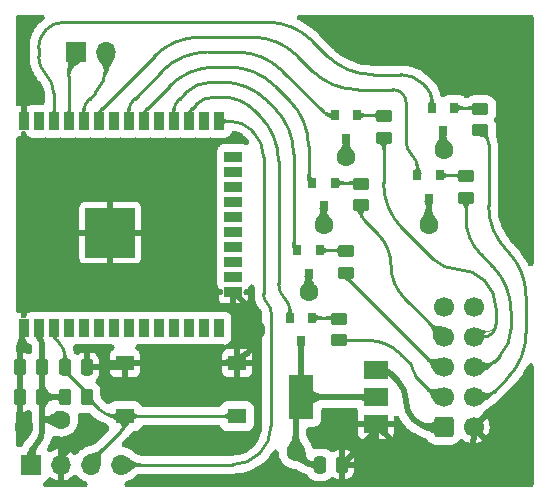
<source format=gbr>
%TF.GenerationSoftware,KiCad,Pcbnew,(6.0.11)*%
%TF.CreationDate,2023-03-20T00:38:49+01:00*%
%TF.ProjectId,prusa-lcd-reader-rounded,70727573-612d-46c6-9364-2d7265616465,rev?*%
%TF.SameCoordinates,Original*%
%TF.FileFunction,Copper,L1,Top*%
%TF.FilePolarity,Positive*%
%FSLAX46Y46*%
G04 Gerber Fmt 4.6, Leading zero omitted, Abs format (unit mm)*
G04 Created by KiCad (PCBNEW (6.0.11)) date 2023-03-20 00:38:49*
%MOMM*%
%LPD*%
G01*
G04 APERTURE LIST*
G04 Aperture macros list*
%AMRoundRect*
0 Rectangle with rounded corners*
0 $1 Rounding radius*
0 $2 $3 $4 $5 $6 $7 $8 $9 X,Y pos of 4 corners*
0 Add a 4 corners polygon primitive as box body*
4,1,4,$2,$3,$4,$5,$6,$7,$8,$9,$2,$3,0*
0 Add four circle primitives for the rounded corners*
1,1,$1+$1,$2,$3*
1,1,$1+$1,$4,$5*
1,1,$1+$1,$6,$7*
1,1,$1+$1,$8,$9*
0 Add four rect primitives between the rounded corners*
20,1,$1+$1,$2,$3,$4,$5,0*
20,1,$1+$1,$4,$5,$6,$7,0*
20,1,$1+$1,$6,$7,$8,$9,0*
20,1,$1+$1,$8,$9,$2,$3,0*%
G04 Aperture macros list end*
%TA.AperFunction,SMDPad,CuDef*%
%ADD10R,1.050000X1.050000*%
%TD*%
%TA.AperFunction,SMDPad,CuDef*%
%ADD11R,4.200000X4.200000*%
%TD*%
%TA.AperFunction,SMDPad,CuDef*%
%ADD12R,0.900000X1.500000*%
%TD*%
%TA.AperFunction,SMDPad,CuDef*%
%ADD13R,1.500000X0.900000*%
%TD*%
%TA.AperFunction,ComponentPad*%
%ADD14R,1.700000X1.700000*%
%TD*%
%TA.AperFunction,ComponentPad*%
%ADD15O,1.700000X1.700000*%
%TD*%
%TA.AperFunction,SMDPad,CuDef*%
%ADD16R,0.800000X0.900000*%
%TD*%
%TA.AperFunction,SMDPad,CuDef*%
%ADD17R,2.000000X1.500000*%
%TD*%
%TA.AperFunction,SMDPad,CuDef*%
%ADD18R,2.000000X3.800000*%
%TD*%
%TA.AperFunction,SMDPad,CuDef*%
%ADD19R,1.550000X1.300000*%
%TD*%
%TA.AperFunction,SMDPad,CuDef*%
%ADD20RoundRect,0.250000X-0.450000X0.262500X-0.450000X-0.262500X0.450000X-0.262500X0.450000X0.262500X0*%
%TD*%
%TA.AperFunction,SMDPad,CuDef*%
%ADD21RoundRect,0.250000X-0.262500X-0.450000X0.262500X-0.450000X0.262500X0.450000X-0.262500X0.450000X0*%
%TD*%
%TA.AperFunction,ComponentPad*%
%ADD22RoundRect,0.250000X-0.600000X-0.600000X0.600000X-0.600000X0.600000X0.600000X-0.600000X0.600000X0*%
%TD*%
%TA.AperFunction,ComponentPad*%
%ADD23C,1.700000*%
%TD*%
%TA.AperFunction,SMDPad,CuDef*%
%ADD24RoundRect,0.250000X-0.250000X-0.475000X0.250000X-0.475000X0.250000X0.475000X-0.250000X0.475000X0*%
%TD*%
%TA.AperFunction,ViaPad*%
%ADD25C,1.600000*%
%TD*%
%TA.AperFunction,Conductor*%
%ADD26C,0.500000*%
%TD*%
%TA.AperFunction,Conductor*%
%ADD27C,0.250000*%
%TD*%
G04 APERTURE END LIST*
D10*
%TO.P,U1,39,GND*%
%TO.N,GND*%
X122280000Y-83865000D03*
D11*
X122280000Y-83865000D03*
D10*
X120755000Y-83865000D03*
X120755000Y-82340000D03*
X123805000Y-85390000D03*
X122280000Y-85390000D03*
X122280000Y-82340000D03*
X123805000Y-83865000D03*
X123805000Y-82340000D03*
X120755000Y-85390000D03*
D12*
%TO.P,U1,38,GND*%
X114940000Y-74435000D03*
%TO.P,U1,37,IO23*%
%TO.N,unconnected-(U1-Pad37)*%
X116210000Y-74435000D03*
%TO.P,U1,36,IO22*%
%TO.N,Net-(Q6-Pad2)*%
X117480000Y-74435000D03*
%TO.P,U1,35,TXD0/IO1*%
%TO.N,TX*%
X118750000Y-74435000D03*
%TO.P,U1,34,RXD0/IO3*%
%TO.N,RX*%
X120020000Y-74435000D03*
%TO.P,U1,33,IO21*%
%TO.N,Net-(Q5-Pad2)*%
X121290000Y-74435000D03*
%TO.P,U1,32,NC*%
%TO.N,unconnected-(U1-Pad32)*%
X122560000Y-74435000D03*
%TO.P,U1,31,IO19*%
%TO.N,Net-(Q4-Pad2)*%
X123830000Y-74435000D03*
%TO.P,U1,30,IO18*%
%TO.N,Net-(Q3-Pad2)*%
X125100000Y-74435000D03*
%TO.P,U1,29,IO5*%
%TO.N,unconnected-(U1-Pad29)*%
X126370000Y-74435000D03*
%TO.P,U1,28,IO17*%
%TO.N,Net-(Q2-Pad2)*%
X127640000Y-74435000D03*
%TO.P,U1,27,IO16*%
%TO.N,Net-(Q1-Pad2)*%
X128910000Y-74435000D03*
%TO.P,U1,26,IO4*%
%TO.N,unconnected-(U1-Pad26)*%
X130180000Y-74435000D03*
%TO.P,U1,25,IO0*%
%TO.N,IO0*%
X131450000Y-74435000D03*
D13*
%TO.P,U1,24,IO2*%
%TO.N,unconnected-(U1-Pad24)*%
X132700000Y-77465000D03*
%TO.P,U1,23,IO15*%
%TO.N,unconnected-(U1-Pad23)*%
X132700000Y-78735000D03*
%TO.P,U1,22,SDI/SD1*%
%TO.N,unconnected-(U1-Pad22)*%
X132700000Y-80005000D03*
%TO.P,U1,21,SDO/SD0*%
%TO.N,unconnected-(U1-Pad21)*%
X132700000Y-81275000D03*
%TO.P,U1,20,SCK/CLK*%
%TO.N,unconnected-(U1-Pad20)*%
X132700000Y-82545000D03*
%TO.P,U1,19,SCS/CMD*%
%TO.N,unconnected-(U1-Pad19)*%
X132700000Y-83815000D03*
%TO.P,U1,18,SWP/SD3*%
%TO.N,unconnected-(U1-Pad18)*%
X132700000Y-85085000D03*
%TO.P,U1,17,SHD/SD2*%
%TO.N,unconnected-(U1-Pad17)*%
X132700000Y-86355000D03*
%TO.P,U1,16,IO13*%
%TO.N,unconnected-(U1-Pad16)*%
X132700000Y-87625000D03*
%TO.P,U1,15,GND*%
%TO.N,GND*%
X132700000Y-88895000D03*
D12*
%TO.P,U1,14,IO12*%
%TO.N,unconnected-(U1-Pad14)*%
X131450000Y-91935000D03*
%TO.P,U1,13,IO14*%
%TO.N,unconnected-(U1-Pad13)*%
X130180000Y-91935000D03*
%TO.P,U1,12,IO27*%
%TO.N,unconnected-(U1-Pad12)*%
X128910000Y-91935000D03*
%TO.P,U1,11,IO26*%
%TO.N,unconnected-(U1-Pad11)*%
X127640000Y-91935000D03*
%TO.P,U1,10,IO25*%
%TO.N,unconnected-(U1-Pad10)*%
X126370000Y-91935000D03*
%TO.P,U1,9,IO33*%
%TO.N,unconnected-(U1-Pad9)*%
X125100000Y-91935000D03*
%TO.P,U1,8,IO32*%
%TO.N,unconnected-(U1-Pad8)*%
X123830000Y-91935000D03*
%TO.P,U1,7,IO35*%
%TO.N,unconnected-(U1-Pad7)*%
X122560000Y-91935000D03*
%TO.P,U1,6,IO34*%
%TO.N,unconnected-(U1-Pad6)*%
X121290000Y-91935000D03*
%TO.P,U1,5,SENSOR_VN*%
%TO.N,unconnected-(U1-Pad5)*%
X120020000Y-91935000D03*
%TO.P,U1,4,SENSOR_VP*%
%TO.N,unconnected-(U1-Pad4)*%
X118750000Y-91935000D03*
%TO.P,U1,3,EN*%
%TO.N,EN*%
X117480000Y-91935000D03*
%TO.P,U1,2,VDD*%
%TO.N,+3.3V*%
X116210000Y-91935000D03*
%TO.P,U1,1,GND*%
%TO.N,GND*%
X114940000Y-91935000D03*
%TD*%
D14*
%TO.P,J3,1,Pin_1*%
%TO.N,+3.3V*%
X115570000Y-103505000D03*
D15*
%TO.P,J3,2,Pin_2*%
%TO.N,GND*%
X118110000Y-103505000D03*
%TO.P,J3,3,Pin_3*%
%TO.N,EN*%
X120650000Y-103505000D03*
%TO.P,J3,4,Pin_4*%
%TO.N,IO0*%
X123190000Y-103505000D03*
%TD*%
%TO.P,J2,2,Pin_2*%
%TO.N,RX*%
X121915000Y-68580000D03*
D14*
%TO.P,J2,1,Pin_1*%
%TO.N,TX*%
X119375000Y-68580000D03*
%TD*%
D16*
%TO.P,Q2,1,B*%
%TO.N,Net-(Q2-Pad1)*%
X140015000Y-85360000D03*
%TO.P,Q2,2,E*%
%TO.N,Net-(Q2-Pad2)*%
X138115000Y-85360000D03*
%TO.P,Q2,3,C*%
%TO.N,+3.3V*%
X139065000Y-87360000D03*
%TD*%
D17*
%TO.P,U2,1,GND*%
%TO.N,GND*%
X144755000Y-100090000D03*
D18*
%TO.P,U2,2,VO*%
%TO.N,+3.3V*%
X138455000Y-97790000D03*
D17*
X144755000Y-97790000D03*
%TO.P,U2,3,VI*%
%TO.N,+5V*%
X144755000Y-95490000D03*
%TD*%
D19*
%TO.P,SW1,1,1*%
%TO.N,EN*%
X123520000Y-99405000D03*
X133020000Y-99405000D03*
%TO.P,SW1,2,2*%
%TO.N,GND*%
X123520000Y-94905000D03*
X133020000Y-94905000D03*
%TD*%
D20*
%TO.P,R7,1*%
%TO.N,Net-(Q6-Pad1)*%
X153620000Y-73382500D03*
%TO.P,R7,2*%
%TO.N,Net-(J1-Pad4)*%
X153620000Y-75207500D03*
%TD*%
%TO.P,R6,1*%
%TO.N,Net-(Q5-Pad1)*%
X152400000Y-79097500D03*
%TO.P,R6,2*%
%TO.N,Net-(J1-Pad6)*%
X152400000Y-80922500D03*
%TD*%
%TO.P,R5,1*%
%TO.N,Net-(Q4-Pad1)*%
X145415000Y-74017500D03*
%TO.P,R5,2*%
%TO.N,Net-(J1-Pad8)*%
X145415000Y-75842500D03*
%TD*%
%TO.P,R4,1*%
%TO.N,Net-(Q3-Pad1)*%
X143510000Y-79732500D03*
%TO.P,R4,2*%
%TO.N,Net-(J1-Pad7)*%
X143510000Y-81557500D03*
%TD*%
%TO.P,R3,2*%
%TO.N,Net-(J1-Pad5)*%
X142240000Y-87272500D03*
%TO.P,R3,1*%
%TO.N,Net-(Q2-Pad1)*%
X142240000Y-85447500D03*
%TD*%
%TO.P,R2,2*%
%TO.N,Net-(J1-Pad3)*%
X141605000Y-92987500D03*
%TO.P,R2,1*%
%TO.N,Net-(Q1-Pad1)*%
X141605000Y-91162500D03*
%TD*%
D21*
%TO.P,R1,1*%
%TO.N,+3.3V*%
X118467500Y-97790000D03*
%TO.P,R1,2*%
%TO.N,EN*%
X120292500Y-97790000D03*
%TD*%
D16*
%TO.P,Q6,1,B*%
%TO.N,Net-(Q6-Pad1)*%
X151395000Y-73295000D03*
%TO.P,Q6,2,E*%
%TO.N,Net-(Q6-Pad2)*%
X149495000Y-73295000D03*
%TO.P,Q6,3,C*%
%TO.N,+3.3V*%
X150445000Y-75295000D03*
%TD*%
%TO.P,Q5,1,B*%
%TO.N,Net-(Q5-Pad1)*%
X150175000Y-79010000D03*
%TO.P,Q5,2,E*%
%TO.N,Net-(Q5-Pad2)*%
X148275000Y-79010000D03*
%TO.P,Q5,3,C*%
%TO.N,+3.3V*%
X149225000Y-81010000D03*
%TD*%
%TO.P,Q4,1,B*%
%TO.N,Net-(Q4-Pad1)*%
X143190000Y-73930000D03*
%TO.P,Q4,2,E*%
%TO.N,Net-(Q4-Pad2)*%
X141290000Y-73930000D03*
%TO.P,Q4,3,C*%
%TO.N,+3.3V*%
X142240000Y-75930000D03*
%TD*%
%TO.P,Q3,3,C*%
%TO.N,+3.3V*%
X140335000Y-81645000D03*
%TO.P,Q3,2,E*%
%TO.N,Net-(Q3-Pad2)*%
X139385000Y-79645000D03*
%TO.P,Q3,1,B*%
%TO.N,Net-(Q3-Pad1)*%
X141285000Y-79645000D03*
%TD*%
%TO.P,Q1,3,C*%
%TO.N,+3.3V*%
X138430000Y-93075000D03*
%TO.P,Q1,2,E*%
%TO.N,Net-(Q1-Pad2)*%
X137480000Y-91075000D03*
%TO.P,Q1,1,B*%
%TO.N,Net-(Q1-Pad1)*%
X139380000Y-91075000D03*
%TD*%
D22*
%TO.P,J1,1,Pin_1*%
%TO.N,+5V*%
X150495000Y-100330000D03*
D23*
%TO.P,J1,2,Pin_2*%
%TO.N,GND*%
X153035000Y-100330000D03*
%TO.P,J1,3,Pin_3*%
%TO.N,Net-(J1-Pad3)*%
X150495000Y-97790000D03*
%TO.P,J1,4,Pin_4*%
%TO.N,Net-(J1-Pad4)*%
X153035000Y-97790000D03*
%TO.P,J1,5,Pin_5*%
%TO.N,Net-(J1-Pad5)*%
X150495000Y-95250000D03*
%TO.P,J1,6,Pin_6*%
%TO.N,Net-(J1-Pad6)*%
X153035000Y-95250000D03*
%TO.P,J1,7,Pin_7*%
%TO.N,Net-(J1-Pad7)*%
X150495000Y-92710000D03*
%TO.P,J1,8,Pin_8*%
%TO.N,Net-(J1-Pad8)*%
X153035000Y-92710000D03*
%TO.P,J1,9,Pin_9*%
%TO.N,unconnected-(J1-Pad9)*%
X150495000Y-90170000D03*
%TO.P,J1,10,Pin_10*%
%TO.N,unconnected-(J1-Pad10)*%
X153035000Y-90170000D03*
%TD*%
D24*
%TO.P,C4,1*%
%TO.N,+3.3V*%
X140020000Y-103505000D03*
%TO.P,C4,2*%
%TO.N,GND*%
X141920000Y-103505000D03*
%TD*%
%TO.P,C3,1*%
%TO.N,EN*%
X118430000Y-95250000D03*
%TO.P,C3,2*%
%TO.N,GND*%
X120330000Y-95250000D03*
%TD*%
%TO.P,C2,1*%
%TO.N,GND*%
X114620000Y-97790000D03*
%TO.P,C2,2*%
%TO.N,+3.3V*%
X116520000Y-97790000D03*
%TD*%
%TO.P,C1,2*%
%TO.N,+3.3V*%
X116520000Y-95260000D03*
%TO.P,C1,1*%
%TO.N,GND*%
X114620000Y-95260000D03*
%TD*%
D25*
%TO.N,GND*%
X150495000Y-68580000D03*
X134620000Y-92075000D03*
X115570000Y-71755000D03*
X145415000Y-103505000D03*
%TO.N,+3.3V*%
X118110000Y-99695000D03*
X137977500Y-102417500D03*
X150495000Y-76835000D03*
X142240000Y-77470000D03*
X140335000Y-83185000D03*
X149225000Y-83185000D03*
X139065000Y-88900000D03*
%TO.N,GND*%
X114935000Y-100330000D03*
X120650000Y-100330000D03*
%TD*%
D26*
%TO.N,+5V*%
X147954992Y-99695008D02*
G75*
G02*
X147320000Y-98161974I1533008J1533008D01*
G01*
X147320047Y-98086250D02*
G75*
G03*
X146631454Y-96423954I-2350847J-50D01*
G01*
X145226250Y-95490036D02*
G75*
G02*
X146030724Y-95823224I50J-1137664D01*
G01*
X149488025Y-100329989D02*
G75*
G02*
X147955000Y-99695000I-25J2167989D01*
G01*
%TO.N,+3.3V*%
X137977519Y-98605143D02*
G75*
G02*
X138216251Y-98028751I815081J43D01*
G01*
X139542500Y-103504996D02*
G75*
G02*
X138727356Y-103167356I0J1152796D01*
G01*
X116520000Y-98763750D02*
G75*
G02*
X117493750Y-97790000I973700J50D01*
G01*
X117493750Y-97790000D02*
G75*
G02*
X116520000Y-96816250I-50J973700D01*
G01*
X138216237Y-98028737D02*
G75*
G02*
X138792643Y-97790000I576363J-576363D01*
G01*
X116044986Y-101759986D02*
G75*
G03*
X116520000Y-100613248I-1146786J1146786D01*
G01*
X115569992Y-102870000D02*
G75*
G02*
X116019012Y-101785987I1533008J0D01*
G01*
X116207500Y-92712500D02*
G75*
G02*
X116207500Y-92707500I2500J2500D01*
G01*
X150470013Y-76809987D02*
G75*
G02*
X150445000Y-76749644I60387J60387D01*
G01*
X116519983Y-93247738D02*
G75*
G03*
X116362499Y-92867501I-537683J38D01*
G01*
X116207510Y-92707510D02*
G75*
G03*
X116210000Y-92701464I-6010J6010D01*
G01*
X116520000Y-98763750D02*
X116520000Y-96816250D01*
X116520000Y-94142500D02*
X116520000Y-96377500D01*
%TO.N,GND*%
X134185121Y-93739862D02*
G75*
G03*
X134620000Y-92690000I-1049821J1049862D01*
G01*
X118109996Y-103187500D02*
G75*
G02*
X118334506Y-102645493I766504J0D01*
G01*
X147195985Y-102530935D02*
G75*
G02*
X146792500Y-103505000I-403485J-403465D01*
G01*
X149547500Y-103504993D02*
G75*
G02*
X147195961Y-102530959I0J3325593D01*
G01*
X152400008Y-102870008D02*
G75*
G03*
X153035000Y-101336974I-1533008J1533008D01*
G01*
X114777489Y-100172511D02*
G75*
G02*
X114620000Y-99792261I380211J380211D01*
G01*
X131888629Y-94905012D02*
G75*
G03*
X133820000Y-94105000I-29J2731412D01*
G01*
X144549935Y-100875056D02*
G75*
G03*
X144755000Y-100380000I-495035J495056D01*
G01*
X114779992Y-92864992D02*
G75*
G03*
X114940000Y-92478725I-386292J386292D01*
G01*
X150866974Y-103504989D02*
G75*
G03*
X152400000Y-102870000I26J2167989D01*
G01*
X114939991Y-72830477D02*
G75*
G02*
X115255000Y-72070000I1075509J-23D01*
G01*
X114619990Y-93251274D02*
G75*
G02*
X114780000Y-92865000I546310J-26D01*
G01*
X134619986Y-91445000D02*
G75*
G03*
X134174522Y-90369522I-1520986J0D01*
G01*
X144754963Y-100380000D02*
G75*
G02*
X144960060Y-100295060I120137J0D01*
G01*
X114620000Y-96677500D02*
X114620000Y-98902500D01*
X149547500Y-103505000D02*
X146792500Y-103505000D01*
X114620000Y-94142500D02*
X114620000Y-96377500D01*
D27*
%TO.N,Net-(Q6-Pad2)*%
X135541036Y-66039990D02*
G75*
G02*
X139388791Y-67633793I-36J-5441610D01*
G01*
X117480016Y-72026561D02*
G75*
G03*
X116842500Y-70487500I-2176616J-39D01*
G01*
X116205011Y-68208025D02*
G75*
G02*
X116840000Y-66675000I2167989J25D01*
G01*
X116839992Y-66674992D02*
G75*
G02*
X118373025Y-66040000I1533008J-1533008D01*
G01*
X116842511Y-70487489D02*
G75*
G02*
X116205000Y-68948438I1539089J1539089D01*
G01*
X149495007Y-72660000D02*
G75*
G03*
X149045987Y-71575987I-1533007J0D01*
G01*
X144493963Y-70485010D02*
G75*
G02*
X140646208Y-68891206I37J5441610D01*
G01*
X146866055Y-70485019D02*
G75*
G02*
X148725000Y-71255000I45J-2628881D01*
G01*
%TO.N,Net-(Q5-Pad2)*%
X126041236Y-68903821D02*
G75*
G02*
X129888963Y-67310000I3847764J-3847679D01*
G01*
X134271036Y-67309990D02*
G75*
G02*
X138118791Y-68903793I-36J-5441610D01*
G01*
X121289987Y-74045000D02*
G75*
G02*
X121565771Y-73379228I941513J0D01*
G01*
X147319994Y-72839012D02*
G75*
G03*
X147002500Y-72072500I-1083994J12D01*
G01*
X148275007Y-78375000D02*
G75*
G03*
X147825987Y-77290987I-1533007J0D01*
G01*
X146235987Y-71755006D02*
G75*
G02*
X147002500Y-72072500I13J-1083994D01*
G01*
X143223963Y-71755010D02*
G75*
G02*
X139376208Y-70161206I37J5441610D01*
G01*
X147797504Y-77262496D02*
G75*
G02*
X147320000Y-76109713I1152796J1152796D01*
G01*
%TO.N,Net-(Q5-Pad1)*%
X152250628Y-79009989D02*
G75*
G02*
X152356250Y-79053750I-28J-149411D01*
G01*
%TO.N,Net-(Q4-Pad2)*%
X133001036Y-68579990D02*
G75*
G02*
X136848791Y-70173793I-36J-5441610D01*
G01*
X126676215Y-70173801D02*
G75*
G02*
X130523963Y-68580000I3847785J-3847799D01*
G01*
X140947500Y-73929990D02*
G75*
G02*
X140362815Y-73687815I0J826890D01*
G01*
X123830013Y-73727500D02*
G75*
G02*
X124330279Y-72519722I1708087J0D01*
G01*
%TO.N,Net-(Q3-Pad2)*%
X139065010Y-76548963D02*
G75*
G03*
X137471206Y-72701208I-5441610J-37D01*
G01*
X132366036Y-69849990D02*
G75*
G02*
X136213791Y-71443793I-36J-5441610D01*
G01*
X127311215Y-71443801D02*
G75*
G02*
X131158963Y-69850000I3847785J-3847799D01*
G01*
X139225008Y-79484992D02*
G75*
G02*
X139065000Y-79098725I386292J386292D01*
G01*
X125099987Y-74045000D02*
G75*
G02*
X125375771Y-73379228I941513J0D01*
G01*
%TO.N,Net-(Q2-Pad2)*%
X137955008Y-85199992D02*
G75*
G02*
X137795000Y-84813725I386292J386292D01*
G01*
X131762500Y-71120004D02*
G75*
G02*
X135556543Y-72691545I0J-5365596D01*
G01*
X128589999Y-72069999D02*
G75*
G02*
X130883502Y-71120000I2293501J-2293501D01*
G01*
X137795010Y-77183963D02*
G75*
G03*
X136201206Y-73336208I-5441610J-37D01*
G01*
X127640013Y-73727500D02*
G75*
G02*
X128140279Y-72519722I1708087J0D01*
G01*
%TO.N,Net-(Q1-Pad2)*%
X137479991Y-90465000D02*
G75*
G03*
X137048664Y-89423664I-1472691J0D01*
G01*
X137002504Y-89377496D02*
G75*
G02*
X136525000Y-88224713I1152796J1152796D01*
G01*
X129542503Y-73022503D02*
G75*
G02*
X131069490Y-72390000I1526997J-1526997D01*
G01*
X131762500Y-72390011D02*
G75*
G02*
X134472532Y-73512532I0J-3832589D01*
G01*
X128909987Y-74045000D02*
G75*
G02*
X129185771Y-73379228I941513J0D01*
G01*
X136525014Y-77810064D02*
G75*
G03*
X134937499Y-73977501I-5420114J-36D01*
G01*
%TO.N,IO0*%
X135254981Y-77448043D02*
G75*
G03*
X134372499Y-75317501I-3012981J43D01*
G01*
X132637961Y-103504984D02*
G75*
G03*
X134937500Y-102552500I39J3251984D01*
G01*
X134937511Y-102552511D02*
G75*
G03*
X135890000Y-100252961I-2299511J2299511D01*
G01*
X132470000Y-74435001D02*
G75*
G02*
X134211248Y-75156248I0J-2462499D01*
G01*
X135572496Y-89852504D02*
G75*
G02*
X135255000Y-89085987I766504J766504D01*
G01*
X135889994Y-90619012D02*
G75*
G03*
X135572500Y-89852500I-1083994J12D01*
G01*
%TO.N,RX*%
X120019983Y-73727500D02*
G75*
G02*
X120520278Y-72519722I1708017J0D01*
G01*
X121015209Y-72024796D02*
G75*
G03*
X121915000Y-69852500I-2172309J2172296D01*
G01*
%TO.N,TX*%
X119062533Y-69847533D02*
G75*
G03*
X119375000Y-69093058I-754533J754433D01*
G01*
X118750018Y-70601941D02*
G75*
G02*
X119062501Y-69847501I1066882J41D01*
G01*
%TO.N,Net-(J1-Pad8)*%
X153855987Y-92709994D02*
G75*
G03*
X154622500Y-92392500I13J1083994D01*
G01*
X147008800Y-83508784D02*
G75*
G02*
X145415000Y-79661036I3847800J3847784D01*
G01*
X151765000Y-86995015D02*
G75*
G02*
X153933024Y-87893026I0J-3066085D01*
G01*
X154622504Y-92392504D02*
G75*
G03*
X154940000Y-91625987I-766504J766504D01*
G01*
X154939984Y-90247038D02*
G75*
G03*
X153987500Y-87947500I-3251984J38D01*
G01*
X151765000Y-86994985D02*
G75*
G02*
X149596975Y-86096973I0J3066085D01*
G01*
%TO.N,Net-(J1-Pad7)*%
X143860866Y-82900936D02*
G75*
G02*
X143510000Y-82053750I847234J847136D01*
G01*
X147172525Y-89387539D02*
G75*
G02*
X146050000Y-86677500I2710075J2710039D01*
G01*
X146049989Y-86677500D02*
G75*
G03*
X144927467Y-83967467I-3832589J0D01*
G01*
%TO.N,Net-(J1-Pad6)*%
X156210010Y-90518963D02*
G75*
G03*
X154616206Y-86671208I-5441610J-37D01*
G01*
X153670000Y-95250006D02*
G75*
G03*
X154754011Y-94800986I0J1533006D01*
G01*
X153648903Y-85703951D02*
G75*
G02*
X152400000Y-82688750I3015197J3015151D01*
G01*
X155257511Y-94297511D02*
G75*
G03*
X156210000Y-91997961I-2299511J2299511D01*
G01*
%TO.N,Net-(J1-Pad4)*%
X153670000Y-97790006D02*
G75*
G03*
X154754011Y-97340986I0J1533006D01*
G01*
X157480014Y-89240064D02*
G75*
G03*
X155892499Y-85407501I-5420114J-36D01*
G01*
X154305013Y-76376868D02*
G75*
G03*
X153962500Y-75550000I-1169413J-32D01*
G01*
X155892489Y-96202489D02*
G75*
G03*
X157480000Y-92369935I-3832589J3832589D01*
G01*
X155892511Y-85407489D02*
G75*
G02*
X154305000Y-81574935I3832589J3832589D01*
G01*
%TO.N,Net-(J1-Pad3)*%
X147955003Y-95567500D02*
G75*
G03*
X147730492Y-95025494I-766503J0D01*
G01*
X144092670Y-92987513D02*
G75*
G02*
X146823749Y-94118751I30J-3862287D01*
G01*
X148179509Y-96109503D02*
G75*
G02*
X147955000Y-95567500I541991J542003D01*
G01*
%TO.N,EN*%
X118430020Y-94336751D02*
G75*
G03*
X117955000Y-93190000I-1621820J-49D01*
G01*
X122713750Y-99405023D02*
G75*
G02*
X121337395Y-98834895I50J1946523D01*
G01*
X123063750Y-99405000D02*
G75*
G02*
X123520000Y-99861250I50J-456200D01*
G01*
X123520000Y-99861250D02*
G75*
G02*
X123976250Y-99405000I456200J50D01*
G01*
X123197361Y-100640096D02*
G75*
G03*
X123520000Y-99861250I-778861J778896D01*
G01*
X117755780Y-92990762D02*
G75*
G02*
X117480000Y-92325000I665720J665762D01*
G01*
X123063750Y-99405000D02*
X123976250Y-99405000D01*
%TO.N,Net-(J1-Pad4)*%
X154305000Y-76376868D02*
X154305000Y-81574935D01*
X153962500Y-75550000D02*
X153620000Y-75207500D01*
X154754012Y-97340987D02*
X155892500Y-96202500D01*
X157480000Y-89240064D02*
X157480000Y-92369935D01*
X153670000Y-97790000D02*
X153035000Y-97790000D01*
%TO.N,Net-(Q5-Pad1)*%
X152356250Y-79053750D02*
X152400000Y-79097500D01*
X152250628Y-79010000D02*
X150175000Y-79010000D01*
%TO.N,Net-(J1-Pad6)*%
X154754012Y-94800987D02*
X155257500Y-94297500D01*
X156210000Y-90518963D02*
X156210000Y-91997961D01*
X154616207Y-86671207D02*
X153648927Y-85703927D01*
X153670000Y-95250000D02*
X153035000Y-95250000D01*
X152400000Y-82688750D02*
X152400000Y-80922500D01*
D26*
%TO.N,+3.3V*%
X149225000Y-83185000D02*
X149225000Y-81010000D01*
D27*
%TO.N,Net-(Q5-Pad2)*%
X121290000Y-74045000D02*
X121290000Y-74435000D01*
X126041207Y-68903792D02*
X121565771Y-73379228D01*
X129888963Y-67310000D02*
X134271036Y-67310000D01*
X138118792Y-68903792D02*
X139376207Y-70161207D01*
X146235987Y-71755000D02*
X143223963Y-71755000D01*
X147320000Y-72839012D02*
X147320000Y-76109713D01*
X147825987Y-77290987D02*
X147797500Y-77262500D01*
X148275000Y-78375000D02*
X148275000Y-79010000D01*
D26*
%TO.N,+3.3V*%
X137977500Y-98605143D02*
X137977500Y-102417500D01*
X139542500Y-103505000D02*
X140020000Y-103505000D01*
X138727356Y-103167356D02*
X137977500Y-102417500D01*
D27*
%TO.N,IO0*%
X132637961Y-103505000D02*
X123190000Y-103505000D01*
X135890000Y-100252961D02*
X135890000Y-90619012D01*
X134372500Y-75317500D02*
X134211248Y-75156248D01*
X135255000Y-77448043D02*
X135255000Y-89085987D01*
X132470000Y-74435000D02*
X131450000Y-74435000D01*
%TO.N,Net-(J1-Pad7)*%
X147172532Y-89387532D02*
X150495000Y-92710000D01*
X143860901Y-82900901D02*
X144927467Y-83967467D01*
X143510000Y-82053750D02*
X143510000Y-81557500D01*
D26*
%TO.N,GND*%
X134620000Y-92690000D02*
X134620000Y-92075000D01*
X134174522Y-90369522D02*
X132700000Y-88895000D01*
X134185129Y-93739870D02*
X133820000Y-94105000D01*
X134620000Y-92075000D02*
X134620000Y-91445000D01*
D27*
%TO.N,Net-(Q1-Pad2)*%
X137480000Y-90465000D02*
X137480000Y-91075000D01*
X137048664Y-89423664D02*
X137002500Y-89377500D01*
X129542499Y-73022499D02*
X129185771Y-73379228D01*
X131069490Y-72390000D02*
X131762500Y-72390000D01*
X134472532Y-73512532D02*
X134937500Y-73977500D01*
X128910000Y-74045000D02*
X128910000Y-74435000D01*
X136525000Y-88224713D02*
X136525000Y-77810064D01*
D26*
%TO.N,GND*%
X115255000Y-72070000D02*
X115570000Y-71755000D01*
X114940000Y-72830477D02*
X114940000Y-74435000D01*
D27*
%TO.N,Net-(Q6-Pad2)*%
X117480000Y-72026561D02*
X117480000Y-74435000D01*
X116205000Y-68208025D02*
X116205000Y-68948438D01*
X135541036Y-66040000D02*
X118373025Y-66040000D01*
X144493963Y-70485000D02*
X146866055Y-70485000D01*
X149045987Y-71575987D02*
X148725000Y-71255000D01*
X139388792Y-67633792D02*
X140646207Y-68891207D01*
X149495000Y-72660000D02*
X149495000Y-73295000D01*
D26*
%TO.N,GND*%
X146792500Y-103505000D02*
X145415000Y-103505000D01*
D27*
%TO.N,TX*%
X118750000Y-70601941D02*
X118750000Y-74435000D01*
X119375000Y-69093058D02*
X119375000Y-68580000D01*
%TO.N,RX*%
X120020000Y-73727500D02*
X120020000Y-74435000D01*
X120520277Y-72519721D02*
X121015206Y-72024793D01*
X121915000Y-69852500D02*
X121915000Y-68580000D01*
%TO.N,EN*%
X123197382Y-100640117D02*
X120650000Y-103187500D01*
D26*
%TO.N,+3.3V*%
X118110000Y-99695000D02*
X116520000Y-99695000D01*
X116520000Y-98763750D02*
X116520000Y-100613248D01*
%TO.N,GND*%
X118110000Y-103187500D02*
X118110000Y-103505000D01*
X118334506Y-102645493D02*
X120650000Y-100330000D01*
D27*
%TO.N,Net-(Q6-Pad1)*%
X151395000Y-73295000D02*
X153532500Y-73295000D01*
D26*
%TO.N,+3.3V*%
X150495000Y-76835000D02*
X150470000Y-76810000D01*
X150445000Y-76749644D02*
X150445000Y-75295000D01*
D27*
%TO.N,Net-(J1-Pad8)*%
X153855987Y-92710000D02*
X153035000Y-92710000D01*
X153933025Y-87893025D02*
X153987500Y-87947500D01*
X145415000Y-79661036D02*
X145415000Y-75842500D01*
X147008792Y-83508792D02*
X149596974Y-86096974D01*
X154940000Y-91625987D02*
X154940000Y-90247038D01*
%TO.N,Net-(Q4-Pad1)*%
X143190000Y-73930000D02*
X145327500Y-73930000D01*
D26*
%TO.N,+5V*%
X145226250Y-95490000D02*
X144755000Y-95490000D01*
X146631454Y-96423954D02*
X146030724Y-95823224D01*
X147320000Y-98161974D02*
X147320000Y-98086250D01*
X149488025Y-100330000D02*
X150495000Y-100330000D01*
D27*
%TO.N,Net-(J1-Pad3)*%
X148179506Y-96109506D02*
X149860000Y-97790000D01*
X147730493Y-95025493D02*
X146823750Y-94118750D01*
X144092670Y-92987500D02*
X141605000Y-92987500D01*
%TO.N,Net-(J1-Pad5)*%
X142240000Y-87630000D02*
X149860000Y-95250000D01*
D26*
%TO.N,GND*%
X147195960Y-102530960D02*
X144960060Y-100295060D01*
X149547500Y-103505000D02*
X150866974Y-103505000D01*
X153035000Y-101336974D02*
X153035000Y-100330000D01*
D27*
%TO.N,Net-(Q4-Pad2)*%
X140947500Y-73930000D02*
X141290000Y-73930000D01*
X136848792Y-70173792D02*
X140362815Y-73687815D01*
D26*
%TO.N,+3.3V*%
X142240000Y-77470000D02*
X142240000Y-75930000D01*
D27*
%TO.N,Net-(Q3-Pad1)*%
X141285000Y-79645000D02*
X143422500Y-79645000D01*
D26*
%TO.N,+3.3V*%
X140335000Y-83185000D02*
X140335000Y-81645000D01*
D27*
%TO.N,Net-(Q3-Pad2)*%
X125100000Y-74045000D02*
X125100000Y-74435000D01*
X139065000Y-76548963D02*
X139065000Y-79098725D01*
X137471207Y-72701207D02*
X136213792Y-71443792D01*
X139225000Y-79485000D02*
X139385000Y-79645000D01*
X132366036Y-69850000D02*
X131158963Y-69850000D01*
X127311206Y-71443792D02*
X125375771Y-73379228D01*
D26*
%TO.N,GND*%
X144549939Y-100875060D02*
X141920000Y-103505000D01*
D27*
%TO.N,Net-(Q4-Pad2)*%
X133001036Y-68580000D02*
X130523963Y-68580000D01*
X126676206Y-70173792D02*
X124330278Y-72519721D01*
X123830000Y-73727500D02*
X123830000Y-74435000D01*
%TO.N,Net-(Q2-Pad2)*%
X137955000Y-85200000D02*
X138115000Y-85360000D01*
X135556544Y-72691544D02*
X136201207Y-73336207D01*
X131762500Y-71120000D02*
X130883502Y-71120000D01*
X128589999Y-72069999D02*
X128140278Y-72519721D01*
X127640000Y-73727500D02*
X127640000Y-74435000D01*
X137795000Y-84813725D02*
X137795000Y-77183963D01*
%TO.N,Net-(Q2-Pad1)*%
X140015000Y-85360000D02*
X142152500Y-85360000D01*
D26*
%TO.N,+3.3V*%
X139065000Y-88900000D02*
X139065000Y-87360000D01*
X138430000Y-93075000D02*
X138430000Y-97765000D01*
D27*
%TO.N,Net-(Q1-Pad1)*%
X139380000Y-91075000D02*
X141517500Y-91075000D01*
D26*
%TO.N,+3.3V*%
X116044999Y-101759999D02*
X116019012Y-101785987D01*
X115570000Y-102870000D02*
X115570000Y-103505000D01*
%TO.N,GND*%
X114777500Y-100172500D02*
X114935000Y-100330000D01*
X114620000Y-98902500D02*
X114620000Y-99792261D01*
%TO.N,+3.3V*%
X138792643Y-97790000D02*
X144755000Y-97790000D01*
%TO.N,GND*%
X120330000Y-95250000D02*
X123175000Y-95250000D01*
X131888629Y-94905000D02*
X123520000Y-94905000D01*
D27*
%TO.N,EN*%
X123976250Y-99405000D02*
X133020000Y-99405000D01*
X122713750Y-99405000D02*
X123063750Y-99405000D01*
X121337395Y-98834895D02*
X120292500Y-97790000D01*
D26*
%TO.N,+3.3V*%
X117493750Y-97790000D02*
X118467500Y-97790000D01*
D27*
%TO.N,EN*%
X118430000Y-95570000D02*
X120292500Y-97432500D01*
X118430000Y-94336751D02*
X118430000Y-95250000D01*
X117955000Y-93190000D02*
X117755771Y-92990771D01*
X117480000Y-92325000D02*
X117480000Y-91935000D01*
D26*
%TO.N,+3.3V*%
X116520000Y-96816250D02*
X116520000Y-96377500D01*
%TO.N,GND*%
X114620000Y-96677500D02*
X114620000Y-96377500D01*
%TO.N,+3.3V*%
X116210000Y-92701464D02*
X116210000Y-91935000D01*
X116520000Y-94142500D02*
X116520000Y-93247738D01*
X116207500Y-92712500D02*
X116362500Y-92867500D01*
%TO.N,GND*%
X114940000Y-92478725D02*
X114940000Y-91935000D01*
X114620000Y-93251274D02*
X114620000Y-94142500D01*
%TD*%
%TA.AperFunction,Conductor*%
%TO.N,Net-(Q1-Pad2)*%
G36*
X128953566Y-73491623D02*
G01*
X129147182Y-73610946D01*
X129152428Y-73618202D01*
X129151458Y-73626238D01*
X129115979Y-73695522D01*
X129096325Y-73765532D01*
X129096303Y-73766242D01*
X129096303Y-73766243D01*
X129095227Y-73801324D01*
X129094386Y-73828715D01*
X129107127Y-73887140D01*
X129131511Y-73942876D01*
X129164503Y-73997991D01*
X129164593Y-73998123D01*
X129203067Y-74054554D01*
X129244010Y-74114407D01*
X129244305Y-74114860D01*
X129284502Y-74179877D01*
X129284992Y-74180752D01*
X129317937Y-74245926D01*
X129318611Y-74254855D01*
X129315630Y-74259613D01*
X128912092Y-74649961D01*
X128911031Y-74650987D01*
X128902702Y-74654276D01*
X128894487Y-74650713D01*
X128893820Y-74649961D01*
X128532121Y-74205318D01*
X128529558Y-74196738D01*
X128531202Y-74191852D01*
X128578095Y-74114801D01*
X128578107Y-74114780D01*
X128578194Y-74114634D01*
X128621134Y-74042124D01*
X128646566Y-73997991D01*
X128658285Y-73977653D01*
X128691813Y-73918167D01*
X128723978Y-73860442D01*
X128757006Y-73801324D01*
X128757043Y-73801257D01*
X128793271Y-73737388D01*
X128793329Y-73737288D01*
X128834925Y-73665613D01*
X128884266Y-73582709D01*
X128937438Y-73495493D01*
X128944670Y-73490213D01*
X128953566Y-73491623D01*
G37*
%TD.AperFunction*%
%TD*%
%TA.AperFunction,Conductor*%
%TO.N,EN*%
G36*
X118470311Y-93811042D02*
G01*
X118476120Y-93817992D01*
X118525046Y-93976817D01*
X118525102Y-93977002D01*
X118542841Y-94038654D01*
X118566815Y-94121975D01*
X118566861Y-94122141D01*
X118600939Y-94247501D01*
X118630430Y-94358755D01*
X118630451Y-94358831D01*
X118630452Y-94358836D01*
X118641028Y-94397677D01*
X118658331Y-94461228D01*
X118687671Y-94560352D01*
X118721479Y-94661563D01*
X118762784Y-94770294D01*
X118814615Y-94891981D01*
X118814645Y-94892045D01*
X118814648Y-94892052D01*
X118876605Y-95024783D01*
X118876999Y-95033729D01*
X118874436Y-95037842D01*
X118430000Y-95500000D01*
X117985789Y-95038076D01*
X117982524Y-95029737D01*
X117983812Y-95024625D01*
X118045899Y-94903605D01*
X118046082Y-94903263D01*
X118052313Y-94892052D01*
X118109002Y-94790041D01*
X118166787Y-94687290D01*
X118180115Y-94661670D01*
X118216975Y-94590811D01*
X118217074Y-94590621D01*
X118257596Y-94495466D01*
X118286088Y-94397259D01*
X118300283Y-94291432D01*
X118297917Y-94173420D01*
X118276722Y-94038654D01*
X118259969Y-93976817D01*
X118237363Y-93893377D01*
X118238507Y-93884495D01*
X118245106Y-93879169D01*
X118461390Y-93810288D01*
X118470311Y-93811042D01*
G37*
%TD.AperFunction*%
%TD*%
%TA.AperFunction,Conductor*%
%TO.N,+5V*%
G36*
X145291458Y-94965434D02*
G01*
X145396252Y-95064001D01*
X145497488Y-95147347D01*
X145591975Y-95215470D01*
X145682649Y-95274131D01*
X145682707Y-95274166D01*
X145682722Y-95274176D01*
X145772383Y-95329052D01*
X145772445Y-95329090D01*
X145864154Y-95386017D01*
X145864470Y-95386221D01*
X145920931Y-95424020D01*
X145960906Y-95450782D01*
X145961407Y-95451137D01*
X146065667Y-95529166D01*
X146066207Y-95529595D01*
X146181358Y-95626935D01*
X146181841Y-95627368D01*
X146239232Y-95681837D01*
X146302357Y-95741749D01*
X146305999Y-95749930D01*
X146302576Y-95758508D01*
X145965116Y-96095968D01*
X145956843Y-96099395D01*
X145949300Y-96096639D01*
X145858459Y-96020030D01*
X145858457Y-96020029D01*
X145857976Y-96019623D01*
X145763481Y-95969691D01*
X145762740Y-95969521D01*
X145762737Y-95969520D01*
X145673164Y-95948992D01*
X145673165Y-95948992D01*
X145672414Y-95948820D01*
X145583157Y-95952060D01*
X145582563Y-95952210D01*
X145582559Y-95952210D01*
X145535420Y-95964065D01*
X145494093Y-95974458D01*
X145493718Y-95974610D01*
X145493714Y-95974611D01*
X145448239Y-95993007D01*
X145403604Y-96011064D01*
X145310074Y-96056927D01*
X145310028Y-96056950D01*
X145212035Y-96107018D01*
X145211724Y-96107171D01*
X145107791Y-96156440D01*
X145107039Y-96156765D01*
X145003034Y-96197425D01*
X144994081Y-96197246D01*
X144989674Y-96193882D01*
X144919532Y-96107095D01*
X144391820Y-95454160D01*
X144389285Y-95445572D01*
X144393566Y-95437706D01*
X144395394Y-95436493D01*
X145277916Y-94963643D01*
X145286827Y-94962756D01*
X145291458Y-94965434D01*
G37*
%TD.AperFunction*%
%TD*%
%TA.AperFunction,Conductor*%
%TO.N,+3.3V*%
G36*
X139813764Y-103058141D02*
G01*
X140261318Y-103499639D01*
X140264801Y-103507888D01*
X140261103Y-103516503D01*
X140070559Y-103695126D01*
X139802148Y-103946744D01*
X139793768Y-103949902D01*
X139789147Y-103948786D01*
X139701523Y-103907374D01*
X139701514Y-103907370D01*
X139701387Y-103907310D01*
X139678552Y-103897799D01*
X139616536Y-103871969D01*
X139616522Y-103871964D01*
X139616415Y-103871919D01*
X139573448Y-103856199D01*
X139538393Y-103843373D01*
X139538294Y-103843337D01*
X139463889Y-103818893D01*
X139463841Y-103818878D01*
X139390123Y-103795927D01*
X139390067Y-103795910D01*
X139313811Y-103771751D01*
X139313557Y-103771667D01*
X139231843Y-103743703D01*
X139231463Y-103743566D01*
X139200808Y-103731880D01*
X139140953Y-103709063D01*
X139140555Y-103708902D01*
X139037947Y-103665116D01*
X138920043Y-103609332D01*
X139141905Y-103161252D01*
X139227421Y-103197671D01*
X139235932Y-103199981D01*
X139235935Y-103199982D01*
X139236275Y-103200074D01*
X139236280Y-103200076D01*
X139282923Y-103212734D01*
X139303798Y-103218399D01*
X139372884Y-103225378D01*
X139373398Y-103225339D01*
X139373400Y-103225339D01*
X139392903Y-103223859D01*
X139436530Y-103220548D01*
X139496587Y-103205849D01*
X139496942Y-103205711D01*
X139496946Y-103205710D01*
X139554667Y-103183317D01*
X139554672Y-103183315D01*
X139554906Y-103183224D01*
X139613336Y-103154611D01*
X139613391Y-103154581D01*
X139613409Y-103154572D01*
X139673729Y-103121952D01*
X139737777Y-103087274D01*
X139738116Y-103087098D01*
X139800315Y-103056005D01*
X139809248Y-103055371D01*
X139813764Y-103058141D01*
G37*
%TD.AperFunction*%
%TD*%
%TA.AperFunction,Conductor*%
%TO.N,+3.3V*%
G36*
X115753592Y-101722996D02*
G01*
X116117266Y-102032120D01*
X116121350Y-102040089D01*
X116119236Y-102047797D01*
X116034419Y-102167544D01*
X116034169Y-102168151D01*
X116034167Y-102168155D01*
X115986015Y-102285196D01*
X115985709Y-102285940D01*
X115972974Y-102396928D01*
X115989892Y-102503187D01*
X116030142Y-102607399D01*
X116087401Y-102712244D01*
X116087498Y-102712398D01*
X116155349Y-102820404D01*
X116227533Y-102934354D01*
X116227801Y-102934800D01*
X116297766Y-103056942D01*
X116298233Y-103057844D01*
X116356478Y-103183738D01*
X116356841Y-103192686D01*
X116353675Y-103197357D01*
X115549141Y-103919608D01*
X115540695Y-103922585D01*
X115532619Y-103918718D01*
X115531438Y-103917158D01*
X114926823Y-102961560D01*
X114925295Y-102952736D01*
X114927587Y-102947979D01*
X115032710Y-102817055D01*
X115032713Y-102817051D01*
X115032815Y-102816924D01*
X115032897Y-102816809D01*
X115032907Y-102816795D01*
X115120261Y-102693390D01*
X115120268Y-102693379D01*
X115120349Y-102693265D01*
X115191199Y-102579438D01*
X115251609Y-102471365D01*
X115307792Y-102365020D01*
X115307846Y-102364976D01*
X115307822Y-102364963D01*
X115366003Y-102256302D01*
X115366185Y-102255976D01*
X115432488Y-102141106D01*
X115432785Y-102140619D01*
X115513540Y-102015262D01*
X115513903Y-102014731D01*
X115615390Y-101874734D01*
X115615768Y-101874240D01*
X115736919Y-101724550D01*
X115744788Y-101720275D01*
X115753592Y-101722996D01*
G37*
%TD.AperFunction*%
%TD*%
%TA.AperFunction,Conductor*%
%TO.N,Net-(Q5-Pad2)*%
G36*
X121333566Y-73491623D02*
G01*
X121527182Y-73610946D01*
X121532428Y-73618202D01*
X121531458Y-73626238D01*
X121495979Y-73695522D01*
X121476325Y-73765532D01*
X121476303Y-73766242D01*
X121476303Y-73766243D01*
X121475227Y-73801324D01*
X121474386Y-73828715D01*
X121487127Y-73887140D01*
X121511511Y-73942876D01*
X121544503Y-73997991D01*
X121544593Y-73998123D01*
X121583067Y-74054554D01*
X121624010Y-74114407D01*
X121624305Y-74114860D01*
X121664502Y-74179877D01*
X121664992Y-74180752D01*
X121697937Y-74245926D01*
X121698611Y-74254855D01*
X121695630Y-74259613D01*
X121292092Y-74649961D01*
X121291031Y-74650987D01*
X121282702Y-74654276D01*
X121274487Y-74650713D01*
X121273820Y-74649961D01*
X120912121Y-74205318D01*
X120909558Y-74196738D01*
X120911202Y-74191852D01*
X120958095Y-74114801D01*
X120958107Y-74114780D01*
X120958194Y-74114634D01*
X121001134Y-74042124D01*
X121026566Y-73997991D01*
X121038285Y-73977653D01*
X121071813Y-73918167D01*
X121103978Y-73860442D01*
X121137006Y-73801324D01*
X121137043Y-73801257D01*
X121173271Y-73737388D01*
X121173329Y-73737288D01*
X121214925Y-73665613D01*
X121264266Y-73582709D01*
X121317438Y-73495493D01*
X121324670Y-73490213D01*
X121333566Y-73491623D01*
G37*
%TD.AperFunction*%
%TD*%
%TA.AperFunction,Conductor*%
%TO.N,Net-(Q4-Pad2)*%
G36*
X141134638Y-73570161D02*
G01*
X141313038Y-73754473D01*
X141480976Y-73927977D01*
X141484267Y-73936305D01*
X141480706Y-73944521D01*
X141479935Y-73945204D01*
X141085183Y-74264507D01*
X141076596Y-74267045D01*
X141071746Y-74265407D01*
X141005257Y-74224972D01*
X141005226Y-74224954D01*
X141005177Y-74224924D01*
X140941079Y-74187800D01*
X140941051Y-74187785D01*
X140941036Y-74187776D01*
X140883819Y-74156218D01*
X140883792Y-74156204D01*
X140883773Y-74156193D01*
X140830545Y-74127985D01*
X140778704Y-74101068D01*
X140778682Y-74101057D01*
X140725469Y-74073290D01*
X140668280Y-74042612D01*
X140668103Y-74042515D01*
X140604227Y-74006812D01*
X140604030Y-74006699D01*
X140530706Y-73963830D01*
X140530518Y-73963718D01*
X140454929Y-73917604D01*
X140449651Y-73910370D01*
X140451086Y-73901438D01*
X140571152Y-73708347D01*
X140578431Y-73703131D01*
X140586474Y-73704139D01*
X140644937Y-73734463D01*
X140705559Y-73752094D01*
X140706245Y-73752125D01*
X140706248Y-73752126D01*
X140759747Y-73754578D01*
X140759750Y-73754578D01*
X140760453Y-73754610D01*
X140778068Y-73751134D01*
X140810776Y-73744681D01*
X140810781Y-73744680D01*
X140811336Y-73744570D01*
X140811865Y-73744352D01*
X140811868Y-73744351D01*
X140836481Y-73734201D01*
X140859927Y-73724533D01*
X140907946Y-73697058D01*
X140957109Y-73664707D01*
X141008944Y-73630166D01*
X141009352Y-73629906D01*
X141065350Y-73595851D01*
X141066165Y-73595399D01*
X141120976Y-73567845D01*
X141129907Y-73567190D01*
X141134638Y-73570161D01*
G37*
%TD.AperFunction*%
%TD*%
%TA.AperFunction,Conductor*%
%TO.N,Net-(Q3-Pad2)*%
G36*
X139187447Y-78941191D02*
G01*
X139190839Y-78948557D01*
X139195517Y-79008773D01*
X139211339Y-79065511D01*
X139236367Y-79110383D01*
X139236851Y-79110900D01*
X139236853Y-79110903D01*
X139260863Y-79136558D01*
X139269506Y-79145794D01*
X139309658Y-79174147D01*
X139355726Y-79197848D01*
X139406614Y-79219301D01*
X139406708Y-79219338D01*
X139461099Y-79240861D01*
X139461346Y-79240962D01*
X139518135Y-79264943D01*
X139518780Y-79265239D01*
X139569597Y-79290435D01*
X139575487Y-79297180D01*
X139575973Y-79302635D01*
X139502974Y-79794381D01*
X139498370Y-79802061D01*
X139489683Y-79804236D01*
X139487877Y-79803820D01*
X139185419Y-79708297D01*
X138993048Y-79647542D01*
X138986191Y-79641783D01*
X138984873Y-79636561D01*
X138983741Y-79561254D01*
X138983740Y-79561185D01*
X138980320Y-79489190D01*
X138975280Y-79425673D01*
X138969160Y-79367293D01*
X138962500Y-79310709D01*
X138960950Y-79297180D01*
X138955850Y-79252663D01*
X138955829Y-79252462D01*
X138949735Y-79189724D01*
X138949709Y-79189418D01*
X138944692Y-79118478D01*
X138944673Y-79118136D01*
X138941267Y-79035660D01*
X138941258Y-79035328D01*
X138940153Y-78949615D01*
X138943473Y-78941298D01*
X138951852Y-78937764D01*
X139179174Y-78937764D01*
X139187447Y-78941191D01*
G37*
%TD.AperFunction*%
%TD*%
%TA.AperFunction,Conductor*%
%TO.N,Net-(Q3-Pad2)*%
G36*
X125143566Y-73491623D02*
G01*
X125337182Y-73610946D01*
X125342428Y-73618202D01*
X125341458Y-73626238D01*
X125305979Y-73695522D01*
X125286325Y-73765532D01*
X125286303Y-73766242D01*
X125286303Y-73766243D01*
X125285227Y-73801324D01*
X125284386Y-73828715D01*
X125297127Y-73887140D01*
X125321511Y-73942876D01*
X125354503Y-73997991D01*
X125354593Y-73998123D01*
X125393067Y-74054554D01*
X125434010Y-74114407D01*
X125434305Y-74114860D01*
X125474502Y-74179877D01*
X125474992Y-74180752D01*
X125507937Y-74245926D01*
X125508611Y-74254855D01*
X125505630Y-74259613D01*
X125102092Y-74649961D01*
X125101031Y-74650987D01*
X125092702Y-74654276D01*
X125084487Y-74650713D01*
X125083820Y-74649961D01*
X124722121Y-74205318D01*
X124719558Y-74196738D01*
X124721202Y-74191852D01*
X124768095Y-74114801D01*
X124768107Y-74114780D01*
X124768194Y-74114634D01*
X124811134Y-74042124D01*
X124836566Y-73997991D01*
X124848285Y-73977653D01*
X124881813Y-73918167D01*
X124913978Y-73860442D01*
X124947006Y-73801324D01*
X124947043Y-73801257D01*
X124983271Y-73737388D01*
X124983329Y-73737288D01*
X125024925Y-73665613D01*
X125074266Y-73582709D01*
X125127438Y-73495493D01*
X125134670Y-73490213D01*
X125143566Y-73491623D01*
G37*
%TD.AperFunction*%
%TD*%
%TA.AperFunction,Conductor*%
%TO.N,Net-(Q2-Pad2)*%
G36*
X137917447Y-84656191D02*
G01*
X137920839Y-84663557D01*
X137925517Y-84723773D01*
X137941339Y-84780511D01*
X137966367Y-84825383D01*
X137966851Y-84825900D01*
X137966853Y-84825903D01*
X137990863Y-84851558D01*
X137999506Y-84860794D01*
X138039658Y-84889147D01*
X138085726Y-84912848D01*
X138136614Y-84934301D01*
X138136708Y-84934338D01*
X138191099Y-84955861D01*
X138191346Y-84955962D01*
X138248135Y-84979943D01*
X138248780Y-84980239D01*
X138299597Y-85005435D01*
X138305487Y-85012180D01*
X138305973Y-85017635D01*
X138232974Y-85509381D01*
X138228370Y-85517061D01*
X138219683Y-85519236D01*
X138217877Y-85518820D01*
X137915419Y-85423297D01*
X137723048Y-85362542D01*
X137716191Y-85356783D01*
X137714873Y-85351561D01*
X137713741Y-85276254D01*
X137713740Y-85276185D01*
X137710320Y-85204190D01*
X137705280Y-85140673D01*
X137699160Y-85082293D01*
X137692500Y-85025709D01*
X137690950Y-85012180D01*
X137685850Y-84967663D01*
X137685829Y-84967462D01*
X137679735Y-84904724D01*
X137679709Y-84904418D01*
X137674692Y-84833478D01*
X137674673Y-84833136D01*
X137671267Y-84750660D01*
X137671258Y-84750328D01*
X137670153Y-84664615D01*
X137673473Y-84656298D01*
X137681852Y-84652764D01*
X137909174Y-84652764D01*
X137917447Y-84656191D01*
G37*
%TD.AperFunction*%
%TD*%
%TA.AperFunction,Conductor*%
%TO.N,Net-(J1-Pad6)*%
G36*
X152408433Y-80675019D02*
G01*
X152855380Y-81139788D01*
X152858644Y-81148126D01*
X152857284Y-81153375D01*
X152812170Y-81238493D01*
X152811792Y-81239151D01*
X152763448Y-81317176D01*
X152763171Y-81317599D01*
X152716313Y-81385866D01*
X152672058Y-81448583D01*
X152631639Y-81509841D01*
X152596139Y-81573947D01*
X152566641Y-81645209D01*
X152544229Y-81727934D01*
X152529988Y-81826428D01*
X152529976Y-81826724D01*
X152525471Y-81933792D01*
X152521699Y-81941914D01*
X152513781Y-81945000D01*
X152286218Y-81945000D01*
X152277945Y-81941573D01*
X152274528Y-81933792D01*
X152270023Y-81826724D01*
X152270011Y-81826428D01*
X152255770Y-81727934D01*
X152233358Y-81645209D01*
X152203860Y-81573947D01*
X152168360Y-81509841D01*
X152127941Y-81448583D01*
X152083686Y-81385866D01*
X152036828Y-81317599D01*
X152036551Y-81317176D01*
X151988207Y-81239151D01*
X151987829Y-81238493D01*
X151942716Y-81153376D01*
X151941870Y-81144461D01*
X151944620Y-81139789D01*
X152391567Y-80675019D01*
X152399771Y-80671431D01*
X152408433Y-80675019D01*
G37*
%TD.AperFunction*%
%TD*%
%TA.AperFunction,Conductor*%
%TO.N,TX*%
G36*
X119451181Y-68170713D02*
G01*
X120042618Y-69031364D01*
X120064369Y-69063016D01*
X120066230Y-69071775D01*
X120063763Y-69077074D01*
X119915452Y-69257412D01*
X119914350Y-69258578D01*
X119753837Y-69406713D01*
X119752915Y-69407480D01*
X119590540Y-69529069D01*
X119590052Y-69529415D01*
X119431260Y-69636116D01*
X119281853Y-69739439D01*
X119281657Y-69739602D01*
X119148044Y-69850611D01*
X119148040Y-69850615D01*
X119147674Y-69850919D01*
X119070664Y-69940149D01*
X119040166Y-69975487D01*
X119034316Y-69982265D01*
X118947369Y-70145182D01*
X118947197Y-70145827D01*
X118947196Y-70145830D01*
X118892570Y-70350832D01*
X118892425Y-70351377D01*
X118892387Y-70351942D01*
X118892387Y-70351945D01*
X118875793Y-70601756D01*
X118871826Y-70609784D01*
X118864251Y-70612680D01*
X118637011Y-70615251D01*
X118628700Y-70611918D01*
X118625179Y-70603469D01*
X118626859Y-70367693D01*
X118626870Y-70367271D01*
X118635956Y-70157128D01*
X118635975Y-70156797D01*
X118641175Y-70084183D01*
X118648958Y-69975487D01*
X118662405Y-69814760D01*
X118667717Y-69739439D01*
X118672854Y-69666585D01*
X118672854Y-69666583D01*
X118672862Y-69666471D01*
X118676887Y-69522313D01*
X118671038Y-69373978D01*
X118651873Y-69213156D01*
X118615950Y-69031541D01*
X118561867Y-68828474D01*
X118563049Y-68819598D01*
X118566175Y-68816087D01*
X119434541Y-68167964D01*
X119443221Y-68165761D01*
X119451181Y-68170713D01*
G37*
%TD.AperFunction*%
%TD*%
%TA.AperFunction,Conductor*%
%TO.N,Net-(J1-Pad8)*%
G36*
X154858501Y-91627268D02*
G01*
X155051274Y-91627512D01*
X155059543Y-91630949D01*
X155062959Y-91639227D01*
X155062809Y-91641078D01*
X155032103Y-91831143D01*
X155030529Y-91835389D01*
X154943110Y-91978070D01*
X154940250Y-91981245D01*
X154810966Y-92080315D01*
X154808539Y-92081747D01*
X154702984Y-92127917D01*
X154650087Y-92151054D01*
X154648812Y-92151526D01*
X154474976Y-92204511D01*
X154474919Y-92204528D01*
X154300453Y-92254891D01*
X154300232Y-92254976D01*
X154140673Y-92316361D01*
X154140671Y-92316362D01*
X154140081Y-92316589D01*
X154139552Y-92316938D01*
X154139550Y-92316939D01*
X154027940Y-92390577D01*
X154007964Y-92403757D01*
X153918228Y-92530538D01*
X153887510Y-92697437D01*
X153886754Y-92701542D01*
X153881886Y-92709058D01*
X153875307Y-92711124D01*
X153167927Y-92714727D01*
X152638588Y-92717424D01*
X152630298Y-92714039D01*
X152626829Y-92705784D01*
X152630270Y-92697437D01*
X153386258Y-91944068D01*
X153394537Y-91940655D01*
X153399060Y-91941573D01*
X153573463Y-92015066D01*
X153763851Y-92079728D01*
X153956427Y-92127989D01*
X154144635Y-92155335D01*
X154321920Y-92157247D01*
X154443488Y-92135918D01*
X154480977Y-92129340D01*
X154480978Y-92129340D01*
X154481723Y-92129209D01*
X154482408Y-92128894D01*
X154482410Y-92128893D01*
X154616597Y-92067114D01*
X154616598Y-92067113D01*
X154617489Y-92066703D01*
X154722662Y-91965213D01*
X154737335Y-91933937D01*
X154790293Y-91821056D01*
X154790293Y-91821055D01*
X154790684Y-91820222D01*
X154799379Y-91751207D01*
X154813709Y-91637464D01*
X154818143Y-91629684D01*
X154825332Y-91627226D01*
X154858501Y-91627268D01*
G37*
%TD.AperFunction*%
%TD*%
%TA.AperFunction,Conductor*%
%TO.N,Net-(J1-Pad7)*%
G36*
X143516397Y-81309959D02*
G01*
X143967043Y-81770923D01*
X143970376Y-81779234D01*
X143968966Y-81784673D01*
X143927302Y-81861618D01*
X143926766Y-81862510D01*
X143877669Y-81936601D01*
X143877330Y-81937084D01*
X143827636Y-82004305D01*
X143780653Y-82067349D01*
X143739770Y-82128875D01*
X143708197Y-82191780D01*
X143708048Y-82192305D01*
X143708047Y-82192308D01*
X143692197Y-82248206D01*
X143689146Y-82258964D01*
X143685828Y-82333322D01*
X143685949Y-82333974D01*
X143699169Y-82405400D01*
X143701455Y-82417753D01*
X143701654Y-82418266D01*
X143735308Y-82505029D01*
X143735105Y-82513981D01*
X143729430Y-82519824D01*
X143523970Y-82617660D01*
X143515027Y-82618122D01*
X143508432Y-82612242D01*
X143455524Y-82504208D01*
X143455496Y-82504154D01*
X143404094Y-82405400D01*
X143404073Y-82405361D01*
X143404030Y-82405278D01*
X143364532Y-82333974D01*
X143357595Y-82321452D01*
X143357559Y-82321389D01*
X143314700Y-82248206D01*
X143273936Y-82181214D01*
X143233875Y-82116103D01*
X143233822Y-82116017D01*
X143192936Y-82048257D01*
X143192820Y-82048059D01*
X143149773Y-81973449D01*
X143149627Y-81973189D01*
X143102820Y-81887075D01*
X143102677Y-81886803D01*
X143054355Y-81792038D01*
X143053650Y-81783111D01*
X143056278Y-81778683D01*
X143499531Y-81310098D01*
X143507706Y-81306443D01*
X143516397Y-81309959D01*
G37*
%TD.AperFunction*%
%TD*%
%TA.AperFunction,Conductor*%
%TO.N,Net-(J1-Pad6)*%
G36*
X153356314Y-94463658D02*
G01*
X153496539Y-94530514D01*
X153497658Y-94531124D01*
X153630843Y-94613496D01*
X153631467Y-94613910D01*
X153753904Y-94700922D01*
X153754028Y-94701012D01*
X153868816Y-94784875D01*
X153885508Y-94795908D01*
X153978903Y-94857641D01*
X153978907Y-94857643D01*
X153979191Y-94857831D01*
X154088443Y-94912148D01*
X154089054Y-94912302D01*
X154089058Y-94912303D01*
X154199111Y-94939954D01*
X154199113Y-94939954D01*
X154199956Y-94940166D01*
X154200824Y-94940122D01*
X154200825Y-94940122D01*
X154239512Y-94938159D01*
X154317114Y-94934223D01*
X154317966Y-94933902D01*
X154442616Y-94886916D01*
X154442620Y-94886914D01*
X154443299Y-94886658D01*
X154573173Y-94795908D01*
X154581917Y-94793979D01*
X154588789Y-94797921D01*
X154639552Y-94857641D01*
X154709699Y-94940166D01*
X154736178Y-94971318D01*
X154738925Y-94979841D01*
X154734777Y-94987864D01*
X154588065Y-95110796D01*
X154587924Y-95110912D01*
X154455006Y-95218793D01*
X154454857Y-95218913D01*
X154339308Y-95309606D01*
X154339172Y-95309710D01*
X154236019Y-95388259D01*
X154139907Y-95460007D01*
X154045774Y-95530072D01*
X153948445Y-95603661D01*
X153842741Y-95685982D01*
X153723486Y-95782241D01*
X153592050Y-95892170D01*
X153583507Y-95894849D01*
X153578290Y-95893082D01*
X153004550Y-95530072D01*
X152622842Y-95288562D01*
X152617683Y-95281243D01*
X152619211Y-95272419D01*
X152620392Y-95270859D01*
X152667026Y-95218913D01*
X153342573Y-94466403D01*
X153350649Y-94462536D01*
X153356314Y-94463658D01*
G37*
%TD.AperFunction*%
%TD*%
%TA.AperFunction,Conductor*%
%TO.N,Net-(J1-Pad4)*%
G36*
X153356314Y-97003658D02*
G01*
X153496539Y-97070514D01*
X153497658Y-97071124D01*
X153630843Y-97153496D01*
X153631467Y-97153910D01*
X153753904Y-97240922D01*
X153754028Y-97241012D01*
X153868816Y-97324875D01*
X153885508Y-97335908D01*
X153978903Y-97397641D01*
X153978907Y-97397643D01*
X153979191Y-97397831D01*
X154088443Y-97452148D01*
X154089054Y-97452302D01*
X154089058Y-97452303D01*
X154199111Y-97479954D01*
X154199113Y-97479954D01*
X154199956Y-97480166D01*
X154200824Y-97480122D01*
X154200825Y-97480122D01*
X154239512Y-97478159D01*
X154317114Y-97474223D01*
X154317966Y-97473902D01*
X154442616Y-97426916D01*
X154442620Y-97426914D01*
X154443299Y-97426658D01*
X154573173Y-97335908D01*
X154581917Y-97333979D01*
X154588789Y-97337921D01*
X154639552Y-97397641D01*
X154709699Y-97480166D01*
X154736178Y-97511318D01*
X154738925Y-97519841D01*
X154734777Y-97527864D01*
X154588065Y-97650796D01*
X154587924Y-97650912D01*
X154455006Y-97758793D01*
X154454857Y-97758913D01*
X154339308Y-97849606D01*
X154339172Y-97849710D01*
X154236019Y-97928259D01*
X154139907Y-98000007D01*
X154045774Y-98070072D01*
X153948445Y-98143661D01*
X153842741Y-98225982D01*
X153723486Y-98322241D01*
X153592050Y-98432170D01*
X153583507Y-98434849D01*
X153578290Y-98433082D01*
X153004550Y-98070072D01*
X152622842Y-97828562D01*
X152617683Y-97821243D01*
X152619211Y-97812419D01*
X152620392Y-97810859D01*
X152667026Y-97758913D01*
X153342573Y-97006403D01*
X153350649Y-97002536D01*
X153356314Y-97003658D01*
G37*
%TD.AperFunction*%
%TD*%
%TA.AperFunction,Conductor*%
%TO.N,Net-(J1-Pad4)*%
G36*
X154097996Y-75045293D02*
G01*
X154106154Y-75048986D01*
X154108759Y-75053418D01*
X154141216Y-75154750D01*
X154141302Y-75155029D01*
X154168861Y-75249091D01*
X154168939Y-75249370D01*
X154191122Y-75332652D01*
X154191180Y-75332877D01*
X154210006Y-75409679D01*
X154227463Y-75484194D01*
X154245521Y-75560512D01*
X154266176Y-75642837D01*
X154266208Y-75642954D01*
X154291384Y-75735220D01*
X154291425Y-75735372D01*
X154291434Y-75735403D01*
X154291439Y-75735420D01*
X154302936Y-75774038D01*
X154323265Y-75842321D01*
X154323284Y-75842380D01*
X154360143Y-75956863D01*
X154359417Y-75965789D01*
X154352703Y-75971550D01*
X154136792Y-76043457D01*
X154127860Y-76042819D01*
X154122307Y-76036884D01*
X154086605Y-75951812D01*
X154086604Y-75951810D01*
X154086389Y-75951298D01*
X154039164Y-75880529D01*
X153998187Y-75842380D01*
X153985674Y-75830730D01*
X153985670Y-75830727D01*
X153985164Y-75830256D01*
X153924725Y-75796162D01*
X153858182Y-75773925D01*
X153785872Y-75759228D01*
X153785729Y-75759207D01*
X153785724Y-75759206D01*
X153708131Y-75747750D01*
X153708132Y-75747747D01*
X153708086Y-75747743D01*
X153681391Y-75743690D01*
X153625612Y-75735220D01*
X153625013Y-75735114D01*
X153538206Y-75717279D01*
X153537185Y-75717020D01*
X153453943Y-75691932D01*
X153447010Y-75686264D01*
X153445619Y-75680810D01*
X153443234Y-75332762D01*
X153441202Y-75036186D01*
X153444572Y-75027891D01*
X153453281Y-75024413D01*
X154097996Y-75045293D01*
G37*
%TD.AperFunction*%
%TD*%
%TA.AperFunction,Conductor*%
%TO.N,EN*%
G36*
X123985862Y-99858290D02*
G01*
X123923111Y-99925706D01*
X123895271Y-99955616D01*
X123822035Y-100042345D01*
X123761461Y-100121492D01*
X123761414Y-100121559D01*
X123761413Y-100121560D01*
X123708852Y-100196072D01*
X123659540Y-100269062D01*
X123659514Y-100269101D01*
X123608827Y-100343483D01*
X123608652Y-100343732D01*
X123552000Y-100422383D01*
X123551718Y-100422758D01*
X123484339Y-100508819D01*
X123484007Y-100509225D01*
X123401114Y-100605838D01*
X123400777Y-100606213D01*
X123305698Y-100707812D01*
X123297543Y-100711512D01*
X123288996Y-100708204D01*
X123288593Y-100707812D01*
X123125980Y-100549586D01*
X123122441Y-100541362D01*
X123125006Y-100533891D01*
X123194856Y-100446628D01*
X123194857Y-100446627D01*
X123195324Y-100446043D01*
X123235334Y-100356380D01*
X123244121Y-100271215D01*
X123227406Y-100188570D01*
X123227147Y-100187987D01*
X123191066Y-100106814D01*
X123191064Y-100106810D01*
X123190911Y-100106466D01*
X123140358Y-100022927D01*
X123094771Y-99955616D01*
X123081520Y-99936050D01*
X123081469Y-99935975D01*
X123057876Y-99900551D01*
X123057875Y-99900550D01*
X123019965Y-99843631D01*
X122961568Y-99743919D01*
X122912000Y-99634860D01*
X123549073Y-99081304D01*
X123985862Y-99858290D01*
G37*
%TD.AperFunction*%
%TD*%
%TA.AperFunction,Conductor*%
%TO.N,EN*%
G36*
X117480279Y-91718346D02*
G01*
X117481026Y-91719009D01*
X117670933Y-91902707D01*
X117885630Y-92110387D01*
X117889193Y-92118602D01*
X117887937Y-92124074D01*
X117854992Y-92189247D01*
X117854502Y-92190121D01*
X117814307Y-92255137D01*
X117814017Y-92255583D01*
X117773070Y-92315444D01*
X117734509Y-92372008D01*
X117701519Y-92427123D01*
X117677137Y-92482859D01*
X117664398Y-92541284D01*
X117664420Y-92542007D01*
X117664420Y-92542009D01*
X117665988Y-92593033D01*
X117666339Y-92604467D01*
X117685994Y-92674476D01*
X117686263Y-92675001D01*
X117721474Y-92743760D01*
X117722195Y-92752686D01*
X117717199Y-92759052D01*
X117671280Y-92787351D01*
X117523581Y-92878375D01*
X117514740Y-92879799D01*
X117507453Y-92874505D01*
X117454318Y-92787351D01*
X117454254Y-92787245D01*
X117433686Y-92752686D01*
X117404938Y-92704385D01*
X117363283Y-92632611D01*
X117327054Y-92568742D01*
X117293987Y-92509557D01*
X117293988Y-92509556D01*
X117293980Y-92509545D01*
X117261820Y-92451833D01*
X117247712Y-92426804D01*
X117228291Y-92392348D01*
X117191138Y-92327878D01*
X117148098Y-92255200D01*
X117101204Y-92178151D01*
X117099830Y-92169302D01*
X117102122Y-92164685D01*
X117139609Y-92118602D01*
X117463820Y-91720039D01*
X117471699Y-91715783D01*
X117480279Y-91718346D01*
G37*
%TD.AperFunction*%
%TD*%
%TA.AperFunction,Conductor*%
%TO.N,Net-(Q5-Pad1)*%
G36*
X152258798Y-78608408D02*
G01*
X152262950Y-78611915D01*
X152338522Y-78714521D01*
X152645335Y-79131088D01*
X152647482Y-79139780D01*
X152642479Y-79147710D01*
X152108725Y-79509536D01*
X152099955Y-79511341D01*
X152095045Y-79509138D01*
X152069969Y-79489924D01*
X152022706Y-79453707D01*
X152022228Y-79453319D01*
X151955159Y-79395738D01*
X151954897Y-79395507D01*
X151895582Y-79341426D01*
X151895525Y-79341374D01*
X151840149Y-79291650D01*
X151840025Y-79291550D01*
X151785265Y-79247471D01*
X151785255Y-79247464D01*
X151785023Y-79247277D01*
X151779429Y-79243640D01*
X151726630Y-79209312D01*
X151726626Y-79209310D01*
X151726291Y-79209092D01*
X151725936Y-79208925D01*
X151725929Y-79208921D01*
X151660485Y-79178118D01*
X151660479Y-79178116D01*
X151660093Y-79177934D01*
X151659057Y-79177623D01*
X151582949Y-79154753D01*
X151582945Y-79154752D01*
X151582572Y-79154640D01*
X151582186Y-79154579D01*
X151582185Y-79154579D01*
X151566252Y-79152071D01*
X151489869Y-79140049D01*
X151489555Y-79140035D01*
X151489547Y-79140034D01*
X151419573Y-79136873D01*
X151389300Y-79135505D01*
X151381190Y-79131708D01*
X151378128Y-79123817D01*
X151378128Y-78896260D01*
X151381555Y-78887987D01*
X151389379Y-78884569D01*
X151504545Y-78880160D01*
X151504796Y-78880128D01*
X151504803Y-78880127D01*
X151609649Y-78866587D01*
X151609652Y-78866586D01*
X151609942Y-78866549D01*
X151681787Y-78849590D01*
X151698703Y-78845597D01*
X151698705Y-78845596D01*
X151698999Y-78845527D01*
X151776394Y-78818452D01*
X151846807Y-78786687D01*
X151914918Y-78751589D01*
X151985238Y-78714609D01*
X151985571Y-78714441D01*
X152062626Y-78676999D01*
X152063267Y-78676711D01*
X152151838Y-78640072D01*
X152152642Y-78639774D01*
X152187785Y-78628195D01*
X152249868Y-78607742D01*
X152258798Y-78608408D01*
G37*
%TD.AperFunction*%
%TD*%
%TA.AperFunction,Conductor*%
%TO.N,Net-(Q5-Pad1)*%
G36*
X150356808Y-78653881D02*
G01*
X150411828Y-78682527D01*
X150419005Y-78686263D01*
X150419534Y-78686556D01*
X150478938Y-78721496D01*
X150479214Y-78721666D01*
X150531809Y-78754881D01*
X150531811Y-78754884D01*
X150531812Y-78754883D01*
X150580640Y-78785738D01*
X150628647Y-78813523D01*
X150628849Y-78813620D01*
X150628855Y-78813623D01*
X150659233Y-78828182D01*
X150678935Y-78837625D01*
X150734610Y-78857435D01*
X150734931Y-78857509D01*
X150734929Y-78857509D01*
X150798475Y-78872271D01*
X150798478Y-78872271D01*
X150798777Y-78872341D01*
X150799086Y-78872379D01*
X150799090Y-78872380D01*
X150843113Y-78877837D01*
X150874538Y-78881733D01*
X150921068Y-78883413D01*
X150953722Y-78884593D01*
X150961866Y-78888316D01*
X150965000Y-78896285D01*
X150965000Y-79123715D01*
X150961573Y-79131988D01*
X150953722Y-79135407D01*
X150930541Y-79136244D01*
X150874538Y-79138266D01*
X150843113Y-79142162D01*
X150799090Y-79147619D01*
X150799086Y-79147620D01*
X150798777Y-79147658D01*
X150798478Y-79147728D01*
X150798475Y-79147728D01*
X150760442Y-79156563D01*
X150734610Y-79162564D01*
X150678935Y-79182374D01*
X150678660Y-79182506D01*
X150628855Y-79206376D01*
X150628849Y-79206379D01*
X150628647Y-79206476D01*
X150580640Y-79234261D01*
X150531812Y-79265116D01*
X150479214Y-79298333D01*
X150478938Y-79298503D01*
X150428260Y-79328311D01*
X150419534Y-79333443D01*
X150419005Y-79333736D01*
X150356809Y-79366119D01*
X150347889Y-79366900D01*
X150343298Y-79364175D01*
X149983769Y-79018433D01*
X149980181Y-79010229D01*
X149983769Y-79001567D01*
X150343297Y-78655826D01*
X150351636Y-78652561D01*
X150356808Y-78653881D01*
G37*
%TD.AperFunction*%
%TD*%
%TA.AperFunction,Conductor*%
%TO.N,+3.3V*%
G36*
X116218196Y-91719157D02*
G01*
X116220715Y-91721142D01*
X116608920Y-92124828D01*
X116612185Y-92133167D01*
X116610636Y-92138759D01*
X116585366Y-92182817D01*
X116584738Y-92183797D01*
X116549558Y-92233047D01*
X116549233Y-92233480D01*
X116511433Y-92281532D01*
X116484578Y-92315930D01*
X116474597Y-92328714D01*
X116442336Y-92375391D01*
X116418090Y-92422141D01*
X116405296Y-92469545D01*
X116407395Y-92518182D01*
X116427826Y-92568632D01*
X116446011Y-92591402D01*
X116463498Y-92613299D01*
X116465983Y-92621902D01*
X116462629Y-92628873D01*
X116125579Y-92965923D01*
X116117306Y-92969350D01*
X116109033Y-92965923D01*
X116108281Y-92965096D01*
X116051623Y-92896424D01*
X116050255Y-92894353D01*
X116010920Y-92818293D01*
X116010032Y-92816022D01*
X115989484Y-92741334D01*
X115989125Y-92739412D01*
X115981641Y-92665725D01*
X115981581Y-92664542D01*
X115981586Y-92591696D01*
X115981590Y-92591402D01*
X115983391Y-92519967D01*
X115983391Y-92519952D01*
X115983395Y-92519790D01*
X115982105Y-92479388D01*
X115981179Y-92450373D01*
X115981178Y-92450368D01*
X115981165Y-92449946D01*
X115981092Y-92449536D01*
X115981091Y-92449529D01*
X115969166Y-92382793D01*
X115969165Y-92382789D01*
X115969051Y-92382152D01*
X115941212Y-92316528D01*
X115913908Y-92281532D01*
X115896686Y-92259457D01*
X115894299Y-92250826D01*
X115895816Y-92246346D01*
X116202187Y-91723338D01*
X116209325Y-91717932D01*
X116218196Y-91719157D01*
G37*
%TD.AperFunction*%
%TD*%
%TA.AperFunction,Conductor*%
%TO.N,+3.3V*%
G36*
X149476706Y-81642940D02*
G01*
X149481485Y-81777240D01*
X149500148Y-81929934D01*
X149529799Y-82059319D01*
X149529905Y-82059620D01*
X149529907Y-82059628D01*
X149569143Y-82171340D01*
X149569246Y-82171632D01*
X149617300Y-82273110D01*
X149617416Y-82273312D01*
X149672723Y-82369909D01*
X149672735Y-82369928D01*
X149672770Y-82369990D01*
X149672818Y-82370066D01*
X149734465Y-82468511D01*
X149801105Y-82574765D01*
X149801289Y-82575069D01*
X149871616Y-82695160D01*
X149871901Y-82695675D01*
X149941126Y-82828836D01*
X149941902Y-82837757D01*
X149939178Y-82842343D01*
X149233433Y-83576231D01*
X149225229Y-83579819D01*
X149216567Y-83576231D01*
X148510822Y-82842343D01*
X148507557Y-82834004D01*
X148508874Y-82828836D01*
X148578098Y-82695675D01*
X148578383Y-82695160D01*
X148648710Y-82575069D01*
X148648894Y-82574765D01*
X148715534Y-82468511D01*
X148777181Y-82370066D01*
X148777229Y-82369990D01*
X148777264Y-82369928D01*
X148777276Y-82369909D01*
X148832583Y-82273312D01*
X148832699Y-82273110D01*
X148880753Y-82171632D01*
X148880856Y-82171340D01*
X148920092Y-82059628D01*
X148920094Y-82059620D01*
X148920200Y-82059319D01*
X148949851Y-81929934D01*
X148968514Y-81777240D01*
X148975000Y-81595000D01*
X149475000Y-81595000D01*
X149476706Y-81642940D01*
G37*
%TD.AperFunction*%
%TD*%
%TA.AperFunction,Conductor*%
%TO.N,+3.3V*%
G36*
X149233433Y-80818769D02*
G01*
X149579448Y-81178582D01*
X149582713Y-81186921D01*
X149581627Y-81191619D01*
X149557631Y-81243300D01*
X149535177Y-81297613D01*
X149517160Y-81349248D01*
X149503099Y-81400161D01*
X149492517Y-81452308D01*
X149484933Y-81507645D01*
X149479868Y-81568126D01*
X149476844Y-81635709D01*
X149475381Y-81712348D01*
X149475000Y-81800000D01*
X148975000Y-81800000D01*
X148974618Y-81712348D01*
X148973155Y-81635709D01*
X148970131Y-81568126D01*
X148965066Y-81507645D01*
X148957482Y-81452308D01*
X148946900Y-81400161D01*
X148932839Y-81349248D01*
X148914822Y-81297613D01*
X148892368Y-81243300D01*
X148868373Y-81191619D01*
X148867997Y-81182672D01*
X148870552Y-81178582D01*
X149216567Y-80818769D01*
X149224771Y-80815181D01*
X149233433Y-80818769D01*
G37*
%TD.AperFunction*%
%TD*%
%TA.AperFunction,Conductor*%
%TO.N,Net-(Q5-Pad2)*%
G36*
X148341408Y-77951486D02*
G01*
X148346866Y-77958645D01*
X148360796Y-78011769D01*
X148376637Y-78072184D01*
X148403750Y-78178571D01*
X148427036Y-78270377D01*
X148448306Y-78351541D01*
X148469370Y-78426002D01*
X148492040Y-78497700D01*
X148492083Y-78497820D01*
X148492089Y-78497838D01*
X148501106Y-78523025D01*
X148518127Y-78570574D01*
X148518172Y-78570686D01*
X148549408Y-78648480D01*
X148549419Y-78648507D01*
X148549442Y-78648563D01*
X148587795Y-78735607D01*
X148587846Y-78735715D01*
X148631559Y-78828353D01*
X148631991Y-78837297D01*
X148629411Y-78841456D01*
X148283433Y-79201231D01*
X148275229Y-79204819D01*
X148266567Y-79201231D01*
X147920775Y-78841650D01*
X147917510Y-78833312D01*
X147918786Y-78828224D01*
X147961353Y-78744787D01*
X147961513Y-78744485D01*
X148005360Y-78664403D01*
X148005372Y-78664380D01*
X148045422Y-78591614D01*
X148045460Y-78591545D01*
X148056040Y-78570686D01*
X148061351Y-78560214D01*
X148080312Y-78522829D01*
X148108552Y-78454925D01*
X148128801Y-78384523D01*
X148139683Y-78308315D01*
X148139820Y-78222992D01*
X148134373Y-78178571D01*
X148127869Y-78125528D01*
X148127868Y-78125520D01*
X148127834Y-78125246D01*
X148104812Y-78022736D01*
X148106343Y-78013914D01*
X148113210Y-78008869D01*
X148332531Y-77950309D01*
X148341408Y-77951486D01*
G37*
%TD.AperFunction*%
%TD*%
%TA.AperFunction,Conductor*%
%TO.N,+3.3V*%
G36*
X138224482Y-100830927D02*
G01*
X138227901Y-100838783D01*
X138233985Y-101009740D01*
X138252648Y-101162434D01*
X138282299Y-101291819D01*
X138282405Y-101292120D01*
X138282407Y-101292128D01*
X138321643Y-101403840D01*
X138321746Y-101404132D01*
X138369800Y-101505610D01*
X138369916Y-101505812D01*
X138425223Y-101602409D01*
X138425235Y-101602428D01*
X138425270Y-101602490D01*
X138425318Y-101602566D01*
X138486965Y-101701011D01*
X138553605Y-101807265D01*
X138553789Y-101807569D01*
X138624116Y-101927660D01*
X138624401Y-101928175D01*
X138693626Y-102061336D01*
X138694402Y-102070257D01*
X138691678Y-102074843D01*
X137977500Y-102817500D01*
X137357375Y-102172646D01*
X137263322Y-102074843D01*
X137260057Y-102066504D01*
X137261374Y-102061336D01*
X137330598Y-101928175D01*
X137330883Y-101927660D01*
X137401210Y-101807569D01*
X137401394Y-101807265D01*
X137468034Y-101701011D01*
X137529681Y-101602566D01*
X137529729Y-101602490D01*
X137529764Y-101602428D01*
X137529776Y-101602409D01*
X137585083Y-101505812D01*
X137585199Y-101505610D01*
X137633253Y-101404132D01*
X137633356Y-101403840D01*
X137672592Y-101292128D01*
X137672594Y-101292120D01*
X137672700Y-101291819D01*
X137702351Y-101162434D01*
X137721014Y-101009740D01*
X137727098Y-100838783D01*
X137730817Y-100830638D01*
X137738791Y-100827500D01*
X138216209Y-100827500D01*
X138224482Y-100830927D01*
G37*
%TD.AperFunction*%
%TD*%
%TA.AperFunction,Conductor*%
%TO.N,+3.3V*%
G36*
X139040140Y-98600931D02*
G01*
X138976414Y-98644821D01*
X138976411Y-98644822D01*
X138976134Y-98645013D01*
X138976132Y-98645014D01*
X138902514Y-98695717D01*
X138902255Y-98695891D01*
X138773867Y-98779145D01*
X138655872Y-98856290D01*
X138549612Y-98932634D01*
X138491943Y-98982657D01*
X138456626Y-99013292D01*
X138456623Y-99013295D01*
X138456321Y-99013557D01*
X138377230Y-99104438D01*
X138313571Y-99210657D01*
X138266575Y-99337595D01*
X138237474Y-99490630D01*
X138237453Y-99491012D01*
X138237453Y-99491015D01*
X138228098Y-99664075D01*
X138224230Y-99672151D01*
X138216415Y-99675143D01*
X137738864Y-99675143D01*
X137730591Y-99671716D01*
X137727169Y-99663784D01*
X137719875Y-99413397D01*
X137719870Y-99413218D01*
X137712728Y-99337135D01*
X137699176Y-99192788D01*
X137699160Y-99192615D01*
X137684967Y-99104882D01*
X137668669Y-99004132D01*
X137668667Y-99004121D01*
X137668640Y-99003955D01*
X137631580Y-98837860D01*
X137591250Y-98684952D01*
X137550962Y-98536010D01*
X137550881Y-98535692D01*
X137513938Y-98381512D01*
X137513801Y-98380858D01*
X137483415Y-98211990D01*
X137483296Y-98211160D01*
X137462674Y-98018054D01*
X137462615Y-98017204D01*
X137455288Y-97798550D01*
X137458435Y-97790167D01*
X137463061Y-97787134D01*
X137704958Y-97701108D01*
X137828124Y-97657307D01*
X138692390Y-97349949D01*
X139040140Y-98600931D01*
G37*
%TD.AperFunction*%
%TD*%
%TA.AperFunction,Conductor*%
%TO.N,+3.3V*%
G36*
X138724671Y-102154793D02*
G01*
X138732874Y-102158381D01*
X138735646Y-102163125D01*
X138780575Y-102312688D01*
X138780762Y-102313387D01*
X138816715Y-102466962D01*
X138816772Y-102467221D01*
X138847755Y-102614526D01*
X138847768Y-102614582D01*
X138847772Y-102614600D01*
X138880065Y-102752693D01*
X138880068Y-102752706D01*
X138880113Y-102752896D01*
X138920199Y-102879659D01*
X138974401Y-102992296D01*
X138974782Y-102992785D01*
X139048634Y-103087688D01*
X139048636Y-103087690D01*
X139049103Y-103088290D01*
X139049710Y-103088749D01*
X139049712Y-103088751D01*
X139115049Y-103138165D01*
X139150692Y-103165122D01*
X139179994Y-103177105D01*
X139235600Y-103199845D01*
X139235935Y-103199982D01*
X139235938Y-103199983D01*
X139285554Y-103220273D01*
X139460075Y-103251226D01*
X139414427Y-103749136D01*
X139196729Y-103718073D01*
X139017186Y-103671584D01*
X139015914Y-103671176D01*
X138865889Y-103613351D01*
X138864829Y-103612881D01*
X138734975Y-103547394D01*
X138734327Y-103547041D01*
X138615985Y-103477685D01*
X138615874Y-103477619D01*
X138500821Y-103408473D01*
X138500804Y-103408463D01*
X138500707Y-103408405D01*
X138500607Y-103408351D01*
X138500586Y-103408339D01*
X138380701Y-103343585D01*
X138380700Y-103343585D01*
X138380451Y-103343450D01*
X138380197Y-103343342D01*
X138380192Y-103343340D01*
X138321459Y-103318458D01*
X138246662Y-103286771D01*
X138246322Y-103286674D01*
X138246319Y-103286673D01*
X138091197Y-103242450D01*
X138091190Y-103242448D01*
X138090834Y-103242347D01*
X138006127Y-103229535D01*
X137912622Y-103215392D01*
X137904955Y-103210767D01*
X137902887Y-103206056D01*
X137895527Y-103168184D01*
X137694658Y-102134658D01*
X138724671Y-102154793D01*
G37*
%TD.AperFunction*%
%TD*%
%TA.AperFunction,Conductor*%
%TO.N,IO0*%
G36*
X123568034Y-102744102D02*
G01*
X123718744Y-102826224D01*
X123719663Y-102826781D01*
X123850713Y-102914682D01*
X123851357Y-102915149D01*
X123931073Y-102977172D01*
X123963688Y-103002548D01*
X123963984Y-103002786D01*
X124065455Y-103087167D01*
X124163741Y-103165804D01*
X124266548Y-103235978D01*
X124381726Y-103295085D01*
X124452846Y-103318953D01*
X124516721Y-103340390D01*
X124516724Y-103340391D01*
X124517127Y-103340526D01*
X124626165Y-103359983D01*
X124680241Y-103369633D01*
X124680245Y-103369633D01*
X124680601Y-103369697D01*
X124680969Y-103369716D01*
X124868904Y-103379427D01*
X124876989Y-103383276D01*
X124880000Y-103391111D01*
X124880000Y-103618889D01*
X124876573Y-103627162D01*
X124868904Y-103630573D01*
X124689259Y-103639855D01*
X124680601Y-103640302D01*
X124680245Y-103640366D01*
X124680241Y-103640366D01*
X124626165Y-103650016D01*
X124517127Y-103669473D01*
X124516724Y-103669608D01*
X124516721Y-103669609D01*
X124452846Y-103691046D01*
X124381726Y-103714914D01*
X124266548Y-103774021D01*
X124163741Y-103844195D01*
X124065455Y-103922832D01*
X124065417Y-103922864D01*
X123963984Y-104007213D01*
X123963688Y-104007451D01*
X123851357Y-104094850D01*
X123850713Y-104095317D01*
X123749073Y-104163491D01*
X123719663Y-104183218D01*
X123718744Y-104183775D01*
X123571413Y-104264057D01*
X123568034Y-104265898D01*
X123559130Y-104266847D01*
X123554326Y-104264057D01*
X123287487Y-104007451D01*
X122773769Y-103513433D01*
X122770181Y-103505229D01*
X122773769Y-103496567D01*
X122883431Y-103391111D01*
X123554326Y-102745943D01*
X123562665Y-102742678D01*
X123568034Y-102744102D01*
G37*
%TD.AperFunction*%
%TD*%
%TA.AperFunction,Conductor*%
%TO.N,IO0*%
G36*
X131653620Y-74033929D02*
G01*
X131657275Y-74035851D01*
X131725642Y-74071809D01*
X131726259Y-74072157D01*
X131793592Y-74112951D01*
X131793988Y-74113203D01*
X131853166Y-74152388D01*
X131853239Y-74152436D01*
X131907955Y-74189252D01*
X131907997Y-74189278D01*
X131908015Y-74189290D01*
X131961370Y-74222564D01*
X131961377Y-74222568D01*
X131961563Y-74222684D01*
X132017692Y-74251901D01*
X132079971Y-74276072D01*
X132080319Y-74276160D01*
X132080321Y-74276161D01*
X132151706Y-74294285D01*
X132152029Y-74294367D01*
X132193229Y-74299952D01*
X132237212Y-74305915D01*
X132237222Y-74305916D01*
X132237496Y-74305953D01*
X132328763Y-74309556D01*
X132336893Y-74313307D01*
X132340000Y-74321247D01*
X132340000Y-74548753D01*
X132336573Y-74557026D01*
X132328762Y-74560444D01*
X132237496Y-74564046D01*
X132237219Y-74564084D01*
X132237214Y-74564084D01*
X132209238Y-74567877D01*
X132152029Y-74575632D01*
X132151706Y-74575714D01*
X132080321Y-74593838D01*
X132080319Y-74593839D01*
X132079971Y-74593927D01*
X132017692Y-74618098D01*
X131961563Y-74647315D01*
X131961377Y-74647431D01*
X131961370Y-74647435D01*
X131908015Y-74680709D01*
X131907997Y-74680721D01*
X131907955Y-74680747D01*
X131907896Y-74680787D01*
X131853269Y-74717543D01*
X131853197Y-74717591D01*
X131793989Y-74756796D01*
X131793592Y-74757048D01*
X131726259Y-74797842D01*
X131725642Y-74798190D01*
X131653621Y-74836070D01*
X131644704Y-74836888D01*
X131640065Y-74834148D01*
X131355446Y-74560444D01*
X131233769Y-74443433D01*
X131230181Y-74435229D01*
X131233769Y-74426567D01*
X131343289Y-74321247D01*
X131640066Y-74035851D01*
X131648404Y-74032586D01*
X131653620Y-74033929D01*
G37*
%TD.AperFunction*%
%TD*%
%TA.AperFunction,Conductor*%
%TO.N,Net-(J1-Pad7)*%
G36*
X149396630Y-91434043D02*
G01*
X149536386Y-91560067D01*
X149536659Y-91560313D01*
X149672880Y-91655278D01*
X149673272Y-91655473D01*
X149673277Y-91655476D01*
X149736500Y-91686926D01*
X149800754Y-91718890D01*
X149869677Y-91741064D01*
X149923650Y-91758428D01*
X149923655Y-91758429D01*
X149923993Y-91758538D01*
X150013751Y-91775471D01*
X150046090Y-91781572D01*
X150046093Y-91781573D01*
X150046308Y-91781613D01*
X150046512Y-91781636D01*
X150046521Y-91781637D01*
X150170890Y-91795449D01*
X150171411Y-91795507D01*
X150248020Y-91802552D01*
X150302827Y-91807592D01*
X150303205Y-91807633D01*
X150444428Y-91825260D01*
X150445241Y-91825391D01*
X150600043Y-91855898D01*
X150601087Y-91856154D01*
X150676152Y-91878267D01*
X150765726Y-91904654D01*
X150772693Y-91910278D01*
X150774117Y-91915645D01*
X150785892Y-92518015D01*
X150795282Y-92998355D01*
X150792017Y-93006694D01*
X150783355Y-93010282D01*
X150461851Y-93003997D01*
X149700646Y-92989117D01*
X149692443Y-92985529D01*
X149689653Y-92980725D01*
X149641154Y-92816087D01*
X149640898Y-92815043D01*
X149610391Y-92660241D01*
X149610260Y-92659428D01*
X149592633Y-92518205D01*
X149592592Y-92517827D01*
X149580507Y-92386411D01*
X149566637Y-92261521D01*
X149566636Y-92261512D01*
X149566613Y-92261308D01*
X149543538Y-92138993D01*
X149503890Y-92015754D01*
X149451420Y-91910278D01*
X149440476Y-91888277D01*
X149440473Y-91888272D01*
X149440278Y-91887880D01*
X149345313Y-91751659D01*
X149345067Y-91751386D01*
X149219043Y-91611630D01*
X149216048Y-91603191D01*
X149219459Y-91595522D01*
X149380522Y-91434459D01*
X149388795Y-91431032D01*
X149396630Y-91434043D01*
G37*
%TD.AperFunction*%
%TD*%
%TA.AperFunction,Conductor*%
%TO.N,Net-(Q1-Pad2)*%
G36*
X137543997Y-90040597D02*
G01*
X137549528Y-90047687D01*
X137579802Y-90157924D01*
X137607649Y-90261382D01*
X137631699Y-90350599D01*
X137653694Y-90429434D01*
X137675375Y-90501750D01*
X137698483Y-90571405D01*
X137724758Y-90642262D01*
X137755942Y-90718180D01*
X137793775Y-90803021D01*
X137793801Y-90803076D01*
X137793817Y-90803111D01*
X137836545Y-90893348D01*
X137836989Y-90902292D01*
X137834405Y-90906463D01*
X137488433Y-91266231D01*
X137480229Y-91269819D01*
X137471567Y-91266231D01*
X137125787Y-90906663D01*
X137122522Y-90898324D01*
X137123808Y-90893217D01*
X137165117Y-90812653D01*
X137165299Y-90812312D01*
X137208349Y-90734771D01*
X137208380Y-90734715D01*
X137248016Y-90664242D01*
X137248017Y-90664239D01*
X137248066Y-90664153D01*
X137259492Y-90642262D01*
X137282704Y-90597789D01*
X137282706Y-90597785D01*
X137282804Y-90597597D01*
X137311133Y-90531852D01*
X137311233Y-90531520D01*
X137331475Y-90464125D01*
X137331476Y-90464121D01*
X137331596Y-90463721D01*
X137336776Y-90429434D01*
X137342669Y-90390425D01*
X137342670Y-90390418D01*
X137342731Y-90390011D01*
X137343081Y-90307523D01*
X137331185Y-90213063D01*
X137331118Y-90212776D01*
X137331116Y-90212765D01*
X137308136Y-90114358D01*
X137309591Y-90105522D01*
X137316390Y-90100426D01*
X137535108Y-90039515D01*
X137543997Y-90040597D01*
G37*
%TD.AperFunction*%
%TD*%
%TA.AperFunction,Conductor*%
%TO.N,Net-(Q6-Pad2)*%
G36*
X117602026Y-73548427D02*
G01*
X117605444Y-73556238D01*
X117609046Y-73647503D01*
X117620632Y-73732970D01*
X117638927Y-73805028D01*
X117663098Y-73867307D01*
X117692315Y-73923436D01*
X117692431Y-73923622D01*
X117692435Y-73923629D01*
X117725709Y-73976984D01*
X117725721Y-73977002D01*
X117725747Y-73977044D01*
X117725787Y-73977103D01*
X117762515Y-74031688D01*
X117762563Y-74031760D01*
X117801796Y-74091010D01*
X117802048Y-74091407D01*
X117842842Y-74158740D01*
X117843190Y-74159357D01*
X117881070Y-74231379D01*
X117881888Y-74240296D01*
X117879148Y-74244935D01*
X117488433Y-74651231D01*
X117480229Y-74654819D01*
X117471567Y-74651231D01*
X117080851Y-74244934D01*
X117077586Y-74236596D01*
X117078929Y-74231379D01*
X117116809Y-74159357D01*
X117117157Y-74158740D01*
X117157951Y-74091407D01*
X117158203Y-74091011D01*
X117197388Y-74031833D01*
X117197436Y-74031760D01*
X117234212Y-73977103D01*
X117234252Y-73977044D01*
X117234278Y-73977002D01*
X117234290Y-73976984D01*
X117267564Y-73923629D01*
X117267568Y-73923622D01*
X117267684Y-73923436D01*
X117296901Y-73867307D01*
X117321072Y-73805028D01*
X117339367Y-73732970D01*
X117350953Y-73647503D01*
X117354556Y-73556237D01*
X117358307Y-73548107D01*
X117366247Y-73545000D01*
X117593753Y-73545000D01*
X117602026Y-73548427D01*
G37*
%TD.AperFunction*%
%TD*%
%TA.AperFunction,Conductor*%
%TO.N,Net-(Q6-Pad2)*%
G36*
X149561408Y-72236486D02*
G01*
X149566866Y-72243645D01*
X149580796Y-72296769D01*
X149596637Y-72357184D01*
X149623750Y-72463571D01*
X149647036Y-72555377D01*
X149668306Y-72636541D01*
X149689370Y-72711002D01*
X149712040Y-72782700D01*
X149712083Y-72782820D01*
X149712089Y-72782838D01*
X149721106Y-72808025D01*
X149738127Y-72855574D01*
X149738172Y-72855686D01*
X149769408Y-72933480D01*
X149769419Y-72933507D01*
X149769442Y-72933563D01*
X149807795Y-73020607D01*
X149807846Y-73020715D01*
X149851559Y-73113353D01*
X149851991Y-73122297D01*
X149849411Y-73126456D01*
X149503433Y-73486231D01*
X149495229Y-73489819D01*
X149486567Y-73486231D01*
X149140775Y-73126650D01*
X149137510Y-73118312D01*
X149138786Y-73113224D01*
X149181353Y-73029787D01*
X149181513Y-73029485D01*
X149225360Y-72949403D01*
X149225372Y-72949380D01*
X149265422Y-72876614D01*
X149265460Y-72876545D01*
X149276040Y-72855686D01*
X149281351Y-72845214D01*
X149300312Y-72807829D01*
X149328552Y-72739925D01*
X149348801Y-72669523D01*
X149359683Y-72593315D01*
X149359820Y-72507992D01*
X149354373Y-72463571D01*
X149347869Y-72410528D01*
X149347868Y-72410520D01*
X149347834Y-72410246D01*
X149324812Y-72307736D01*
X149326343Y-72298914D01*
X149333210Y-72293869D01*
X149552531Y-72235309D01*
X149561408Y-72236486D01*
G37*
%TD.AperFunction*%
%TD*%
%TA.AperFunction,Conductor*%
%TO.N,TX*%
G36*
X118872026Y-73548427D02*
G01*
X118875444Y-73556238D01*
X118879046Y-73647503D01*
X118890632Y-73732970D01*
X118908927Y-73805028D01*
X118933098Y-73867307D01*
X118962315Y-73923436D01*
X118962431Y-73923622D01*
X118962435Y-73923629D01*
X118995709Y-73976984D01*
X118995721Y-73977002D01*
X118995747Y-73977044D01*
X118995787Y-73977103D01*
X119032515Y-74031688D01*
X119032563Y-74031760D01*
X119071796Y-74091010D01*
X119072048Y-74091407D01*
X119112842Y-74158740D01*
X119113190Y-74159357D01*
X119151070Y-74231379D01*
X119151888Y-74240296D01*
X119149148Y-74244935D01*
X118758433Y-74651231D01*
X118750229Y-74654819D01*
X118741567Y-74651231D01*
X118350851Y-74244934D01*
X118347586Y-74236596D01*
X118348929Y-74231379D01*
X118386809Y-74159357D01*
X118387157Y-74158740D01*
X118427951Y-74091407D01*
X118428203Y-74091011D01*
X118467388Y-74031833D01*
X118467436Y-74031760D01*
X118504212Y-73977103D01*
X118504252Y-73977044D01*
X118504278Y-73977002D01*
X118504290Y-73976984D01*
X118537564Y-73923629D01*
X118537568Y-73923622D01*
X118537684Y-73923436D01*
X118566901Y-73867307D01*
X118591072Y-73805028D01*
X118609367Y-73732970D01*
X118620953Y-73647503D01*
X118624556Y-73556237D01*
X118628307Y-73548107D01*
X118636247Y-73545000D01*
X118863753Y-73545000D01*
X118872026Y-73548427D01*
G37*
%TD.AperFunction*%
%TD*%
%TA.AperFunction,Conductor*%
%TO.N,RX*%
G36*
X120188782Y-73312321D02*
G01*
X120195877Y-73317784D01*
X120197151Y-73326178D01*
X120171013Y-73442675D01*
X120170978Y-73442978D01*
X120170977Y-73442984D01*
X120163467Y-73508020D01*
X120158371Y-73552149D01*
X120159957Y-73647476D01*
X120174052Y-73732466D01*
X120174177Y-73732861D01*
X120174178Y-73732864D01*
X120189725Y-73781889D01*
X120198936Y-73810933D01*
X120232890Y-73886689D01*
X120274192Y-73963546D01*
X120274244Y-73963637D01*
X120274247Y-73963642D01*
X120321072Y-74045224D01*
X120321125Y-74045317D01*
X120371860Y-74135624D01*
X120372063Y-74136001D01*
X120421173Y-74231414D01*
X120421912Y-74240338D01*
X120419203Y-74244878D01*
X120028433Y-74651231D01*
X120020229Y-74654819D01*
X120011567Y-74651231D01*
X119620612Y-74244686D01*
X119617347Y-74236347D01*
X119618483Y-74231542D01*
X119668662Y-74126255D01*
X119668712Y-74126146D01*
X119713075Y-74028715D01*
X119713086Y-74028690D01*
X119750012Y-73941916D01*
X119750016Y-73941907D01*
X119750045Y-73941838D01*
X119781464Y-73861044D01*
X119809205Y-73781798D01*
X119835138Y-73699568D01*
X119861136Y-73609820D01*
X119889070Y-73508020D01*
X119920812Y-73389636D01*
X119955198Y-73261449D01*
X119960650Y-73254347D01*
X119969544Y-73253185D01*
X120188782Y-73312321D01*
G37*
%TD.AperFunction*%
%TD*%
%TA.AperFunction,Conductor*%
%TO.N,RX*%
G36*
X121923433Y-68163769D02*
G01*
X122674298Y-68944577D01*
X122677563Y-68952916D01*
X122676350Y-68957878D01*
X122575484Y-69161603D01*
X122483404Y-69340619D01*
X122401459Y-69496785D01*
X122327348Y-69639337D01*
X122258771Y-69777508D01*
X122258737Y-69777583D01*
X122207655Y-69889395D01*
X122193429Y-69920533D01*
X122193387Y-69920636D01*
X122142825Y-70043973D01*
X122129021Y-70077644D01*
X122063247Y-70258077D01*
X121993807Y-70471064D01*
X121993785Y-70471139D01*
X121921686Y-70714745D01*
X121916052Y-70721706D01*
X121907271Y-70722680D01*
X121688577Y-70660579D01*
X121681555Y-70655023D01*
X121680362Y-70646739D01*
X121731630Y-70420456D01*
X121731716Y-70420077D01*
X121749725Y-70218138D01*
X121736480Y-70043973D01*
X121696521Y-69889820D01*
X121634387Y-69747916D01*
X121571358Y-69639337D01*
X121554699Y-69610639D01*
X121554692Y-69610627D01*
X121554619Y-69610502D01*
X121461756Y-69469815D01*
X121360432Y-69318235D01*
X121360240Y-69317936D01*
X121263619Y-69161670D01*
X121255110Y-69147908D01*
X121254733Y-69147253D01*
X121153988Y-68957997D01*
X121153126Y-68949084D01*
X121155883Y-68944389D01*
X121906567Y-68163769D01*
X121914771Y-68160181D01*
X121923433Y-68163769D01*
G37*
%TD.AperFunction*%
%TD*%
%TA.AperFunction,Conductor*%
%TO.N,EN*%
G36*
X121594812Y-102081704D02*
G01*
X121755872Y-102242764D01*
X121759299Y-102251037D01*
X121756325Y-102258830D01*
X121642287Y-102386472D01*
X121558125Y-102512303D01*
X121557924Y-102512755D01*
X121506154Y-102629187D01*
X121505143Y-102631460D01*
X121477278Y-102747332D01*
X121468466Y-102863304D01*
X121472645Y-102982763D01*
X121472659Y-102982921D01*
X121472659Y-102982923D01*
X121483752Y-103109092D01*
X121483752Y-103109096D01*
X121495700Y-103245436D01*
X121495733Y-103245930D01*
X121502475Y-103395502D01*
X121502483Y-103396343D01*
X121498234Y-103554684D01*
X121494586Y-103562862D01*
X121489832Y-103565597D01*
X120450666Y-103870493D01*
X120441764Y-103869534D01*
X120436026Y-103862119D01*
X120171994Y-102811894D01*
X120173300Y-102803035D01*
X120177213Y-102799074D01*
X120261368Y-102747332D01*
X120334931Y-102702102D01*
X120335970Y-102701534D01*
X120485621Y-102629418D01*
X120486591Y-102629004D01*
X120625162Y-102577334D01*
X120625830Y-102577109D01*
X120757135Y-102537345D01*
X120757239Y-102537315D01*
X120834466Y-102515328D01*
X120884689Y-102501030D01*
X120884699Y-102501027D01*
X120884790Y-102501001D01*
X121011880Y-102459687D01*
X121012099Y-102459595D01*
X121012109Y-102459591D01*
X121099617Y-102422725D01*
X121142048Y-102404849D01*
X121278884Y-102327949D01*
X121279158Y-102327749D01*
X121279167Y-102327743D01*
X121425717Y-102220637D01*
X121425976Y-102220448D01*
X121578660Y-102081329D01*
X121587082Y-102078290D01*
X121594812Y-102081704D01*
G37*
%TD.AperFunction*%
%TD*%
%TA.AperFunction,Conductor*%
%TO.N,+3.3V*%
G36*
X117755553Y-98986643D02*
G01*
X118500915Y-99686470D01*
X118504600Y-99694632D01*
X118500915Y-99703530D01*
X117755553Y-100403357D01*
X117747176Y-100406521D01*
X117741993Y-100405126D01*
X117613695Y-100335955D01*
X117613222Y-100335685D01*
X117496651Y-100265654D01*
X117496395Y-100265496D01*
X117392599Y-100199445D01*
X117295880Y-100138628D01*
X117295878Y-100138627D01*
X117295767Y-100138557D01*
X117200062Y-100084010D01*
X117099529Y-100036908D01*
X117031196Y-100013240D01*
X116988512Y-99998456D01*
X116988508Y-99998455D01*
X116988211Y-99998352D01*
X116987909Y-99998284D01*
X116987899Y-99998281D01*
X116891702Y-99976568D01*
X116860154Y-99969447D01*
X116783130Y-99960173D01*
X116709655Y-99951325D01*
X116709644Y-99951324D01*
X116709402Y-99951295D01*
X116709154Y-99951286D01*
X116709150Y-99951286D01*
X116541290Y-99945396D01*
X116533142Y-99941681D01*
X116530000Y-99933703D01*
X116530000Y-99456297D01*
X116533427Y-99448024D01*
X116541290Y-99444604D01*
X116709150Y-99438713D01*
X116709154Y-99438713D01*
X116709402Y-99438704D01*
X116709644Y-99438675D01*
X116709655Y-99438674D01*
X116783130Y-99429826D01*
X116860154Y-99420552D01*
X116891702Y-99413431D01*
X116987899Y-99391718D01*
X116987909Y-99391715D01*
X116988211Y-99391647D01*
X116988508Y-99391544D01*
X116988512Y-99391543D01*
X117031196Y-99376759D01*
X117099529Y-99353091D01*
X117200062Y-99305989D01*
X117295767Y-99251442D01*
X117392599Y-99190554D01*
X117496400Y-99124500D01*
X117496651Y-99124345D01*
X117613222Y-99054314D01*
X117613695Y-99054044D01*
X117738711Y-98986643D01*
X117741993Y-98984874D01*
X117750900Y-98983965D01*
X117755553Y-98986643D01*
G37*
%TD.AperFunction*%
%TD*%
%TA.AperFunction,Conductor*%
%TO.N,Net-(Q6-Pad1)*%
G36*
X153479098Y-72893322D02*
G01*
X153483250Y-72896833D01*
X153635045Y-73103193D01*
X153859858Y-73408818D01*
X153865315Y-73416237D01*
X153867457Y-73424932D01*
X153862449Y-73432858D01*
X153772211Y-73493949D01*
X153328473Y-73794356D01*
X153319701Y-73796156D01*
X153314791Y-73793949D01*
X153242698Y-73738621D01*
X153242190Y-73738208D01*
X153175334Y-73680689D01*
X153175071Y-73680456D01*
X153115904Y-73626372D01*
X153060839Y-73576784D01*
X153060831Y-73576777D01*
X153060712Y-73576670D01*
X153060595Y-73576575D01*
X153060585Y-73576567D01*
X153005998Y-73532489D01*
X153005997Y-73532488D01*
X153005770Y-73532305D01*
X152947224Y-73494120D01*
X152946869Y-73493952D01*
X152946863Y-73493949D01*
X152881620Y-73463141D01*
X152881619Y-73463141D01*
X152881226Y-73462955D01*
X152844759Y-73451962D01*
X152804299Y-73439765D01*
X152804294Y-73439764D01*
X152803923Y-73439652D01*
X152711465Y-73425053D01*
X152699008Y-73424488D01*
X152611170Y-73420506D01*
X152603061Y-73416708D01*
X152600000Y-73408818D01*
X152600000Y-73181258D01*
X152603427Y-73172985D01*
X152611249Y-73169567D01*
X152689212Y-73166570D01*
X152725928Y-73165158D01*
X152725932Y-73165158D01*
X152726209Y-73165147D01*
X152726473Y-73165113D01*
X152726482Y-73165112D01*
X152831122Y-73151540D01*
X152831126Y-73151539D01*
X152831421Y-73151501D01*
X152871817Y-73141925D01*
X152920017Y-73130500D01*
X152920022Y-73130498D01*
X152920311Y-73130430D01*
X152997553Y-73103303D01*
X152997788Y-73103197D01*
X152997797Y-73103193D01*
X153067691Y-73071548D01*
X153067824Y-73071488D01*
X153135797Y-73036355D01*
X153205985Y-72999356D01*
X153206312Y-72999190D01*
X153283241Y-72961756D01*
X153283887Y-72961466D01*
X153372280Y-72924894D01*
X153373096Y-72924591D01*
X153470168Y-72892652D01*
X153479098Y-72893322D01*
G37*
%TD.AperFunction*%
%TD*%
%TA.AperFunction,Conductor*%
%TO.N,Net-(Q6-Pad1)*%
G36*
X151576808Y-72938881D02*
G01*
X151631828Y-72967527D01*
X151639005Y-72971263D01*
X151639534Y-72971556D01*
X151698938Y-73006496D01*
X151699214Y-73006666D01*
X151751809Y-73039881D01*
X151751811Y-73039884D01*
X151751812Y-73039883D01*
X151800640Y-73070738D01*
X151848647Y-73098523D01*
X151848849Y-73098620D01*
X151848855Y-73098623D01*
X151879233Y-73113182D01*
X151898935Y-73122625D01*
X151954610Y-73142435D01*
X151954931Y-73142509D01*
X151954929Y-73142509D01*
X152018475Y-73157271D01*
X152018478Y-73157271D01*
X152018777Y-73157341D01*
X152019086Y-73157379D01*
X152019090Y-73157380D01*
X152063113Y-73162837D01*
X152094538Y-73166733D01*
X152141068Y-73168413D01*
X152173722Y-73169593D01*
X152181866Y-73173316D01*
X152185000Y-73181285D01*
X152185000Y-73408715D01*
X152181573Y-73416988D01*
X152173722Y-73420407D01*
X152150541Y-73421244D01*
X152094538Y-73423266D01*
X152063113Y-73427162D01*
X152019090Y-73432619D01*
X152019086Y-73432620D01*
X152018777Y-73432658D01*
X152018478Y-73432728D01*
X152018475Y-73432728D01*
X151980442Y-73441563D01*
X151954610Y-73447564D01*
X151898935Y-73467374D01*
X151898660Y-73467506D01*
X151848855Y-73491376D01*
X151848849Y-73491379D01*
X151848647Y-73491476D01*
X151800640Y-73519261D01*
X151751812Y-73550116D01*
X151699214Y-73583333D01*
X151698938Y-73583503D01*
X151648260Y-73613311D01*
X151639534Y-73618443D01*
X151639005Y-73618736D01*
X151576809Y-73651119D01*
X151567889Y-73651900D01*
X151563298Y-73649175D01*
X151203769Y-73303433D01*
X151200181Y-73295229D01*
X151203769Y-73286567D01*
X151563297Y-72940826D01*
X151571636Y-72937561D01*
X151576808Y-72938881D01*
G37*
%TD.AperFunction*%
%TD*%
%TA.AperFunction,Conductor*%
%TO.N,+3.3V*%
G36*
X150691968Y-75298427D02*
G01*
X150695388Y-75306298D01*
X150700581Y-75457411D01*
X150716865Y-75596118D01*
X150730543Y-75658207D01*
X150743158Y-75715472D01*
X150778769Y-75819827D01*
X150823005Y-75913536D01*
X150875175Y-76000951D01*
X150934585Y-76086426D01*
X150971722Y-76135910D01*
X151000544Y-76174314D01*
X151072289Y-76268874D01*
X151072428Y-76269061D01*
X151144313Y-76367835D01*
X151146410Y-76376541D01*
X151144292Y-76381634D01*
X150528091Y-77222892D01*
X150520438Y-77227541D01*
X150511738Y-77225417D01*
X150510141Y-77224006D01*
X150509091Y-77222892D01*
X150257490Y-76956153D01*
X149794631Y-76465443D01*
X149791447Y-76457073D01*
X149792917Y-76451728D01*
X149855280Y-76339604D01*
X149855440Y-76339326D01*
X149918239Y-76233366D01*
X149918272Y-76233310D01*
X149953677Y-76174314D01*
X149976725Y-76135910D01*
X150029929Y-76042458D01*
X150030008Y-76042301D01*
X150076989Y-75948360D01*
X150076994Y-75948350D01*
X150077100Y-75948137D01*
X150088251Y-75920502D01*
X150117348Y-75848394D01*
X150117351Y-75848385D01*
X150117452Y-75848135D01*
X150150203Y-75737634D01*
X150174567Y-75611822D01*
X150189761Y-75465882D01*
X150194652Y-75306341D01*
X150198331Y-75298177D01*
X150206347Y-75295000D01*
X150683695Y-75295000D01*
X150691968Y-75298427D01*
G37*
%TD.AperFunction*%
%TD*%
%TA.AperFunction,Conductor*%
%TO.N,+3.3V*%
G36*
X150453433Y-75103769D02*
G01*
X150698638Y-75358752D01*
X150799448Y-75463582D01*
X150802713Y-75471921D01*
X150801627Y-75476619D01*
X150777631Y-75528300D01*
X150755177Y-75582613D01*
X150737160Y-75634248D01*
X150737117Y-75634403D01*
X150737116Y-75634409D01*
X150723099Y-75685161D01*
X150712517Y-75737308D01*
X150704933Y-75792645D01*
X150699868Y-75853126D01*
X150696844Y-75920709D01*
X150695381Y-75997348D01*
X150695000Y-76085000D01*
X150195000Y-76085000D01*
X150194618Y-75997348D01*
X150193155Y-75920709D01*
X150190131Y-75853126D01*
X150185066Y-75792645D01*
X150177482Y-75737308D01*
X150166900Y-75685161D01*
X150152884Y-75634410D01*
X150152884Y-75634409D01*
X150152879Y-75634395D01*
X150152839Y-75634248D01*
X150134822Y-75582613D01*
X150112368Y-75528300D01*
X150088373Y-75476619D01*
X150087997Y-75467672D01*
X150090552Y-75463582D01*
X150191593Y-75358512D01*
X150191593Y-75358511D01*
X150192863Y-75357191D01*
X150193101Y-75356944D01*
X150193101Y-75356943D01*
X150252669Y-75295000D01*
X150436567Y-75103769D01*
X150444771Y-75100181D01*
X150453433Y-75103769D01*
G37*
%TD.AperFunction*%
%TD*%
%TA.AperFunction,Conductor*%
%TO.N,Net-(J1-Pad8)*%
G36*
X145423433Y-75595019D02*
G01*
X145870380Y-76059788D01*
X145873644Y-76068126D01*
X145872284Y-76073375D01*
X145827170Y-76158493D01*
X145826792Y-76159151D01*
X145778448Y-76237176D01*
X145778171Y-76237599D01*
X145731313Y-76305866D01*
X145687058Y-76368583D01*
X145646639Y-76429841D01*
X145611139Y-76493947D01*
X145581641Y-76565209D01*
X145559229Y-76647934D01*
X145544988Y-76746428D01*
X145544976Y-76746724D01*
X145540471Y-76853792D01*
X145536699Y-76861914D01*
X145528781Y-76865000D01*
X145301218Y-76865000D01*
X145292945Y-76861573D01*
X145289528Y-76853792D01*
X145285023Y-76746724D01*
X145285011Y-76746428D01*
X145270770Y-76647934D01*
X145248358Y-76565209D01*
X145218860Y-76493947D01*
X145183360Y-76429841D01*
X145142941Y-76368583D01*
X145098686Y-76305866D01*
X145051828Y-76237599D01*
X145051551Y-76237176D01*
X145003207Y-76159151D01*
X145002829Y-76158493D01*
X144957716Y-76073376D01*
X144956870Y-76064461D01*
X144959620Y-76059789D01*
X145406567Y-75595019D01*
X145414771Y-75591431D01*
X145423433Y-75595019D01*
G37*
%TD.AperFunction*%
%TD*%
%TA.AperFunction,Conductor*%
%TO.N,Net-(Q4-Pad1)*%
G36*
X145274098Y-73528322D02*
G01*
X145278250Y-73531833D01*
X145430045Y-73738193D01*
X145654858Y-74043818D01*
X145660315Y-74051237D01*
X145662457Y-74059932D01*
X145657449Y-74067858D01*
X145567211Y-74128949D01*
X145123473Y-74429356D01*
X145114701Y-74431156D01*
X145109791Y-74428949D01*
X145037698Y-74373621D01*
X145037190Y-74373208D01*
X144970334Y-74315689D01*
X144970071Y-74315456D01*
X144910904Y-74261372D01*
X144855839Y-74211784D01*
X144855831Y-74211777D01*
X144855712Y-74211670D01*
X144855595Y-74211575D01*
X144855585Y-74211567D01*
X144800998Y-74167489D01*
X144800997Y-74167488D01*
X144800770Y-74167305D01*
X144742224Y-74129120D01*
X144741869Y-74128952D01*
X144741863Y-74128949D01*
X144676620Y-74098141D01*
X144676619Y-74098141D01*
X144676226Y-74097955D01*
X144639759Y-74086962D01*
X144599299Y-74074765D01*
X144599294Y-74074764D01*
X144598923Y-74074652D01*
X144506465Y-74060053D01*
X144494008Y-74059488D01*
X144406170Y-74055506D01*
X144398061Y-74051708D01*
X144395000Y-74043818D01*
X144395000Y-73816258D01*
X144398427Y-73807985D01*
X144406249Y-73804567D01*
X144484212Y-73801570D01*
X144520928Y-73800158D01*
X144520932Y-73800158D01*
X144521209Y-73800147D01*
X144521473Y-73800113D01*
X144521482Y-73800112D01*
X144626122Y-73786540D01*
X144626126Y-73786539D01*
X144626421Y-73786501D01*
X144666817Y-73776925D01*
X144715017Y-73765500D01*
X144715022Y-73765498D01*
X144715311Y-73765430D01*
X144792553Y-73738303D01*
X144792788Y-73738197D01*
X144792797Y-73738193D01*
X144862691Y-73706548D01*
X144862824Y-73706488D01*
X144930797Y-73671355D01*
X145000985Y-73634356D01*
X145001312Y-73634190D01*
X145078241Y-73596756D01*
X145078887Y-73596466D01*
X145167280Y-73559894D01*
X145168096Y-73559591D01*
X145265168Y-73527652D01*
X145274098Y-73528322D01*
G37*
%TD.AperFunction*%
%TD*%
%TA.AperFunction,Conductor*%
%TO.N,Net-(Q4-Pad1)*%
G36*
X143371808Y-73573881D02*
G01*
X143426828Y-73602527D01*
X143434005Y-73606263D01*
X143434534Y-73606556D01*
X143493938Y-73641496D01*
X143494214Y-73641666D01*
X143546809Y-73674881D01*
X143546811Y-73674884D01*
X143546812Y-73674883D01*
X143595640Y-73705738D01*
X143643647Y-73733523D01*
X143643849Y-73733620D01*
X143643855Y-73733623D01*
X143674233Y-73748182D01*
X143693935Y-73757625D01*
X143749610Y-73777435D01*
X143749931Y-73777509D01*
X143749929Y-73777509D01*
X143813475Y-73792271D01*
X143813478Y-73792271D01*
X143813777Y-73792341D01*
X143814086Y-73792379D01*
X143814090Y-73792380D01*
X143858113Y-73797837D01*
X143889538Y-73801733D01*
X143936068Y-73803413D01*
X143968722Y-73804593D01*
X143976866Y-73808316D01*
X143980000Y-73816285D01*
X143980000Y-74043715D01*
X143976573Y-74051988D01*
X143968722Y-74055407D01*
X143945541Y-74056244D01*
X143889538Y-74058266D01*
X143858113Y-74062162D01*
X143814090Y-74067619D01*
X143814086Y-74067620D01*
X143813777Y-74067658D01*
X143813478Y-74067728D01*
X143813475Y-74067728D01*
X143775442Y-74076563D01*
X143749610Y-74082564D01*
X143693935Y-74102374D01*
X143693660Y-74102506D01*
X143643855Y-74126376D01*
X143643849Y-74126379D01*
X143643647Y-74126476D01*
X143595640Y-74154261D01*
X143546812Y-74185116D01*
X143494214Y-74218333D01*
X143493938Y-74218503D01*
X143443260Y-74248311D01*
X143434534Y-74253443D01*
X143434005Y-74253736D01*
X143371809Y-74286119D01*
X143362889Y-74286900D01*
X143358298Y-74284175D01*
X142998769Y-73938433D01*
X142995181Y-73930229D01*
X142998769Y-73921567D01*
X143358297Y-73575826D01*
X143366636Y-73572561D01*
X143371808Y-73573881D01*
G37*
%TD.AperFunction*%
%TD*%
%TA.AperFunction,Conductor*%
%TO.N,+5V*%
G36*
X150130620Y-99570891D02*
G01*
X150603412Y-100025552D01*
X150911231Y-100321567D01*
X150914819Y-100329771D01*
X150911231Y-100338433D01*
X150850823Y-100396524D01*
X150130366Y-101089353D01*
X150122027Y-101092618D01*
X150117161Y-101091452D01*
X149941672Y-101006547D01*
X149784482Y-100930905D01*
X149645544Y-100864821D01*
X149517478Y-100805041D01*
X149392904Y-100748310D01*
X149264442Y-100691376D01*
X149124712Y-100630984D01*
X148966333Y-100563880D01*
X148781925Y-100486811D01*
X148574908Y-100401000D01*
X148568577Y-100394667D01*
X148568576Y-100385722D01*
X148591615Y-100330000D01*
X148750952Y-99944625D01*
X148757279Y-99938289D01*
X148765557Y-99938028D01*
X148937953Y-99997124D01*
X149029219Y-100013478D01*
X149096090Y-100025461D01*
X149096092Y-100025461D01*
X149096627Y-100025557D01*
X149236401Y-100024297D01*
X149293015Y-100012436D01*
X149361999Y-99997983D01*
X149362004Y-99997982D01*
X149362498Y-99997878D01*
X149480146Y-99950836D01*
X149523046Y-99927167D01*
X149594387Y-99887806D01*
X149594402Y-99887797D01*
X149594567Y-99887706D01*
X149594731Y-99887601D01*
X149594739Y-99887596D01*
X149710942Y-99813051D01*
X149710951Y-99813045D01*
X149710987Y-99813022D01*
X149834478Y-99731421D01*
X149834773Y-99731232D01*
X149970412Y-99647327D01*
X149971048Y-99646961D01*
X150116998Y-99569004D01*
X150125910Y-99568129D01*
X150130620Y-99570891D01*
G37*
%TD.AperFunction*%
%TD*%
%TA.AperFunction,Conductor*%
%TO.N,Net-(J1-Pad3)*%
G36*
X149157597Y-96909823D02*
G01*
X149268318Y-97007145D01*
X149268707Y-97007389D01*
X149268710Y-97007391D01*
X149370792Y-97071372D01*
X149380040Y-97077168D01*
X149380587Y-97077374D01*
X149380590Y-97077375D01*
X149457313Y-97106207D01*
X149487007Y-97117366D01*
X149591706Y-97132460D01*
X149592265Y-97132432D01*
X149592270Y-97132432D01*
X149672218Y-97128399D01*
X149696622Y-97127168D01*
X149697031Y-97127088D01*
X149697034Y-97127088D01*
X149804000Y-97106254D01*
X149804006Y-97106253D01*
X149804240Y-97106207D01*
X149917046Y-97074298D01*
X150037523Y-97036157D01*
X150167910Y-96996580D01*
X150168424Y-96996437D01*
X150303272Y-96962135D01*
X150312134Y-96963417D01*
X150315995Y-96967144D01*
X150901403Y-97877275D01*
X150902997Y-97886087D01*
X150897892Y-97893444D01*
X150896758Y-97894087D01*
X149906944Y-98384606D01*
X149901808Y-98387151D01*
X149892874Y-98387754D01*
X149888018Y-98384606D01*
X149762239Y-98248419D01*
X149761581Y-98247641D01*
X149660746Y-98117327D01*
X149660161Y-98116500D01*
X149581649Y-97994547D01*
X149581232Y-97993847D01*
X149516829Y-97876603D01*
X149516633Y-97876230D01*
X149458187Y-97760116D01*
X149397710Y-97641929D01*
X149397700Y-97641910D01*
X149397651Y-97641815D01*
X149326973Y-97518055D01*
X149238001Y-97385370D01*
X149212676Y-97353536D01*
X149122723Y-97240463D01*
X149122713Y-97240452D01*
X149122587Y-97240293D01*
X148980282Y-97087620D01*
X148977149Y-97079234D01*
X148980569Y-97071372D01*
X149141602Y-96910339D01*
X149149875Y-96906912D01*
X149157597Y-96909823D01*
G37*
%TD.AperFunction*%
%TD*%
%TA.AperFunction,Conductor*%
%TO.N,Net-(J1-Pad3)*%
G36*
X141835876Y-92530216D02*
G01*
X141920993Y-92575329D01*
X141921651Y-92575707D01*
X141999676Y-92624051D01*
X142000099Y-92624328D01*
X142068241Y-92671100D01*
X142068366Y-92671186D01*
X142131013Y-92715392D01*
X142131027Y-92715402D01*
X142131083Y-92715441D01*
X142192341Y-92755860D01*
X142256447Y-92791360D01*
X142283320Y-92802484D01*
X142327353Y-92820711D01*
X142327358Y-92820713D01*
X142327709Y-92820858D01*
X142410434Y-92843270D01*
X142410784Y-92843321D01*
X142410786Y-92843321D01*
X142508635Y-92857469D01*
X142508642Y-92857470D01*
X142508928Y-92857511D01*
X142616293Y-92862028D01*
X142624414Y-92865800D01*
X142627500Y-92873718D01*
X142627500Y-93101281D01*
X142624073Y-93109554D01*
X142616292Y-93112971D01*
X142560597Y-93115314D01*
X142508928Y-93117488D01*
X142508642Y-93117529D01*
X142508635Y-93117530D01*
X142410786Y-93131678D01*
X142410784Y-93131678D01*
X142410434Y-93131729D01*
X142327709Y-93154141D01*
X142327358Y-93154286D01*
X142327353Y-93154288D01*
X142283320Y-93172515D01*
X142256447Y-93183639D01*
X142192341Y-93219139D01*
X142131083Y-93259558D01*
X142131027Y-93259597D01*
X142131013Y-93259607D01*
X142076206Y-93298281D01*
X142068366Y-93303813D01*
X142000099Y-93350671D01*
X141999676Y-93350948D01*
X141921651Y-93399292D01*
X141920993Y-93399670D01*
X141839470Y-93442879D01*
X141835876Y-93444784D01*
X141826962Y-93445630D01*
X141822289Y-93442880D01*
X141357519Y-92995933D01*
X141353931Y-92987729D01*
X141357519Y-92979067D01*
X141475303Y-92865800D01*
X141822288Y-92532120D01*
X141830626Y-92528856D01*
X141835876Y-92530216D01*
G37*
%TD.AperFunction*%
%TD*%
%TA.AperFunction,Conductor*%
%TO.N,Net-(J1-Pad5)*%
G36*
X142180238Y-87031919D02*
G01*
X142181074Y-87032363D01*
X142737485Y-87357430D01*
X142742900Y-87364562D01*
X142743057Y-87369819D01*
X142727951Y-87445598D01*
X142727884Y-87445914D01*
X142710415Y-87522455D01*
X142694585Y-87593161D01*
X142682826Y-87659376D01*
X142677539Y-87722584D01*
X142681124Y-87784267D01*
X142695982Y-87845909D01*
X142696211Y-87846416D01*
X142696212Y-87846418D01*
X142707582Y-87871557D01*
X142724514Y-87908994D01*
X142769120Y-87975004D01*
X142769384Y-87975299D01*
X142769385Y-87975300D01*
X142824812Y-88037175D01*
X142827779Y-88045624D01*
X142824370Y-88053255D01*
X142663468Y-88214157D01*
X142655195Y-88217584D01*
X142647158Y-88214387D01*
X142609917Y-88179185D01*
X142557983Y-88130094D01*
X142470914Y-88057504D01*
X142391965Y-87999892D01*
X142318886Y-87952721D01*
X142249425Y-87911455D01*
X142244452Y-87908541D01*
X142181463Y-87871634D01*
X142181181Y-87871463D01*
X142141070Y-87846418D01*
X142112614Y-87828650D01*
X142112095Y-87828306D01*
X142040579Y-87777950D01*
X142039937Y-87777465D01*
X141963051Y-87714943D01*
X141962432Y-87714401D01*
X141883868Y-87640760D01*
X141880175Y-87632602D01*
X141881323Y-87627158D01*
X141897710Y-87593046D01*
X142010892Y-87357430D01*
X142164626Y-87037399D01*
X142171297Y-87031425D01*
X142180238Y-87031919D01*
G37*
%TD.AperFunction*%
%TD*%
%TA.AperFunction,Conductor*%
%TO.N,Net-(J1-Pad5)*%
G36*
X149157597Y-94369823D02*
G01*
X149268318Y-94467145D01*
X149268707Y-94467389D01*
X149268710Y-94467391D01*
X149370792Y-94531372D01*
X149380040Y-94537168D01*
X149380587Y-94537374D01*
X149380590Y-94537375D01*
X149457313Y-94566207D01*
X149487007Y-94577366D01*
X149591706Y-94592460D01*
X149592265Y-94592432D01*
X149592270Y-94592432D01*
X149672218Y-94588399D01*
X149696622Y-94587168D01*
X149697031Y-94587088D01*
X149697034Y-94587088D01*
X149804000Y-94566254D01*
X149804006Y-94566253D01*
X149804240Y-94566207D01*
X149917046Y-94534298D01*
X150037523Y-94496157D01*
X150167910Y-94456580D01*
X150168424Y-94456437D01*
X150303272Y-94422135D01*
X150312134Y-94423417D01*
X150315995Y-94427144D01*
X150901403Y-95337275D01*
X150902997Y-95346087D01*
X150897892Y-95353444D01*
X150896758Y-95354087D01*
X149906944Y-95844606D01*
X149901808Y-95847151D01*
X149892874Y-95847754D01*
X149888018Y-95844606D01*
X149762239Y-95708419D01*
X149761581Y-95707641D01*
X149660746Y-95577327D01*
X149660161Y-95576500D01*
X149581649Y-95454547D01*
X149581232Y-95453847D01*
X149516829Y-95336603D01*
X149516633Y-95336230D01*
X149458187Y-95220116D01*
X149397710Y-95101929D01*
X149397700Y-95101910D01*
X149397651Y-95101815D01*
X149326973Y-94978055D01*
X149238001Y-94845370D01*
X149212676Y-94813536D01*
X149122723Y-94700463D01*
X149122713Y-94700452D01*
X149122587Y-94700293D01*
X148980282Y-94547620D01*
X148977149Y-94539234D01*
X148980569Y-94531372D01*
X149141602Y-94370339D01*
X149149875Y-94366912D01*
X149157597Y-94369823D01*
G37*
%TD.AperFunction*%
%TD*%
%TA.AperFunction,Conductor*%
%TO.N,+3.3V*%
G36*
X142486959Y-75943427D02*
G01*
X142490379Y-75951308D01*
X142495562Y-76105872D01*
X142511710Y-76247209D01*
X142523277Y-76301414D01*
X142537633Y-76368692D01*
X142572521Y-76475001D01*
X142615564Y-76570817D01*
X142615692Y-76571045D01*
X142665854Y-76660647D01*
X142665862Y-76660661D01*
X142665952Y-76660821D01*
X142722874Y-76749694D01*
X142722916Y-76749756D01*
X142722918Y-76749759D01*
X142785521Y-76842117D01*
X142785550Y-76842161D01*
X142852979Y-76942617D01*
X142853160Y-76942894D01*
X142920185Y-77049104D01*
X142921702Y-77057929D01*
X142919242Y-77062882D01*
X142248952Y-77859363D01*
X142241003Y-77863486D01*
X142232466Y-77860781D01*
X142231048Y-77859363D01*
X141560758Y-77062882D01*
X141558053Y-77054345D01*
X141559815Y-77049104D01*
X141626839Y-76942894D01*
X141627020Y-76942617D01*
X141694449Y-76842161D01*
X141694478Y-76842117D01*
X141757081Y-76749759D01*
X141757083Y-76749756D01*
X141757125Y-76749694D01*
X141814047Y-76660821D01*
X141814137Y-76660661D01*
X141814145Y-76660647D01*
X141864307Y-76571045D01*
X141864435Y-76570817D01*
X141907478Y-76475001D01*
X141942366Y-76368692D01*
X141968289Y-76247209D01*
X141984437Y-76105872D01*
X141988336Y-75989609D01*
X141988337Y-75989607D01*
X141989621Y-75951308D01*
X141993323Y-75943154D01*
X142001314Y-75940000D01*
X142478686Y-75940000D01*
X142486959Y-75943427D01*
G37*
%TD.AperFunction*%
%TD*%
%TA.AperFunction,Conductor*%
%TO.N,+3.3V*%
G36*
X142248433Y-75738769D02*
G01*
X142441947Y-75940000D01*
X142569658Y-76072804D01*
X142594448Y-76098582D01*
X142597713Y-76106921D01*
X142596627Y-76111619D01*
X142572631Y-76163300D01*
X142550177Y-76217613D01*
X142532160Y-76269248D01*
X142532120Y-76269395D01*
X142532115Y-76269409D01*
X142525826Y-76292184D01*
X142518099Y-76320161D01*
X142507517Y-76372308D01*
X142499933Y-76427645D01*
X142494868Y-76488126D01*
X142491844Y-76555709D01*
X142490381Y-76632348D01*
X142490000Y-76720000D01*
X141990000Y-76720000D01*
X141989618Y-76632348D01*
X141988155Y-76555709D01*
X141985131Y-76488126D01*
X141980066Y-76427645D01*
X141972482Y-76372308D01*
X141961900Y-76320161D01*
X141954173Y-76292184D01*
X141947884Y-76269409D01*
X141947879Y-76269395D01*
X141947839Y-76269248D01*
X141929822Y-76217613D01*
X141907368Y-76163300D01*
X141883373Y-76111619D01*
X141882997Y-76102672D01*
X141885552Y-76098582D01*
X141915810Y-76067117D01*
X142231567Y-75738769D01*
X142239771Y-75735181D01*
X142248433Y-75738769D01*
G37*
%TD.AperFunction*%
%TD*%
%TA.AperFunction,Conductor*%
%TO.N,Net-(Q3-Pad1)*%
G36*
X143369098Y-79243322D02*
G01*
X143373250Y-79246833D01*
X143525045Y-79453193D01*
X143749858Y-79758818D01*
X143755315Y-79766237D01*
X143757457Y-79774932D01*
X143752449Y-79782858D01*
X143662211Y-79843949D01*
X143218473Y-80144356D01*
X143209701Y-80146156D01*
X143204791Y-80143949D01*
X143132698Y-80088621D01*
X143132190Y-80088208D01*
X143065334Y-80030689D01*
X143065071Y-80030456D01*
X143005904Y-79976372D01*
X142950839Y-79926784D01*
X142950831Y-79926777D01*
X142950712Y-79926670D01*
X142950595Y-79926575D01*
X142950585Y-79926567D01*
X142895998Y-79882489D01*
X142895997Y-79882488D01*
X142895770Y-79882305D01*
X142837224Y-79844120D01*
X142836869Y-79843952D01*
X142836863Y-79843949D01*
X142771620Y-79813141D01*
X142771619Y-79813141D01*
X142771226Y-79812955D01*
X142734759Y-79801962D01*
X142694299Y-79789765D01*
X142694294Y-79789764D01*
X142693923Y-79789652D01*
X142601465Y-79775053D01*
X142589008Y-79774488D01*
X142501170Y-79770506D01*
X142493061Y-79766708D01*
X142490000Y-79758818D01*
X142490000Y-79531258D01*
X142493427Y-79522985D01*
X142501249Y-79519567D01*
X142579212Y-79516570D01*
X142615928Y-79515158D01*
X142615932Y-79515158D01*
X142616209Y-79515147D01*
X142616473Y-79515113D01*
X142616482Y-79515112D01*
X142721122Y-79501540D01*
X142721126Y-79501539D01*
X142721421Y-79501501D01*
X142761817Y-79491925D01*
X142810017Y-79480500D01*
X142810022Y-79480498D01*
X142810311Y-79480430D01*
X142887553Y-79453303D01*
X142887788Y-79453197D01*
X142887797Y-79453193D01*
X142957691Y-79421548D01*
X142957824Y-79421488D01*
X143025797Y-79386355D01*
X143095985Y-79349356D01*
X143096312Y-79349190D01*
X143173241Y-79311756D01*
X143173887Y-79311466D01*
X143262280Y-79274894D01*
X143263096Y-79274591D01*
X143360168Y-79242652D01*
X143369098Y-79243322D01*
G37*
%TD.AperFunction*%
%TD*%
%TA.AperFunction,Conductor*%
%TO.N,Net-(Q3-Pad1)*%
G36*
X141466808Y-79288881D02*
G01*
X141521828Y-79317527D01*
X141529005Y-79321263D01*
X141529534Y-79321556D01*
X141588938Y-79356496D01*
X141589214Y-79356666D01*
X141641809Y-79389881D01*
X141641811Y-79389884D01*
X141641812Y-79389883D01*
X141690640Y-79420738D01*
X141738647Y-79448523D01*
X141738849Y-79448620D01*
X141738855Y-79448623D01*
X141769233Y-79463182D01*
X141788935Y-79472625D01*
X141844610Y-79492435D01*
X141844931Y-79492509D01*
X141844929Y-79492509D01*
X141908475Y-79507271D01*
X141908478Y-79507271D01*
X141908777Y-79507341D01*
X141909086Y-79507379D01*
X141909090Y-79507380D01*
X141953113Y-79512837D01*
X141984538Y-79516733D01*
X142031068Y-79518413D01*
X142063722Y-79519593D01*
X142071866Y-79523316D01*
X142075000Y-79531285D01*
X142075000Y-79758715D01*
X142071573Y-79766988D01*
X142063722Y-79770407D01*
X142040541Y-79771244D01*
X141984538Y-79773266D01*
X141953113Y-79777162D01*
X141909090Y-79782619D01*
X141909086Y-79782620D01*
X141908777Y-79782658D01*
X141908478Y-79782728D01*
X141908475Y-79782728D01*
X141870442Y-79791563D01*
X141844610Y-79797564D01*
X141788935Y-79817374D01*
X141788660Y-79817506D01*
X141738855Y-79841376D01*
X141738849Y-79841379D01*
X141738647Y-79841476D01*
X141690640Y-79869261D01*
X141641812Y-79900116D01*
X141589214Y-79933333D01*
X141588938Y-79933503D01*
X141538260Y-79963311D01*
X141529534Y-79968443D01*
X141529005Y-79968736D01*
X141466809Y-80001119D01*
X141457889Y-80001900D01*
X141453298Y-79999175D01*
X141093769Y-79653433D01*
X141090181Y-79645229D01*
X141093769Y-79636567D01*
X141453297Y-79290826D01*
X141461636Y-79287561D01*
X141466808Y-79288881D01*
G37*
%TD.AperFunction*%
%TD*%
%TA.AperFunction,Conductor*%
%TO.N,+3.3V*%
G36*
X140581959Y-81658427D02*
G01*
X140585379Y-81666308D01*
X140590562Y-81820872D01*
X140606710Y-81962209D01*
X140618277Y-82016414D01*
X140632633Y-82083692D01*
X140667521Y-82190001D01*
X140710564Y-82285817D01*
X140710692Y-82286045D01*
X140760854Y-82375647D01*
X140760862Y-82375661D01*
X140760952Y-82375821D01*
X140817874Y-82464694D01*
X140817916Y-82464756D01*
X140817918Y-82464759D01*
X140880521Y-82557117D01*
X140880550Y-82557161D01*
X140947979Y-82657617D01*
X140948160Y-82657894D01*
X141015185Y-82764104D01*
X141016702Y-82772929D01*
X141014242Y-82777882D01*
X140343952Y-83574363D01*
X140336003Y-83578486D01*
X140327466Y-83575781D01*
X140326048Y-83574363D01*
X139655758Y-82777882D01*
X139653053Y-82769345D01*
X139654815Y-82764104D01*
X139721839Y-82657894D01*
X139722020Y-82657617D01*
X139789449Y-82557161D01*
X139789478Y-82557117D01*
X139852081Y-82464759D01*
X139852083Y-82464756D01*
X139852125Y-82464694D01*
X139909047Y-82375821D01*
X139909137Y-82375661D01*
X139909145Y-82375647D01*
X139959307Y-82286045D01*
X139959435Y-82285817D01*
X140002478Y-82190001D01*
X140037366Y-82083692D01*
X140063289Y-81962209D01*
X140079437Y-81820872D01*
X140083336Y-81704609D01*
X140083337Y-81704607D01*
X140084621Y-81666308D01*
X140088323Y-81658154D01*
X140096314Y-81655000D01*
X140573686Y-81655000D01*
X140581959Y-81658427D01*
G37*
%TD.AperFunction*%
%TD*%
%TA.AperFunction,Conductor*%
%TO.N,+3.3V*%
G36*
X140343433Y-81453769D02*
G01*
X140536947Y-81655000D01*
X140664658Y-81787804D01*
X140689448Y-81813582D01*
X140692713Y-81821921D01*
X140691627Y-81826619D01*
X140667631Y-81878300D01*
X140645177Y-81932613D01*
X140627160Y-81984248D01*
X140627120Y-81984395D01*
X140627115Y-81984409D01*
X140620826Y-82007184D01*
X140613099Y-82035161D01*
X140602517Y-82087308D01*
X140594933Y-82142645D01*
X140589868Y-82203126D01*
X140586844Y-82270709D01*
X140585381Y-82347348D01*
X140585000Y-82435000D01*
X140085000Y-82435000D01*
X140084618Y-82347348D01*
X140083155Y-82270709D01*
X140080131Y-82203126D01*
X140075066Y-82142645D01*
X140067482Y-82087308D01*
X140056900Y-82035161D01*
X140049173Y-82007184D01*
X140042884Y-81984409D01*
X140042879Y-81984395D01*
X140042839Y-81984248D01*
X140024822Y-81932613D01*
X140002368Y-81878300D01*
X139978373Y-81826619D01*
X139977997Y-81817672D01*
X139980552Y-81813582D01*
X140010810Y-81782117D01*
X140326567Y-81453769D01*
X140334771Y-81450181D01*
X140343433Y-81453769D01*
G37*
%TD.AperFunction*%
%TD*%
%TA.AperFunction,Conductor*%
%TO.N,Net-(Q4-Pad2)*%
G36*
X123998810Y-73312319D02*
G01*
X124005905Y-73317782D01*
X124007179Y-73326176D01*
X123981042Y-73442673D01*
X123968398Y-73552147D01*
X123969982Y-73647474D01*
X123984073Y-73732465D01*
X124008953Y-73810933D01*
X124042901Y-73886689D01*
X124084200Y-73963546D01*
X124121601Y-74028715D01*
X124131129Y-74045318D01*
X124131182Y-74045412D01*
X124181867Y-74135634D01*
X124182069Y-74136010D01*
X124231173Y-74231414D01*
X124231912Y-74240338D01*
X124229203Y-74244878D01*
X123838433Y-74651231D01*
X123830229Y-74654819D01*
X123821567Y-74651231D01*
X123430612Y-74244686D01*
X123427347Y-74236347D01*
X123428483Y-74231542D01*
X123478661Y-74126257D01*
X123478685Y-74126207D01*
X123523079Y-74028715D01*
X123560052Y-73941838D01*
X123560110Y-73941690D01*
X123591430Y-73861162D01*
X123591438Y-73861139D01*
X123591475Y-73861045D01*
X123619220Y-73781800D01*
X123645157Y-73699570D01*
X123671159Y-73609823D01*
X123686881Y-73552534D01*
X123699095Y-73508024D01*
X123699108Y-73507976D01*
X123730838Y-73389639D01*
X123730838Y-73389638D01*
X123765224Y-73261452D01*
X123770677Y-73254349D01*
X123779571Y-73253187D01*
X123998810Y-73312319D01*
G37*
%TD.AperFunction*%
%TD*%
%TA.AperFunction,Conductor*%
%TO.N,Net-(Q2-Pad2)*%
G36*
X127808810Y-73312319D02*
G01*
X127815905Y-73317782D01*
X127817179Y-73326176D01*
X127791042Y-73442673D01*
X127778398Y-73552147D01*
X127779982Y-73647474D01*
X127794073Y-73732465D01*
X127818953Y-73810933D01*
X127852901Y-73886689D01*
X127894200Y-73963546D01*
X127931601Y-74028715D01*
X127941129Y-74045318D01*
X127941182Y-74045412D01*
X127991867Y-74135634D01*
X127992069Y-74136010D01*
X128041173Y-74231414D01*
X128041912Y-74240338D01*
X128039203Y-74244878D01*
X127648433Y-74651231D01*
X127640229Y-74654819D01*
X127631567Y-74651231D01*
X127240612Y-74244686D01*
X127237347Y-74236347D01*
X127238483Y-74231542D01*
X127288661Y-74126257D01*
X127288685Y-74126207D01*
X127333079Y-74028715D01*
X127370052Y-73941838D01*
X127370110Y-73941690D01*
X127401430Y-73861162D01*
X127401438Y-73861139D01*
X127401475Y-73861045D01*
X127429220Y-73781800D01*
X127455157Y-73699570D01*
X127481159Y-73609823D01*
X127496881Y-73552534D01*
X127509095Y-73508024D01*
X127509108Y-73507976D01*
X127540838Y-73389639D01*
X127540838Y-73389638D01*
X127575224Y-73261452D01*
X127580677Y-73254349D01*
X127589571Y-73253187D01*
X127808810Y-73312319D01*
G37*
%TD.AperFunction*%
%TD*%
%TA.AperFunction,Conductor*%
%TO.N,Net-(Q2-Pad1)*%
G36*
X140196808Y-85003881D02*
G01*
X140251828Y-85032526D01*
X140259005Y-85036263D01*
X140259534Y-85036556D01*
X140318938Y-85071496D01*
X140319214Y-85071666D01*
X140371809Y-85104881D01*
X140371811Y-85104884D01*
X140371812Y-85104883D01*
X140420640Y-85135738D01*
X140468647Y-85163523D01*
X140468849Y-85163620D01*
X140468855Y-85163623D01*
X140499233Y-85178182D01*
X140518935Y-85187625D01*
X140574610Y-85207435D01*
X140574931Y-85207509D01*
X140574929Y-85207509D01*
X140638475Y-85222271D01*
X140638478Y-85222271D01*
X140638777Y-85222341D01*
X140639086Y-85222379D01*
X140639090Y-85222380D01*
X140683113Y-85227837D01*
X140714538Y-85231733D01*
X140761068Y-85233413D01*
X140793722Y-85234593D01*
X140801866Y-85238316D01*
X140805000Y-85246285D01*
X140805000Y-85473715D01*
X140801573Y-85481988D01*
X140793722Y-85485407D01*
X140770541Y-85486244D01*
X140714538Y-85488266D01*
X140683113Y-85492162D01*
X140639090Y-85497619D01*
X140639086Y-85497620D01*
X140638777Y-85497658D01*
X140638478Y-85497728D01*
X140638475Y-85497728D01*
X140600442Y-85506563D01*
X140574610Y-85512564D01*
X140518935Y-85532374D01*
X140518660Y-85532506D01*
X140468855Y-85556376D01*
X140468849Y-85556379D01*
X140468647Y-85556476D01*
X140420640Y-85584261D01*
X140371812Y-85615116D01*
X140319214Y-85648333D01*
X140318938Y-85648503D01*
X140268260Y-85678311D01*
X140259534Y-85683443D01*
X140259005Y-85683736D01*
X140196809Y-85716119D01*
X140187889Y-85716900D01*
X140183298Y-85714175D01*
X139823769Y-85368433D01*
X139820181Y-85360229D01*
X139823769Y-85351567D01*
X140183297Y-85005826D01*
X140191636Y-85002561D01*
X140196808Y-85003881D01*
G37*
%TD.AperFunction*%
%TD*%
%TA.AperFunction,Conductor*%
%TO.N,Net-(Q2-Pad1)*%
G36*
X142099098Y-84958322D02*
G01*
X142103250Y-84961833D01*
X142255045Y-85168193D01*
X142479858Y-85473818D01*
X142485315Y-85481237D01*
X142487457Y-85489932D01*
X142482449Y-85497858D01*
X142392211Y-85558949D01*
X141948473Y-85859356D01*
X141939701Y-85861156D01*
X141934791Y-85858949D01*
X141862698Y-85803621D01*
X141862190Y-85803208D01*
X141795334Y-85745689D01*
X141795071Y-85745456D01*
X141735904Y-85691372D01*
X141680839Y-85641784D01*
X141680831Y-85641777D01*
X141680712Y-85641670D01*
X141680595Y-85641575D01*
X141680585Y-85641567D01*
X141625998Y-85597489D01*
X141625997Y-85597488D01*
X141625770Y-85597305D01*
X141567224Y-85559120D01*
X141566869Y-85558952D01*
X141566863Y-85558949D01*
X141501620Y-85528141D01*
X141501619Y-85528141D01*
X141501226Y-85527955D01*
X141464759Y-85516962D01*
X141424299Y-85504765D01*
X141424294Y-85504764D01*
X141423923Y-85504652D01*
X141331465Y-85490053D01*
X141319008Y-85489488D01*
X141231170Y-85485506D01*
X141223061Y-85481708D01*
X141220000Y-85473818D01*
X141220000Y-85246258D01*
X141223427Y-85237985D01*
X141231249Y-85234567D01*
X141309212Y-85231570D01*
X141345928Y-85230158D01*
X141345932Y-85230158D01*
X141346209Y-85230147D01*
X141346473Y-85230113D01*
X141346482Y-85230112D01*
X141451122Y-85216540D01*
X141451126Y-85216539D01*
X141451421Y-85216501D01*
X141491817Y-85206925D01*
X141540017Y-85195500D01*
X141540022Y-85195498D01*
X141540311Y-85195430D01*
X141617553Y-85168303D01*
X141617788Y-85168197D01*
X141617797Y-85168193D01*
X141687691Y-85136548D01*
X141687824Y-85136488D01*
X141755797Y-85101355D01*
X141825985Y-85064356D01*
X141826312Y-85064190D01*
X141903241Y-85026756D01*
X141903887Y-85026466D01*
X141992280Y-84989894D01*
X141993096Y-84989591D01*
X142090168Y-84957652D01*
X142099098Y-84958322D01*
G37*
%TD.AperFunction*%
%TD*%
%TA.AperFunction,Conductor*%
%TO.N,+3.3V*%
G36*
X139311959Y-87373427D02*
G01*
X139315379Y-87381308D01*
X139320562Y-87535872D01*
X139336710Y-87677209D01*
X139348277Y-87731414D01*
X139362633Y-87798692D01*
X139397521Y-87905001D01*
X139440564Y-88000817D01*
X139440692Y-88001045D01*
X139490854Y-88090647D01*
X139490862Y-88090661D01*
X139490952Y-88090821D01*
X139547874Y-88179694D01*
X139547916Y-88179756D01*
X139547918Y-88179759D01*
X139610521Y-88272117D01*
X139610550Y-88272161D01*
X139677979Y-88372617D01*
X139678160Y-88372894D01*
X139745185Y-88479104D01*
X139746702Y-88487929D01*
X139744242Y-88492882D01*
X139073952Y-89289363D01*
X139066003Y-89293486D01*
X139057466Y-89290781D01*
X139056048Y-89289363D01*
X138385758Y-88492882D01*
X138383053Y-88484345D01*
X138384815Y-88479104D01*
X138451839Y-88372894D01*
X138452020Y-88372617D01*
X138519449Y-88272161D01*
X138519478Y-88272117D01*
X138582081Y-88179759D01*
X138582083Y-88179756D01*
X138582125Y-88179694D01*
X138639047Y-88090821D01*
X138639137Y-88090661D01*
X138639145Y-88090647D01*
X138689307Y-88001045D01*
X138689435Y-88000817D01*
X138732478Y-87905001D01*
X138767366Y-87798692D01*
X138793289Y-87677209D01*
X138809437Y-87535872D01*
X138813336Y-87419609D01*
X138813337Y-87419607D01*
X138814621Y-87381308D01*
X138818323Y-87373154D01*
X138826314Y-87370000D01*
X139303686Y-87370000D01*
X139311959Y-87373427D01*
G37*
%TD.AperFunction*%
%TD*%
%TA.AperFunction,Conductor*%
%TO.N,+3.3V*%
G36*
X139073433Y-87168769D02*
G01*
X139266947Y-87370000D01*
X139394658Y-87502804D01*
X139419448Y-87528582D01*
X139422713Y-87536921D01*
X139421627Y-87541619D01*
X139397631Y-87593300D01*
X139375177Y-87647613D01*
X139357160Y-87699248D01*
X139357120Y-87699395D01*
X139357115Y-87699409D01*
X139350826Y-87722184D01*
X139343099Y-87750161D01*
X139332517Y-87802308D01*
X139324933Y-87857645D01*
X139319868Y-87918126D01*
X139316844Y-87985709D01*
X139315381Y-88062348D01*
X139315000Y-88150000D01*
X138815000Y-88150000D01*
X138814618Y-88062348D01*
X138813155Y-87985709D01*
X138810131Y-87918126D01*
X138805066Y-87857645D01*
X138797482Y-87802308D01*
X138786900Y-87750161D01*
X138779173Y-87722184D01*
X138772884Y-87699409D01*
X138772879Y-87699395D01*
X138772839Y-87699248D01*
X138754822Y-87647613D01*
X138732368Y-87593300D01*
X138708373Y-87541619D01*
X138707997Y-87532672D01*
X138710552Y-87528582D01*
X138740810Y-87497117D01*
X139056567Y-87168769D01*
X139064771Y-87165181D01*
X139073433Y-87168769D01*
G37*
%TD.AperFunction*%
%TD*%
%TA.AperFunction,Conductor*%
%TO.N,+3.3V*%
G36*
X138677049Y-95788427D02*
G01*
X138680466Y-95796214D01*
X138689565Y-96015327D01*
X138716962Y-96206824D01*
X138760238Y-96367748D01*
X138817442Y-96506357D01*
X138886623Y-96630909D01*
X138886752Y-96631103D01*
X138886753Y-96631104D01*
X138965765Y-96749569D01*
X138965780Y-96749590D01*
X138965829Y-96749664D01*
X139053109Y-96870878D01*
X139053163Y-96870955D01*
X139146364Y-97002602D01*
X139146640Y-97003009D01*
X139244086Y-97153720D01*
X139343881Y-97331864D01*
X138467433Y-98289845D01*
X137827187Y-97656380D01*
X137827186Y-97656378D01*
X137672409Y-97503241D01*
X137550453Y-97382578D01*
X137546983Y-97374324D01*
X137548207Y-97369051D01*
X137558694Y-97347969D01*
X137636667Y-97191208D01*
X137637034Y-97190529D01*
X137728286Y-97033922D01*
X137728571Y-97033458D01*
X137817040Y-96896671D01*
X137817128Y-96896536D01*
X137834230Y-96870878D01*
X137900778Y-96771031D01*
X137977342Y-96648567D01*
X138044697Y-96520683D01*
X138100740Y-96378882D01*
X138143373Y-96214665D01*
X138170493Y-96019537D01*
X138170652Y-96015627D01*
X138179545Y-95796226D01*
X138183304Y-95788099D01*
X138191235Y-95785000D01*
X138668776Y-95785000D01*
X138677049Y-95788427D01*
G37*
%TD.AperFunction*%
%TD*%
%TA.AperFunction,Conductor*%
%TO.N,+3.3V*%
G36*
X138438433Y-92883769D02*
G01*
X138784448Y-93243582D01*
X138787713Y-93251921D01*
X138786627Y-93256619D01*
X138762631Y-93308300D01*
X138740177Y-93362613D01*
X138722160Y-93414248D01*
X138708099Y-93465161D01*
X138697517Y-93517308D01*
X138689933Y-93572645D01*
X138684868Y-93633126D01*
X138681844Y-93700709D01*
X138681842Y-93700819D01*
X138680381Y-93777348D01*
X138680051Y-93853351D01*
X138676588Y-93861609D01*
X138668351Y-93865000D01*
X138191649Y-93865000D01*
X138183376Y-93861573D01*
X138179949Y-93853351D01*
X138179618Y-93777348D01*
X138178157Y-93700819D01*
X138178155Y-93700709D01*
X138175131Y-93633126D01*
X138170066Y-93572645D01*
X138162482Y-93517308D01*
X138151900Y-93465161D01*
X138137839Y-93414248D01*
X138119822Y-93362613D01*
X138097368Y-93308300D01*
X138073373Y-93256619D01*
X138072997Y-93247672D01*
X138075552Y-93243582D01*
X138421567Y-92883769D01*
X138429771Y-92880181D01*
X138438433Y-92883769D01*
G37*
%TD.AperFunction*%
%TD*%
%TA.AperFunction,Conductor*%
%TO.N,Net-(Q1-Pad1)*%
G36*
X141464098Y-90673322D02*
G01*
X141468250Y-90676833D01*
X141620045Y-90883193D01*
X141844858Y-91188818D01*
X141850315Y-91196237D01*
X141852457Y-91204932D01*
X141847449Y-91212858D01*
X141757211Y-91273949D01*
X141313473Y-91574356D01*
X141304701Y-91576156D01*
X141299791Y-91573949D01*
X141227698Y-91518621D01*
X141227190Y-91518208D01*
X141160334Y-91460689D01*
X141160071Y-91460456D01*
X141100904Y-91406372D01*
X141045839Y-91356784D01*
X141045831Y-91356777D01*
X141045712Y-91356670D01*
X141045595Y-91356575D01*
X141045585Y-91356567D01*
X140990998Y-91312489D01*
X140990997Y-91312488D01*
X140990770Y-91312305D01*
X140932224Y-91274120D01*
X140931869Y-91273952D01*
X140931863Y-91273949D01*
X140866620Y-91243141D01*
X140866619Y-91243141D01*
X140866226Y-91242955D01*
X140829759Y-91231962D01*
X140789299Y-91219765D01*
X140789294Y-91219764D01*
X140788923Y-91219652D01*
X140696465Y-91205053D01*
X140684008Y-91204488D01*
X140596170Y-91200506D01*
X140588061Y-91196708D01*
X140585000Y-91188818D01*
X140585000Y-90961258D01*
X140588427Y-90952985D01*
X140596249Y-90949567D01*
X140674212Y-90946570D01*
X140710928Y-90945158D01*
X140710932Y-90945158D01*
X140711209Y-90945147D01*
X140711473Y-90945113D01*
X140711482Y-90945112D01*
X140816122Y-90931540D01*
X140816126Y-90931539D01*
X140816421Y-90931501D01*
X140856817Y-90921925D01*
X140905017Y-90910500D01*
X140905022Y-90910498D01*
X140905311Y-90910430D01*
X140982553Y-90883303D01*
X140982788Y-90883197D01*
X140982797Y-90883193D01*
X141052691Y-90851548D01*
X141052824Y-90851488D01*
X141120797Y-90816355D01*
X141190985Y-90779356D01*
X141191312Y-90779190D01*
X141268241Y-90741756D01*
X141268887Y-90741466D01*
X141357280Y-90704894D01*
X141358096Y-90704591D01*
X141455168Y-90672652D01*
X141464098Y-90673322D01*
G37*
%TD.AperFunction*%
%TD*%
%TA.AperFunction,Conductor*%
%TO.N,Net-(Q1-Pad1)*%
G36*
X139561808Y-90718881D02*
G01*
X139616828Y-90747527D01*
X139624005Y-90751263D01*
X139624534Y-90751556D01*
X139683938Y-90786496D01*
X139684214Y-90786666D01*
X139736809Y-90819881D01*
X139736811Y-90819884D01*
X139736812Y-90819883D01*
X139785640Y-90850738D01*
X139833647Y-90878523D01*
X139833849Y-90878620D01*
X139833855Y-90878623D01*
X139864233Y-90893182D01*
X139883935Y-90902625D01*
X139939610Y-90922435D01*
X139939931Y-90922509D01*
X139939929Y-90922509D01*
X140003475Y-90937271D01*
X140003478Y-90937271D01*
X140003777Y-90937341D01*
X140004086Y-90937379D01*
X140004090Y-90937380D01*
X140048113Y-90942837D01*
X140079538Y-90946733D01*
X140126068Y-90948413D01*
X140158722Y-90949593D01*
X140166866Y-90953316D01*
X140170000Y-90961285D01*
X140170000Y-91188715D01*
X140166573Y-91196988D01*
X140158722Y-91200407D01*
X140135541Y-91201244D01*
X140079538Y-91203266D01*
X140048113Y-91207162D01*
X140004090Y-91212619D01*
X140004086Y-91212620D01*
X140003777Y-91212658D01*
X140003478Y-91212728D01*
X140003475Y-91212728D01*
X139965442Y-91221563D01*
X139939610Y-91227564D01*
X139883935Y-91247374D01*
X139883660Y-91247506D01*
X139833855Y-91271376D01*
X139833849Y-91271379D01*
X139833647Y-91271476D01*
X139785640Y-91299261D01*
X139736812Y-91330116D01*
X139684214Y-91363333D01*
X139683938Y-91363503D01*
X139633260Y-91393311D01*
X139624534Y-91398443D01*
X139624005Y-91398736D01*
X139561809Y-91431119D01*
X139552889Y-91431900D01*
X139548298Y-91429175D01*
X139188769Y-91083433D01*
X139185181Y-91075229D01*
X139188769Y-91066567D01*
X139548297Y-90720826D01*
X139556636Y-90717561D01*
X139561808Y-90718881D01*
G37*
%TD.AperFunction*%
%TD*%
%TA.AperFunction,Conductor*%
%TO.N,+3.3V*%
G36*
X139073126Y-96986267D02*
G01*
X139177056Y-97050050D01*
X139177056Y-97050051D01*
X139178172Y-97050736D01*
X139227226Y-97080841D01*
X139227659Y-97081121D01*
X139362187Y-97172078D01*
X139485783Y-97257587D01*
X139606605Y-97335474D01*
X139606794Y-97335576D01*
X139606799Y-97335579D01*
X139687478Y-97379130D01*
X139733040Y-97403724D01*
X139873475Y-97460319D01*
X140036296Y-97503241D01*
X140135525Y-97517200D01*
X140229595Y-97530433D01*
X140229602Y-97530434D01*
X140229889Y-97530474D01*
X140339177Y-97534947D01*
X140451421Y-97539541D01*
X140459548Y-97543303D01*
X140462643Y-97551231D01*
X140462643Y-98028769D01*
X140459216Y-98037042D01*
X140451421Y-98040459D01*
X140349096Y-98044647D01*
X140229889Y-98049525D01*
X140229602Y-98049565D01*
X140229595Y-98049566D01*
X140135525Y-98062799D01*
X140036296Y-98076758D01*
X139873475Y-98119680D01*
X139733040Y-98176275D01*
X139732755Y-98176429D01*
X139606799Y-98244420D01*
X139606794Y-98244423D01*
X139606605Y-98244525D01*
X139485783Y-98322412D01*
X139485717Y-98322458D01*
X139362187Y-98407921D01*
X139362083Y-98407991D01*
X139227659Y-98498878D01*
X139227226Y-98499158D01*
X139073442Y-98593538D01*
X139072787Y-98593911D01*
X138976411Y-98644822D01*
X138976409Y-98644824D01*
X138890889Y-98690000D01*
X137955000Y-97790000D01*
X138890889Y-96890000D01*
X139073126Y-96986267D01*
G37*
%TD.AperFunction*%
%TD*%
%TA.AperFunction,Conductor*%
%TO.N,+3.3V*%
G36*
X144434120Y-97120805D02*
G01*
X144869637Y-97539621D01*
X145121231Y-97781567D01*
X145124819Y-97789771D01*
X145121231Y-97798433D01*
X144498425Y-98397356D01*
X144434121Y-98459194D01*
X144425782Y-98462459D01*
X144420642Y-98461156D01*
X144297359Y-98397471D01*
X144296898Y-98397219D01*
X144184809Y-98332785D01*
X144184557Y-98332636D01*
X144084996Y-98272035D01*
X143992466Y-98216353D01*
X143992376Y-98216299D01*
X143901104Y-98166475D01*
X143900897Y-98166382D01*
X143805736Y-98123654D01*
X143805732Y-98123652D01*
X143805466Y-98123533D01*
X143699751Y-98088443D01*
X143699444Y-98088377D01*
X143699438Y-98088375D01*
X143578525Y-98062238D01*
X143578526Y-98062238D01*
X143578243Y-98062177D01*
X143490770Y-98052103D01*
X143435467Y-98045733D01*
X143435463Y-98045733D01*
X143435231Y-98045706D01*
X143325069Y-98042013D01*
X143276308Y-98040379D01*
X143268154Y-98036677D01*
X143265000Y-98028686D01*
X143265000Y-97551314D01*
X143268427Y-97543041D01*
X143276308Y-97539621D01*
X143365114Y-97536644D01*
X143435231Y-97534293D01*
X143435463Y-97534266D01*
X143435467Y-97534266D01*
X143490770Y-97527896D01*
X143578243Y-97517822D01*
X143591531Y-97514950D01*
X143699438Y-97491624D01*
X143699444Y-97491622D01*
X143699751Y-97491556D01*
X143805466Y-97456466D01*
X143805732Y-97456347D01*
X143805736Y-97456345D01*
X143900897Y-97413617D01*
X143900898Y-97413616D01*
X143901104Y-97413524D01*
X143992376Y-97363700D01*
X144084996Y-97307964D01*
X144184572Y-97247354D01*
X144184809Y-97247214D01*
X144296898Y-97182780D01*
X144297359Y-97182528D01*
X144416843Y-97120806D01*
X144420642Y-97118844D01*
X144429564Y-97118092D01*
X144434120Y-97120805D01*
G37*
%TD.AperFunction*%
%TD*%
%TA.AperFunction,Conductor*%
%TO.N,EN*%
G36*
X123810832Y-98824028D02*
G01*
X123923883Y-98884707D01*
X123924675Y-98885173D01*
X124025405Y-98949902D01*
X124025962Y-98950283D01*
X124113205Y-99013736D01*
X124113412Y-99013890D01*
X124192929Y-99074445D01*
X124270325Y-99130317D01*
X124270504Y-99130427D01*
X124270514Y-99130433D01*
X124350984Y-99179583D01*
X124351279Y-99179763D01*
X124351598Y-99179909D01*
X124441196Y-99220950D01*
X124441201Y-99220952D01*
X124441568Y-99221120D01*
X124484490Y-99233988D01*
X124546596Y-99252608D01*
X124546601Y-99252609D01*
X124546974Y-99252721D01*
X124547357Y-99252782D01*
X124547365Y-99252784D01*
X124644678Y-99268333D01*
X124673274Y-99272902D01*
X124673612Y-99272918D01*
X124673615Y-99272918D01*
X124729155Y-99275495D01*
X124815093Y-99279482D01*
X124823198Y-99283288D01*
X124826250Y-99291169D01*
X124826250Y-99518831D01*
X124822823Y-99527104D01*
X124815093Y-99530518D01*
X124721846Y-99534844D01*
X124673615Y-99537081D01*
X124673612Y-99537081D01*
X124673274Y-99537097D01*
X124644678Y-99541666D01*
X124547365Y-99557215D01*
X124547357Y-99557217D01*
X124546974Y-99557278D01*
X124546601Y-99557390D01*
X124546596Y-99557391D01*
X124484490Y-99576011D01*
X124441568Y-99588879D01*
X124441201Y-99589047D01*
X124441196Y-99589049D01*
X124372255Y-99620628D01*
X124351279Y-99630236D01*
X124350986Y-99630415D01*
X124350984Y-99630416D01*
X124270514Y-99679566D01*
X124270504Y-99679572D01*
X124270325Y-99679682D01*
X124192929Y-99735554D01*
X124192882Y-99735590D01*
X124113412Y-99796109D01*
X124113205Y-99796263D01*
X124025962Y-99859716D01*
X124025405Y-99860097D01*
X123924663Y-99924834D01*
X123923979Y-99925237D01*
X123923965Y-99925248D01*
X123923111Y-99925706D01*
X123923110Y-99925707D01*
X123803328Y-99990000D01*
X123195000Y-99405000D01*
X123520000Y-99092463D01*
X123797188Y-98825904D01*
X123805528Y-98822639D01*
X123810832Y-98824028D01*
G37*
%TD.AperFunction*%
%TD*%
%TA.AperFunction,Conductor*%
%TO.N,EN*%
G36*
X132742819Y-98825912D02*
G01*
X133226618Y-99291157D01*
X133336231Y-99396567D01*
X133339819Y-99404771D01*
X133336231Y-99413433D01*
X132803743Y-99925501D01*
X132742820Y-99984088D01*
X132734481Y-99987353D01*
X132729163Y-99985956D01*
X132617803Y-99925986D01*
X132616984Y-99925501D01*
X132517831Y-99861196D01*
X132517251Y-99860795D01*
X132431493Y-99797520D01*
X132431268Y-99797350D01*
X132353233Y-99736816D01*
X132353228Y-99736812D01*
X132353180Y-99736775D01*
X132277212Y-99680742D01*
X132277038Y-99680633D01*
X132198031Y-99631235D01*
X132198022Y-99631230D01*
X132197734Y-99631050D01*
X132197418Y-99630902D01*
X132197413Y-99630899D01*
X132144891Y-99606252D01*
X132109010Y-99589414D01*
X132005304Y-99557550D01*
X131880879Y-99537173D01*
X131880556Y-99537158D01*
X131880550Y-99537157D01*
X131790800Y-99532891D01*
X131741144Y-99530530D01*
X131733043Y-99526714D01*
X131730000Y-99518843D01*
X131730000Y-99291157D01*
X131733427Y-99282884D01*
X131741144Y-99279470D01*
X131777255Y-99277753D01*
X131880550Y-99272842D01*
X131880556Y-99272841D01*
X131880879Y-99272826D01*
X132005304Y-99252449D01*
X132109010Y-99220585D01*
X132144891Y-99203747D01*
X132197413Y-99179100D01*
X132197418Y-99179097D01*
X132197734Y-99178949D01*
X132198022Y-99178769D01*
X132198031Y-99178764D01*
X132277038Y-99129366D01*
X132277042Y-99129363D01*
X132277212Y-99129257D01*
X132353180Y-99073224D01*
X132353233Y-99073183D01*
X132431268Y-99012649D01*
X132431493Y-99012479D01*
X132517251Y-98949204D01*
X132517831Y-98948803D01*
X132616984Y-98884498D01*
X132617803Y-98884013D01*
X132729163Y-98824044D01*
X132738072Y-98823138D01*
X132742819Y-98825912D01*
G37*
%TD.AperFunction*%
%TD*%
%TA.AperFunction,Conductor*%
%TO.N,EN*%
G36*
X123242834Y-98825926D02*
G01*
X123518321Y-99090849D01*
X123518322Y-99090849D01*
X123845000Y-99405000D01*
X123236672Y-99990000D01*
X123092379Y-99917996D01*
X123057066Y-99899336D01*
X123057066Y-99899335D01*
X122970447Y-99853563D01*
X122970325Y-99853497D01*
X122864369Y-99795006D01*
X122767937Y-99740788D01*
X122674741Y-99689266D01*
X122578425Y-99638827D01*
X122472630Y-99587854D01*
X122350998Y-99534732D01*
X122207172Y-99477845D01*
X122207113Y-99477824D01*
X122207098Y-99477818D01*
X122053416Y-99422306D01*
X122045659Y-99419504D01*
X122039042Y-99413470D01*
X122038580Y-99404665D01*
X122113134Y-99189776D01*
X122119084Y-99183083D01*
X122127327Y-99182340D01*
X122270585Y-99222234D01*
X122402041Y-99237598D01*
X122402586Y-99237558D01*
X122402588Y-99237558D01*
X122515430Y-99229265D01*
X122515431Y-99229265D01*
X122516014Y-99229222D01*
X122584602Y-99210028D01*
X122616924Y-99200983D01*
X122616926Y-99200982D01*
X122617413Y-99200846D01*
X122654715Y-99183083D01*
X122710836Y-99156359D01*
X122710842Y-99156356D01*
X122711148Y-99156210D01*
X122802127Y-99099052D01*
X122812726Y-99091548D01*
X122895259Y-99033112D01*
X122995252Y-98962274D01*
X122995643Y-98962009D01*
X123107252Y-98890085D01*
X123108009Y-98889636D01*
X123149961Y-98866931D01*
X123229155Y-98824069D01*
X123238062Y-98823145D01*
X123242834Y-98825926D01*
G37*
%TD.AperFunction*%
%TD*%
%TA.AperFunction,Conductor*%
%TO.N,EN*%
G36*
X120563603Y-97617647D02*
G01*
X120564859Y-97617672D01*
X120564861Y-97617672D01*
X120659747Y-97619526D01*
X120768149Y-97621645D01*
X120776352Y-97625233D01*
X120779103Y-97629908D01*
X120807383Y-97721976D01*
X120807589Y-97722736D01*
X120828566Y-97812048D01*
X120828679Y-97812584D01*
X120843798Y-97893886D01*
X120843825Y-97894035D01*
X120856856Y-97969538D01*
X120856860Y-97969561D01*
X120856871Y-97969622D01*
X120871606Y-98041519D01*
X120891834Y-98111951D01*
X120921365Y-98183199D01*
X120964013Y-98257541D01*
X120964221Y-98257819D01*
X120964226Y-98257827D01*
X121003967Y-98311002D01*
X121023588Y-98337257D01*
X121039338Y-98354390D01*
X121096312Y-98416369D01*
X121099388Y-98424779D01*
X121095971Y-98432560D01*
X120935060Y-98593471D01*
X120926787Y-98596898D01*
X120918869Y-98593812D01*
X120875671Y-98554102D01*
X120839757Y-98521088D01*
X120813502Y-98501467D01*
X120760327Y-98461726D01*
X120760319Y-98461721D01*
X120760041Y-98461513D01*
X120685699Y-98418865D01*
X120614451Y-98389334D01*
X120614125Y-98389240D01*
X120614121Y-98389239D01*
X120544229Y-98369166D01*
X120544221Y-98369164D01*
X120544019Y-98369106D01*
X120543820Y-98369065D01*
X120543811Y-98369063D01*
X120506954Y-98361510D01*
X120472122Y-98354371D01*
X120472061Y-98354360D01*
X120472038Y-98354356D01*
X120396535Y-98341325D01*
X120396386Y-98341298D01*
X120315084Y-98326179D01*
X120314548Y-98326066D01*
X120225236Y-98305089D01*
X120224476Y-98304883D01*
X120132408Y-98276603D01*
X120125505Y-98270898D01*
X120124145Y-98265648D01*
X120111304Y-97608804D01*
X120563603Y-97617647D01*
G37*
%TD.AperFunction*%
%TD*%
%TA.AperFunction,Conductor*%
%TO.N,+3.3V*%
G36*
X118206197Y-97358294D02*
G01*
X118437841Y-97551515D01*
X118712978Y-97781015D01*
X118717136Y-97788946D01*
X118714469Y-97797494D01*
X118712978Y-97798985D01*
X118245161Y-98189205D01*
X118206198Y-98221705D01*
X118197650Y-98224372D01*
X118192679Y-98222749D01*
X118190941Y-98221705D01*
X118136843Y-98189205D01*
X118136777Y-98189168D01*
X118136750Y-98189152D01*
X118078073Y-98156157D01*
X118078056Y-98156148D01*
X118077935Y-98156080D01*
X118021010Y-98127488D01*
X118020855Y-98127422D01*
X118020844Y-98127417D01*
X117964194Y-98103343D01*
X117963994Y-98103258D01*
X117963794Y-98103190D01*
X117963788Y-98103188D01*
X117905037Y-98083299D01*
X117904810Y-98083222D01*
X117904588Y-98083166D01*
X117904578Y-98083163D01*
X117861320Y-98072242D01*
X117841384Y-98067209D01*
X117808154Y-98061416D01*
X117771831Y-98055084D01*
X117771822Y-98055083D01*
X117771640Y-98055051D01*
X117693504Y-98046576D01*
X117693358Y-98046568D01*
X117693348Y-98046567D01*
X117633856Y-98043236D01*
X117604898Y-98041615D01*
X117515263Y-98040184D01*
X117507046Y-98036625D01*
X117503750Y-98028485D01*
X117503750Y-97551515D01*
X117507177Y-97543242D01*
X117515263Y-97539816D01*
X117604898Y-97538384D01*
X117633856Y-97536763D01*
X117693348Y-97533432D01*
X117693358Y-97533431D01*
X117693504Y-97533423D01*
X117771640Y-97524948D01*
X117771822Y-97524916D01*
X117771831Y-97524915D01*
X117808154Y-97518583D01*
X117841384Y-97512790D01*
X117861320Y-97507757D01*
X117904578Y-97496836D01*
X117904588Y-97496833D01*
X117904810Y-97496777D01*
X117926645Y-97489385D01*
X117963788Y-97476811D01*
X117963794Y-97476809D01*
X117963994Y-97476741D01*
X117964969Y-97476327D01*
X118020844Y-97452582D01*
X118020855Y-97452577D01*
X118021010Y-97452511D01*
X118077935Y-97423919D01*
X118078056Y-97423851D01*
X118078073Y-97423842D01*
X118136750Y-97390847D01*
X118136777Y-97390831D01*
X118136843Y-97390794D01*
X118192679Y-97357251D01*
X118201535Y-97355928D01*
X118206197Y-97358294D01*
G37*
%TD.AperFunction*%
%TD*%
%TA.AperFunction,Conductor*%
%TO.N,EN*%
G36*
X119885342Y-96848113D02*
G01*
X119922786Y-96883507D01*
X119974516Y-96932405D01*
X120061585Y-97004995D01*
X120140534Y-97062607D01*
X120213613Y-97109778D01*
X120213673Y-97109814D01*
X120213680Y-97109818D01*
X120283045Y-97151027D01*
X120283074Y-97151044D01*
X120351036Y-97190865D01*
X120351318Y-97191036D01*
X120382302Y-97210382D01*
X120419885Y-97233849D01*
X120420404Y-97234193D01*
X120491916Y-97284546D01*
X120492562Y-97285034D01*
X120569448Y-97347556D01*
X120570067Y-97348098D01*
X120648632Y-97421740D01*
X120652325Y-97429898D01*
X120651177Y-97435341D01*
X120362381Y-98036537D01*
X119795015Y-97705070D01*
X119789600Y-97697938D01*
X119789443Y-97692681D01*
X119804548Y-97616901D01*
X119804615Y-97616585D01*
X119822084Y-97540044D01*
X119837888Y-97469453D01*
X119837914Y-97469338D01*
X119849673Y-97403123D01*
X119854960Y-97339915D01*
X119851375Y-97278232D01*
X119836517Y-97216590D01*
X119824960Y-97191036D01*
X119808190Y-97153958D01*
X119808189Y-97153957D01*
X119807985Y-97153505D01*
X119763379Y-97087495D01*
X119707688Y-97025324D01*
X119704721Y-97016876D01*
X119708130Y-97009245D01*
X119869032Y-96848343D01*
X119877305Y-96844916D01*
X119885342Y-96848113D01*
G37*
%TD.AperFunction*%
%TD*%
%TA.AperFunction,Conductor*%
%TO.N,EN*%
G36*
X118713937Y-95204741D02*
G01*
X118871225Y-95288394D01*
X118918084Y-95313316D01*
X118923779Y-95320226D01*
X118924144Y-95325487D01*
X118912197Y-95400480D01*
X118912136Y-95400831D01*
X118897708Y-95476479D01*
X118884477Y-95546184D01*
X118874870Y-95611304D01*
X118871283Y-95673356D01*
X118871314Y-95673744D01*
X118871314Y-95673750D01*
X118871958Y-95681813D01*
X118876112Y-95733858D01*
X118891752Y-95794328D01*
X118920600Y-95856284D01*
X118965052Y-95921245D01*
X118965305Y-95921526D01*
X119020089Y-95982478D01*
X119023070Y-95990922D01*
X119019660Y-95998572D01*
X118858744Y-96159488D01*
X118850471Y-96162915D01*
X118842463Y-96159746D01*
X118754805Y-96077462D01*
X118754803Y-96077460D01*
X118754677Y-96077342D01*
X118668332Y-96006982D01*
X118668173Y-96006870D01*
X118668163Y-96006863D01*
X118589747Y-95951911D01*
X118589737Y-95951904D01*
X118589605Y-95951812D01*
X118516408Y-95907220D01*
X118446654Y-95868595D01*
X118378399Y-95831403D01*
X118378080Y-95831222D01*
X118309437Y-95790981D01*
X118308824Y-95790596D01*
X118237547Y-95742654D01*
X118236813Y-95742118D01*
X118160673Y-95681813D01*
X118159970Y-95681210D01*
X118082684Y-95609352D01*
X118078959Y-95601209D01*
X118080048Y-95595836D01*
X118223496Y-95288394D01*
X118224480Y-95286285D01*
X118352275Y-95012390D01*
X118713937Y-95204741D01*
G37*
%TD.AperFunction*%
%TD*%
%TA.AperFunction,Conductor*%
%TO.N,GND*%
G36*
X157974748Y-94926539D02*
G01*
X158052705Y-94987099D01*
X158101553Y-95072881D01*
X158114500Y-95152778D01*
X158114500Y-105156500D01*
X158095242Y-105253319D01*
X158040398Y-105335398D01*
X157958319Y-105390242D01*
X157861500Y-105409500D01*
X123735429Y-105409500D01*
X123638610Y-105390242D01*
X123556531Y-105335398D01*
X123501687Y-105253319D01*
X123482429Y-105156500D01*
X123501687Y-105059681D01*
X123556531Y-104977602D01*
X123638610Y-104922758D01*
X123662726Y-104914171D01*
X123671327Y-104911590D01*
X123733882Y-104892823D01*
X123743202Y-104888257D01*
X123743205Y-104888256D01*
X123820526Y-104850377D01*
X123839571Y-104842000D01*
X123867094Y-104831221D01*
X123867105Y-104831216D01*
X123874502Y-104828319D01*
X123953343Y-104785358D01*
X124023943Y-104746888D01*
X124023977Y-104746869D01*
X124025212Y-104746196D01*
X124026480Y-104745467D01*
X124049471Y-104732245D01*
X124049504Y-104732225D01*
X124050729Y-104731521D01*
X124051648Y-104730964D01*
X124076449Y-104715143D01*
X124207499Y-104627242D01*
X124226719Y-104613834D01*
X124227363Y-104613367D01*
X124244671Y-104600364D01*
X124324239Y-104538456D01*
X124356626Y-104513258D01*
X124356687Y-104513210D01*
X124357002Y-104512965D01*
X124365038Y-104506609D01*
X124365334Y-104506371D01*
X124373510Y-104499685D01*
X124373899Y-104499361D01*
X124374056Y-104499232D01*
X124468452Y-104420734D01*
X124472107Y-104417751D01*
X124537412Y-104365501D01*
X124552836Y-104354092D01*
X124581528Y-104334507D01*
X124608657Y-104318373D01*
X124614299Y-104315478D01*
X124649300Y-104300723D01*
X124651713Y-104299913D01*
X124658450Y-104297652D01*
X124694495Y-104288441D01*
X124738089Y-104280661D01*
X124769471Y-104277065D01*
X124901952Y-104270220D01*
X124931160Y-104267012D01*
X124958782Y-104265500D01*
X132566776Y-104265500D01*
X132601991Y-104267963D01*
X132616583Y-104270014D01*
X132624531Y-104270125D01*
X132624533Y-104270125D01*
X132627417Y-104270165D01*
X132637952Y-104270312D01*
X132645857Y-104269426D01*
X132647976Y-104269322D01*
X132661222Y-104268292D01*
X132945829Y-104255868D01*
X132988002Y-104254027D01*
X133106725Y-104238398D01*
X133329912Y-104209018D01*
X133329918Y-104209017D01*
X133335387Y-104208297D01*
X133340778Y-104207102D01*
X133340783Y-104207101D01*
X133476231Y-104177074D01*
X133677466Y-104132463D01*
X133682728Y-104130804D01*
X134006363Y-104028765D01*
X134006371Y-104028762D01*
X134011633Y-104027103D01*
X134168289Y-103962215D01*
X134330257Y-103895127D01*
X134330267Y-103895122D01*
X134335345Y-103893019D01*
X134340220Y-103890481D01*
X134340227Y-103890478D01*
X134448335Y-103834201D01*
X134646140Y-103731232D01*
X134650804Y-103728261D01*
X134936981Y-103545947D01*
X134936989Y-103545941D01*
X134941650Y-103542972D01*
X134946037Y-103539606D01*
X135215251Y-103333032D01*
X135215257Y-103333027D01*
X135219628Y-103329673D01*
X135440861Y-103126951D01*
X135450970Y-103118544D01*
X135450948Y-103118519D01*
X135456996Y-103113335D01*
X135463336Y-103108557D01*
X135478657Y-103093657D01*
X135483610Y-103087453D01*
X135485393Y-103085486D01*
X135493400Y-103076129D01*
X135710953Y-102838712D01*
X135710955Y-102838709D01*
X135714685Y-102834639D01*
X135927985Y-102556659D01*
X136050085Y-102365000D01*
X136075273Y-102325463D01*
X136143536Y-102254155D01*
X136233892Y-102214397D01*
X136332584Y-102212244D01*
X136424588Y-102248022D01*
X136495896Y-102316285D01*
X136535654Y-102406641D01*
X136541230Y-102446821D01*
X136551098Y-102617968D01*
X136602993Y-102848244D01*
X136691802Y-103066953D01*
X136697224Y-103075801D01*
X136697225Y-103075803D01*
X136723417Y-103118544D01*
X136815138Y-103268220D01*
X136969691Y-103446641D01*
X137073168Y-103532549D01*
X137143319Y-103590790D01*
X137143322Y-103590792D01*
X137151309Y-103597423D01*
X137355115Y-103716518D01*
X137575636Y-103800726D01*
X137806949Y-103847787D01*
X137812516Y-103847991D01*
X137816830Y-103848713D01*
X137816834Y-103848689D01*
X137938606Y-103867107D01*
X137970130Y-103873956D01*
X138018166Y-103887651D01*
X138047478Y-103897994D01*
X138091686Y-103916722D01*
X138113220Y-103927070D01*
X138178286Y-103962215D01*
X138188345Y-103967950D01*
X138285941Y-104026604D01*
X138286234Y-104026778D01*
X138286281Y-104026806D01*
X138289582Y-104028765D01*
X138292016Y-104030210D01*
X138292450Y-104030464D01*
X138292568Y-104030534D01*
X138349992Y-104064188D01*
X138410469Y-104099632D01*
X138427926Y-104109499D01*
X138428574Y-104109852D01*
X138446563Y-104119285D01*
X138576417Y-104184772D01*
X138605210Y-104198405D01*
X138606270Y-104198875D01*
X138607681Y-104199459D01*
X138607692Y-104199464D01*
X138634088Y-104210395D01*
X138634130Y-104210412D01*
X138635536Y-104210994D01*
X138637019Y-104211566D01*
X138637020Y-104211566D01*
X138747184Y-104254027D01*
X138785561Y-104268819D01*
X138787261Y-104269419D01*
X138790065Y-104270408D01*
X138820288Y-104281070D01*
X138821560Y-104281478D01*
X138823292Y-104281980D01*
X138823349Y-104281997D01*
X138843245Y-104287759D01*
X138930884Y-104333191D01*
X138998287Y-104415911D01*
X139023266Y-104464935D01*
X139031610Y-104475239D01*
X139031612Y-104475242D01*
X139087093Y-104543754D01*
X139140408Y-104609592D01*
X139169172Y-104632885D01*
X139274758Y-104718388D01*
X139274761Y-104718390D01*
X139285065Y-104726734D01*
X139450917Y-104811239D01*
X139463724Y-104814671D01*
X139463725Y-104814671D01*
X139537134Y-104834341D01*
X139630714Y-104859416D01*
X139686910Y-104863839D01*
X139703062Y-104865110D01*
X139703065Y-104865110D01*
X139708019Y-104865500D01*
X140019937Y-104865500D01*
X140331980Y-104865499D01*
X140336931Y-104865109D01*
X140336942Y-104865109D01*
X140387440Y-104861135D01*
X140409286Y-104859416D01*
X140420487Y-104856415D01*
X140420491Y-104856414D01*
X140576275Y-104814671D01*
X140576276Y-104814671D01*
X140589083Y-104811239D01*
X140754935Y-104726734D01*
X140765239Y-104718390D01*
X140765242Y-104718388D01*
X140870828Y-104632885D01*
X140894732Y-104613528D01*
X140899592Y-104609592D01*
X140900345Y-104610522D01*
X140971447Y-104563012D01*
X141068266Y-104543754D01*
X141165085Y-104563012D01*
X141201023Y-104581383D01*
X141334969Y-104663948D01*
X141361423Y-104676284D01*
X141502124Y-104722953D01*
X141528991Y-104728713D01*
X141613207Y-104737341D01*
X141626096Y-104738000D01*
X141641082Y-104738000D01*
X141661866Y-104733866D01*
X141666000Y-104713082D01*
X141666000Y-104713081D01*
X142174000Y-104713081D01*
X142178134Y-104733865D01*
X142198918Y-104737999D01*
X142213821Y-104737999D01*
X142226869Y-104737324D01*
X142312291Y-104728461D01*
X142339198Y-104722650D01*
X142479786Y-104675747D01*
X142506232Y-104663359D01*
X142631538Y-104585816D01*
X142654418Y-104567682D01*
X142758526Y-104463393D01*
X142776623Y-104440478D01*
X142853946Y-104315036D01*
X142866284Y-104288577D01*
X142912953Y-104147876D01*
X142918713Y-104121009D01*
X142927341Y-104036793D01*
X142928000Y-104023904D01*
X142928000Y-103783918D01*
X142923866Y-103763134D01*
X142903082Y-103759000D01*
X142198918Y-103759000D01*
X142178134Y-103763134D01*
X142174000Y-103783918D01*
X142174000Y-104713081D01*
X141666000Y-104713081D01*
X141666000Y-103226082D01*
X142174000Y-103226082D01*
X142178134Y-103246866D01*
X142198918Y-103251000D01*
X142903081Y-103251000D01*
X142923865Y-103246866D01*
X142927999Y-103226082D01*
X142927999Y-102986179D01*
X142927324Y-102973131D01*
X142918461Y-102887709D01*
X142912650Y-102860802D01*
X142865747Y-102720214D01*
X142853359Y-102693768D01*
X142775816Y-102568462D01*
X142757682Y-102545582D01*
X142653393Y-102441474D01*
X142630478Y-102423377D01*
X142505036Y-102346054D01*
X142478577Y-102333716D01*
X142337876Y-102287047D01*
X142311009Y-102281287D01*
X142226793Y-102272659D01*
X142213904Y-102272000D01*
X142198918Y-102272000D01*
X142178134Y-102276134D01*
X142174000Y-102296918D01*
X142174000Y-103226082D01*
X141666000Y-103226082D01*
X141666000Y-102296919D01*
X141661866Y-102276135D01*
X141641082Y-102272001D01*
X141626179Y-102272001D01*
X141613131Y-102272676D01*
X141527709Y-102281539D01*
X141500802Y-102287350D01*
X141360214Y-102334253D01*
X141333766Y-102346642D01*
X141201505Y-102428489D01*
X141109041Y-102463061D01*
X141010385Y-102459616D01*
X140920557Y-102418680D01*
X140900750Y-102401838D01*
X140899592Y-102400408D01*
X140842753Y-102354380D01*
X140765242Y-102291612D01*
X140765239Y-102291610D01*
X140754935Y-102283266D01*
X140589083Y-102198761D01*
X140574693Y-102194905D01*
X140420493Y-102153587D01*
X140420494Y-102153587D01*
X140409286Y-102150584D01*
X140353090Y-102146161D01*
X140336938Y-102144890D01*
X140336935Y-102144890D01*
X140331981Y-102144500D01*
X140020063Y-102144500D01*
X139708020Y-102144501D01*
X139703069Y-102144891D01*
X139703058Y-102144891D01*
X139642287Y-102149673D01*
X139642283Y-102149674D01*
X139630714Y-102150584D01*
X139628397Y-102151205D01*
X139534034Y-102148734D01*
X139443853Y-102108583D01*
X139375901Y-102036977D01*
X139352305Y-101988987D01*
X139351222Y-101986031D01*
X139349066Y-101978853D01*
X139348032Y-101976475D01*
X139347017Y-101973178D01*
X139346949Y-101973201D01*
X139343602Y-101963370D01*
X139341073Y-101953302D01*
X139298234Y-101854778D01*
X139277909Y-101808034D01*
X139272591Y-101794797D01*
X139272443Y-101794396D01*
X139261921Y-101765902D01*
X139258252Y-101758844D01*
X139250639Y-101744199D01*
X139250638Y-101744198D01*
X139247665Y-101738479D01*
X139246947Y-101736828D01*
X139246232Y-101735723D01*
X139192696Y-101632741D01*
X139189422Y-101626638D01*
X139185202Y-101618774D01*
X139184811Y-101618045D01*
X139184526Y-101617530D01*
X139184216Y-101616985D01*
X139184177Y-101616916D01*
X139177195Y-101604653D01*
X139177159Y-101604591D01*
X139176817Y-101603990D01*
X139154637Y-101566115D01*
X139106778Y-101484390D01*
X139106699Y-101484256D01*
X139106490Y-101483899D01*
X139101737Y-101475916D01*
X139101553Y-101475612D01*
X139101370Y-101475315D01*
X139101320Y-101475233D01*
X139096457Y-101467343D01*
X139096453Y-101467336D01*
X139096216Y-101466952D01*
X139086500Y-101451459D01*
X139029812Y-101361074D01*
X139029719Y-101360925D01*
X138977478Y-101277501D01*
X138972361Y-101268959D01*
X138942896Y-101217498D01*
X138933809Y-101200092D01*
X138920616Y-101172233D01*
X138910570Y-101147794D01*
X138903278Y-101127031D01*
X138895378Y-101099713D01*
X138887316Y-101064531D01*
X138882794Y-101038721D01*
X138874421Y-100970214D01*
X138872712Y-100948518D01*
X138870318Y-100881245D01*
X143247001Y-100881245D01*
X143247740Y-100894888D01*
X143252035Y-100934436D01*
X143259318Y-100965064D01*
X143298501Y-101069585D01*
X143315637Y-101100885D01*
X143381285Y-101188479D01*
X143406521Y-101213715D01*
X143494115Y-101279363D01*
X143525415Y-101296499D01*
X143629936Y-101335682D01*
X143660566Y-101342966D01*
X143700095Y-101347260D01*
X143713764Y-101348000D01*
X144476082Y-101348000D01*
X144496866Y-101343866D01*
X144501000Y-101323082D01*
X144501000Y-101323081D01*
X145009000Y-101323081D01*
X145013134Y-101343865D01*
X145033918Y-101347999D01*
X145796245Y-101347999D01*
X145809888Y-101347260D01*
X145849436Y-101342965D01*
X145880064Y-101335682D01*
X145984585Y-101296499D01*
X146015885Y-101279363D01*
X146103479Y-101213715D01*
X146128715Y-101188479D01*
X146194363Y-101100885D01*
X146211499Y-101069585D01*
X146250682Y-100965064D01*
X146257966Y-100934434D01*
X146262260Y-100894905D01*
X146263000Y-100881236D01*
X146263000Y-100368918D01*
X146258866Y-100348134D01*
X146238082Y-100344000D01*
X145033918Y-100344000D01*
X145013134Y-100348134D01*
X145009000Y-100368918D01*
X145009000Y-101323081D01*
X144501000Y-101323081D01*
X144501000Y-100368918D01*
X144496866Y-100348134D01*
X144476082Y-100344000D01*
X143271919Y-100344000D01*
X143251135Y-100348134D01*
X143247001Y-100368918D01*
X143247001Y-100881245D01*
X138870318Y-100881245D01*
X138869497Y-100858190D01*
X138867996Y-100816003D01*
X138864198Y-100777118D01*
X138863000Y-100752524D01*
X138863000Y-100578499D01*
X138882258Y-100481680D01*
X138937102Y-100399601D01*
X139019181Y-100344757D01*
X139116000Y-100325499D01*
X139519180Y-100325499D01*
X139555204Y-100322665D01*
X139709393Y-100277869D01*
X139751526Y-100252952D01*
X139833900Y-100204236D01*
X139847598Y-100196135D01*
X139961135Y-100082598D01*
X140004463Y-100009334D01*
X140034767Y-99958093D01*
X140034767Y-99958092D01*
X140042869Y-99944393D01*
X140087665Y-99790204D01*
X140090500Y-99754181D01*
X140090500Y-98939122D01*
X140109758Y-98842303D01*
X140164602Y-98760224D01*
X140246681Y-98705380D01*
X140333154Y-98686334D01*
X140391910Y-98683930D01*
X140473787Y-98680580D01*
X140473804Y-98680579D01*
X140477611Y-98680423D01*
X140481398Y-98680038D01*
X140481410Y-98680037D01*
X140513257Y-98676798D01*
X140538854Y-98675500D01*
X142952509Y-98675500D01*
X143049328Y-98694758D01*
X143131407Y-98749602D01*
X143170275Y-98799710D01*
X143248865Y-98932597D01*
X143248102Y-98933048D01*
X143285642Y-99008179D01*
X143292613Y-99106648D01*
X143278508Y-99163746D01*
X143259318Y-99214936D01*
X143252034Y-99245566D01*
X143247740Y-99285095D01*
X143247000Y-99298764D01*
X143247000Y-99811082D01*
X143251134Y-99831866D01*
X143271918Y-99836000D01*
X146238081Y-99836000D01*
X146258865Y-99831866D01*
X146262999Y-99811082D01*
X146262999Y-99611739D01*
X146282257Y-99514920D01*
X146337101Y-99432841D01*
X146419180Y-99377997D01*
X146515999Y-99358739D01*
X146612818Y-99377997D01*
X146694897Y-99432841D01*
X146744709Y-99503569D01*
X146785925Y-99590714D01*
X146791799Y-99603134D01*
X146794993Y-99608462D01*
X146794993Y-99608463D01*
X146882332Y-99754180D01*
X146946040Y-99860472D01*
X146949729Y-99865446D01*
X147061208Y-100015758D01*
X147124763Y-100101453D01*
X147307312Y-100302865D01*
X147316444Y-100313523D01*
X147325227Y-100324369D01*
X147325408Y-100324592D01*
X147335655Y-100332890D01*
X147335660Y-100332895D01*
X147336641Y-100333689D01*
X147347324Y-100342843D01*
X147475319Y-100458851D01*
X147548555Y-100525228D01*
X147553539Y-100528925D01*
X147553541Y-100528926D01*
X147687889Y-100628565D01*
X147789534Y-100703950D01*
X147794844Y-100707133D01*
X147794849Y-100707136D01*
X147985977Y-100821692D01*
X148046871Y-100858190D01*
X148052482Y-100860844D01*
X148052488Y-100860847D01*
X148316762Y-100985837D01*
X148319948Y-100987371D01*
X148322746Y-100988743D01*
X148329649Y-100992682D01*
X148336988Y-100995724D01*
X148336994Y-100995727D01*
X148535243Y-101077903D01*
X148535924Y-101078186D01*
X148717414Y-101154036D01*
X148718555Y-101154517D01*
X148871914Y-101219494D01*
X148873361Y-101220112D01*
X149006759Y-101277767D01*
X149008579Y-101278564D01*
X149010381Y-101279363D01*
X149017149Y-101282363D01*
X149097857Y-101339206D01*
X149140043Y-101398796D01*
X149148266Y-101414935D01*
X149156606Y-101425234D01*
X149156608Y-101425237D01*
X149221224Y-101505030D01*
X149265408Y-101559592D01*
X149275712Y-101567936D01*
X149399758Y-101668388D01*
X149399761Y-101668390D01*
X149410065Y-101676734D01*
X149575917Y-101761239D01*
X149755714Y-101809416D01*
X149811910Y-101813839D01*
X149828062Y-101815110D01*
X149828065Y-101815110D01*
X149833019Y-101815500D01*
X150494866Y-101815500D01*
X151156980Y-101815499D01*
X151161931Y-101815109D01*
X151161942Y-101815109D01*
X151211847Y-101811182D01*
X151234286Y-101809416D01*
X151245487Y-101806415D01*
X151245491Y-101806414D01*
X151401275Y-101764671D01*
X151401276Y-101764671D01*
X151414083Y-101761239D01*
X151579935Y-101676734D01*
X151590239Y-101668390D01*
X151590242Y-101668388D01*
X151714288Y-101567936D01*
X151724592Y-101559592D01*
X151830914Y-101428296D01*
X151906809Y-101365175D01*
X152001085Y-101335902D01*
X152099386Y-101344935D01*
X152189138Y-101392858D01*
X152245424Y-101439588D01*
X152262378Y-101451459D01*
X152437258Y-101553651D01*
X152455912Y-101562588D01*
X152645135Y-101634845D01*
X152665003Y-101640617D01*
X152863485Y-101680999D01*
X152884029Y-101683448D01*
X153086443Y-101690871D01*
X153107110Y-101689932D01*
X153308007Y-101664197D01*
X153328262Y-101659892D01*
X153522253Y-101601691D01*
X153541525Y-101594139D01*
X153723419Y-101505030D01*
X153741183Y-101494441D01*
X153778710Y-101467673D01*
X153793227Y-101452240D01*
X153789291Y-101443501D01*
X152854688Y-100508898D01*
X152799844Y-100426819D01*
X152780586Y-100330000D01*
X153400056Y-100330000D01*
X153411829Y-100347619D01*
X154140667Y-101076457D01*
X154158286Y-101088230D01*
X154166367Y-101082831D01*
X154196963Y-101040251D01*
X154207622Y-101022511D01*
X154297363Y-100840935D01*
X154304982Y-100821692D01*
X154363863Y-100627892D01*
X154368234Y-100607675D01*
X154395148Y-100403243D01*
X154396192Y-100389824D01*
X154397489Y-100336739D01*
X154397102Y-100323284D01*
X154380208Y-100117799D01*
X154376826Y-100097365D01*
X154327485Y-99900936D01*
X154320813Y-99881338D01*
X154240054Y-99695603D01*
X154230269Y-99677355D01*
X154171758Y-99586909D01*
X154156998Y-99571704D01*
X154149912Y-99574516D01*
X154148772Y-99575438D01*
X153411829Y-100312381D01*
X153400056Y-100330000D01*
X152780586Y-100330000D01*
X152799844Y-100233181D01*
X152854688Y-100151102D01*
X153783582Y-99222208D01*
X153796622Y-99202693D01*
X153805014Y-99160500D01*
X153805015Y-99149925D01*
X153842800Y-99058726D01*
X153906232Y-98993332D01*
X153988661Y-98934536D01*
X153988663Y-98934535D01*
X153997113Y-98928507D01*
X154000686Y-98924946D01*
X154002968Y-98923481D01*
X154097533Y-98844390D01*
X154128435Y-98818545D01*
X154131840Y-98815747D01*
X154151706Y-98799712D01*
X154239004Y-98729247D01*
X154242400Y-98726555D01*
X154336998Y-98652884D01*
X154339821Y-98650718D01*
X154429459Y-98582944D01*
X154430900Y-98581863D01*
X154437834Y-98576702D01*
X154522336Y-98513805D01*
X154523058Y-98513267D01*
X154527008Y-98510319D01*
X154590113Y-98463210D01*
X154619170Y-98441519D01*
X154624054Y-98437836D01*
X154727343Y-98359183D01*
X154734765Y-98353445D01*
X154850314Y-98262752D01*
X154858491Y-98256226D01*
X154858761Y-98256007D01*
X154858828Y-98255953D01*
X154971872Y-98164203D01*
X154991558Y-98148225D01*
X154999283Y-98141854D01*
X155006825Y-98135535D01*
X155048598Y-98100533D01*
X155146136Y-98018806D01*
X155207975Y-97958859D01*
X155223645Y-97945603D01*
X155224356Y-97945171D01*
X155228915Y-97941145D01*
X155228932Y-97941130D01*
X155229831Y-97940336D01*
X155229843Y-97940325D01*
X155232757Y-97937751D01*
X155241253Y-97929255D01*
X155251557Y-97919513D01*
X155251906Y-97919201D01*
X155268207Y-97905815D01*
X155279855Y-97897038D01*
X155295176Y-97882138D01*
X155300133Y-97875929D01*
X155300146Y-97875914D01*
X155313285Y-97859454D01*
X155332113Y-97838395D01*
X156379922Y-96790587D01*
X156406562Y-96767429D01*
X156418336Y-96758557D01*
X156433657Y-96743657D01*
X156438622Y-96737438D01*
X156443952Y-96731559D01*
X156443973Y-96731578D01*
X156447481Y-96727510D01*
X156450904Y-96723834D01*
X156623113Y-96538869D01*
X156730790Y-96423216D01*
X156730796Y-96423210D01*
X156733862Y-96419916D01*
X156760385Y-96387004D01*
X156982157Y-96111801D01*
X157010876Y-96076163D01*
X157201747Y-95801257D01*
X157260077Y-95717246D01*
X157260080Y-95717241D01*
X157262661Y-95713524D01*
X157487935Y-95333848D01*
X157635261Y-95039530D01*
X157695821Y-94961573D01*
X157781603Y-94912725D01*
X157879549Y-94900423D01*
X157974748Y-94926539D01*
G37*
%TD.AperFunction*%
%TA.AperFunction,Conductor*%
G36*
X119829170Y-99102925D02*
G01*
X119869683Y-99113781D01*
X119879510Y-99116414D01*
X119879511Y-99116414D01*
X119890714Y-99119416D01*
X119946910Y-99123839D01*
X119963062Y-99125110D01*
X119963065Y-99125110D01*
X119968019Y-99125500D01*
X119994488Y-99125500D01*
X120447694Y-99125499D01*
X120544512Y-99144757D01*
X120626592Y-99199601D01*
X120749305Y-99322314D01*
X120772463Y-99348954D01*
X120781336Y-99360729D01*
X120796236Y-99376050D01*
X120802449Y-99381010D01*
X120805472Y-99383751D01*
X120809159Y-99386866D01*
X121023325Y-99578259D01*
X121271285Y-99754199D01*
X121537384Y-99901271D01*
X121543941Y-99903987D01*
X121543945Y-99903989D01*
X121634350Y-99941437D01*
X121818277Y-100017625D01*
X121819277Y-100017913D01*
X121823391Y-100019524D01*
X121828061Y-100021909D01*
X121976960Y-100075694D01*
X121984047Y-100078375D01*
X121988452Y-100080117D01*
X122071404Y-100133631D01*
X122127563Y-100214816D01*
X122138366Y-100244804D01*
X122152689Y-100294106D01*
X122152691Y-100294111D01*
X122157131Y-100309393D01*
X122165232Y-100323091D01*
X122167036Y-100326141D01*
X122169119Y-100332072D01*
X122171555Y-100337702D01*
X122171156Y-100337875D01*
X122199743Y-100419281D01*
X122194318Y-100517847D01*
X122151586Y-100606835D01*
X122128165Y-100633825D01*
X121185764Y-101576226D01*
X121159779Y-101598084D01*
X121159980Y-101598334D01*
X121153781Y-101603307D01*
X121147278Y-101607884D01*
X121141401Y-101613238D01*
X121141402Y-101613238D01*
X121030228Y-101714534D01*
X121009116Y-101731783D01*
X120943982Y-101779386D01*
X120918645Y-101795682D01*
X120872410Y-101821665D01*
X120846691Y-101834260D01*
X120821071Y-101845054D01*
X120797985Y-101854780D01*
X120777989Y-101862227D01*
X120702462Y-101886779D01*
X120693550Y-101889494D01*
X120582491Y-101921113D01*
X120582392Y-101921142D01*
X120581857Y-101921294D01*
X120571604Y-101924306D01*
X120440195Y-101964100D01*
X120439343Y-101964372D01*
X120439280Y-101964392D01*
X120424170Y-101969224D01*
X120421379Y-101970116D01*
X120420711Y-101970341D01*
X120413997Y-101972723D01*
X120402337Y-101976859D01*
X120402307Y-101976870D01*
X120401385Y-101977197D01*
X120400480Y-101977534D01*
X120400451Y-101977545D01*
X120346555Y-101997642D01*
X120262814Y-102028867D01*
X120261460Y-102029408D01*
X120261442Y-102029415D01*
X120236524Y-102039372D01*
X120236499Y-102039382D01*
X120235166Y-102039915D01*
X120234196Y-102040329D01*
X120232853Y-102040939D01*
X120208883Y-102051823D01*
X120208859Y-102051834D01*
X120207569Y-102052420D01*
X120206297Y-102053033D01*
X120059341Y-102123850D01*
X120059324Y-102123858D01*
X120057918Y-102124536D01*
X120056541Y-102125244D01*
X120056500Y-102125264D01*
X120032277Y-102137712D01*
X120028735Y-102139532D01*
X120027696Y-102140100D01*
X119999460Y-102156483D01*
X119930698Y-102198761D01*
X119876126Y-102232314D01*
X119868181Y-102236817D01*
X119864912Y-102238876D01*
X119855699Y-102243672D01*
X119847391Y-102249910D01*
X119847278Y-102249981D01*
X119846644Y-102250441D01*
X119841742Y-102253455D01*
X119828476Y-102263996D01*
X119823040Y-102268193D01*
X119784783Y-102296918D01*
X119668663Y-102384103D01*
X119668660Y-102384106D01*
X119660358Y-102390339D01*
X119653185Y-102397845D01*
X119653184Y-102397846D01*
X119611986Y-102440957D01*
X119491593Y-102566941D01*
X119488271Y-102571811D01*
X119413827Y-102633728D01*
X119319552Y-102663003D01*
X119221250Y-102653973D01*
X119133887Y-102608011D01*
X119105974Y-102581662D01*
X119046316Y-102516099D01*
X119031177Y-102501981D01*
X118872226Y-102376449D01*
X118854992Y-102365000D01*
X118677677Y-102267116D01*
X118658793Y-102258629D01*
X118467878Y-102191022D01*
X118447854Y-102185732D01*
X118388533Y-102175165D01*
X118367345Y-102175590D01*
X118364000Y-102184148D01*
X118364000Y-104816714D01*
X118368134Y-104837498D01*
X118379157Y-104839690D01*
X118383015Y-104839196D01*
X118403255Y-104834894D01*
X118597253Y-104776691D01*
X118616525Y-104769139D01*
X118798413Y-104680033D01*
X118816190Y-104669436D01*
X118981079Y-104551822D01*
X118996896Y-104538456D01*
X119117552Y-104418219D01*
X119199726Y-104363518D01*
X119296578Y-104344428D01*
X119393364Y-104363855D01*
X119475347Y-104418842D01*
X119487369Y-104431779D01*
X119607088Y-104569987D01*
X119795032Y-104726021D01*
X119803998Y-104731260D01*
X119803999Y-104731261D01*
X119993508Y-104842000D01*
X120005937Y-104849263D01*
X120015633Y-104852966D01*
X120015634Y-104852966D01*
X120191560Y-104920146D01*
X120275139Y-104972677D01*
X120332252Y-105053193D01*
X120354206Y-105149436D01*
X120337659Y-105246755D01*
X120285128Y-105330334D01*
X120204612Y-105387447D01*
X120101305Y-105409500D01*
X116810175Y-105409500D01*
X116713356Y-105390242D01*
X116631277Y-105335398D01*
X116576433Y-105253319D01*
X116557175Y-105156500D01*
X116576433Y-105059681D01*
X116631277Y-104977602D01*
X116681388Y-104938732D01*
X116712816Y-104920146D01*
X116812598Y-104861135D01*
X116926135Y-104747598D01*
X116958146Y-104693470D01*
X117024007Y-104619937D01*
X117112995Y-104577206D01*
X117211561Y-104571781D01*
X117304701Y-104604489D01*
X117321029Y-104615012D01*
X117337373Y-104626456D01*
X117512258Y-104728651D01*
X117530912Y-104737588D01*
X117720135Y-104809845D01*
X117740003Y-104815617D01*
X117831580Y-104834249D01*
X117852774Y-104834341D01*
X117855982Y-104826690D01*
X117856000Y-104826512D01*
X117856000Y-102194905D01*
X117851866Y-102174121D01*
X117841917Y-102172142D01*
X117804462Y-102177874D01*
X117784348Y-102182666D01*
X117591807Y-102245597D01*
X117572751Y-102253608D01*
X117393084Y-102347137D01*
X117375571Y-102358165D01*
X117329439Y-102392802D01*
X117240451Y-102435533D01*
X117141884Y-102440957D01*
X117048745Y-102408248D01*
X116975212Y-102342387D01*
X116959768Y-102319273D01*
X116958001Y-102316285D01*
X116953434Y-102308562D01*
X116920725Y-102215426D01*
X116926147Y-102116860D01*
X116964865Y-102033367D01*
X117020418Y-101955074D01*
X117020420Y-101955070D01*
X117024526Y-101949284D01*
X117027954Y-101943081D01*
X117027960Y-101943072D01*
X117157310Y-101709035D01*
X117160745Y-101702820D01*
X117168770Y-101683448D01*
X117265796Y-101449216D01*
X117265797Y-101449213D01*
X117268514Y-101442654D01*
X117330469Y-101227619D01*
X117375780Y-101139916D01*
X117451203Y-101076229D01*
X117545258Y-101046253D01*
X117643624Y-101054552D01*
X117663833Y-101061309D01*
X117698435Y-101074522D01*
X117698440Y-101074523D01*
X117708136Y-101078226D01*
X117813748Y-101099713D01*
X117929278Y-101123218D01*
X117929282Y-101123218D01*
X117939449Y-101125287D01*
X118175342Y-101133937D01*
X118185645Y-101132617D01*
X118185649Y-101132617D01*
X118358573Y-101110464D01*
X118409480Y-101103943D01*
X118503039Y-101075874D01*
X118625630Y-101039095D01*
X118625631Y-101039095D01*
X118635576Y-101036111D01*
X118847557Y-100932263D01*
X119039730Y-100795187D01*
X119128089Y-100707136D01*
X119199577Y-100635898D01*
X119199581Y-100635894D01*
X119206935Y-100628565D01*
X119344681Y-100436871D01*
X119423747Y-100276894D01*
X119444667Y-100234566D01*
X119444668Y-100234563D01*
X119449269Y-100225254D01*
X119452289Y-100215315D01*
X119514870Y-100009334D01*
X119514871Y-100009330D01*
X119517889Y-99999396D01*
X119548700Y-99765364D01*
X119548974Y-99754181D01*
X119550255Y-99701738D01*
X119550420Y-99695000D01*
X119542867Y-99603134D01*
X119531929Y-99470089D01*
X119531928Y-99470085D01*
X119531078Y-99459742D01*
X119524321Y-99432841D01*
X119518318Y-99408938D01*
X119513410Y-99310344D01*
X119546607Y-99217378D01*
X119612853Y-99144192D01*
X119702064Y-99101928D01*
X119800658Y-99097020D01*
X119829170Y-99102925D01*
G37*
%TD.AperFunction*%
%TA.AperFunction,Conductor*%
G36*
X132789590Y-75229443D02*
G01*
X132894253Y-75250261D01*
X132926215Y-75258826D01*
X133105627Y-75319729D01*
X133136188Y-75332387D01*
X133306132Y-75416194D01*
X133334782Y-75432735D01*
X133490734Y-75536938D01*
X133492322Y-75537999D01*
X133518579Y-75558147D01*
X133634583Y-75659881D01*
X133649141Y-75673708D01*
X133653921Y-75678624D01*
X133662589Y-75689797D01*
X133673518Y-75698774D01*
X133690536Y-75712753D01*
X133708847Y-75729356D01*
X133789416Y-75809925D01*
X133810427Y-75833758D01*
X133815169Y-75839871D01*
X133823840Y-75851049D01*
X133834766Y-75860024D01*
X133834769Y-75860027D01*
X133835652Y-75860752D01*
X133863701Y-75887658D01*
X133987112Y-76025756D01*
X134037266Y-76110780D01*
X134051065Y-76208526D01*
X134026408Y-76304113D01*
X133967049Y-76382988D01*
X133882023Y-76433143D01*
X133784277Y-76446942D01*
X133706975Y-76428658D01*
X133704393Y-76427131D01*
X133550204Y-76382335D01*
X133527997Y-76380587D01*
X133519139Y-76379890D01*
X133519134Y-76379890D01*
X133514181Y-76379500D01*
X133509210Y-76379500D01*
X132698934Y-76379501D01*
X131885820Y-76379501D01*
X131849796Y-76382335D01*
X131695607Y-76427131D01*
X131681908Y-76435233D01*
X131681907Y-76435233D01*
X131595745Y-76486189D01*
X131557402Y-76508865D01*
X131443865Y-76622402D01*
X131435765Y-76636099D01*
X131372582Y-76742936D01*
X131362131Y-76760607D01*
X131317335Y-76914796D01*
X131314500Y-76950819D01*
X131314501Y-77979180D01*
X131317335Y-78015204D01*
X131320940Y-78027614D01*
X131320942Y-78027623D01*
X131321464Y-78029419D01*
X131321639Y-78031437D01*
X131323264Y-78040337D01*
X131322423Y-78040491D01*
X131329981Y-78127767D01*
X131321464Y-78170581D01*
X131320943Y-78172375D01*
X131320942Y-78172380D01*
X131317335Y-78184796D01*
X131314500Y-78220819D01*
X131314501Y-79249180D01*
X131317335Y-79285204D01*
X131320940Y-79297614D01*
X131320942Y-79297623D01*
X131321464Y-79299419D01*
X131321639Y-79301437D01*
X131323264Y-79310337D01*
X131322423Y-79310491D01*
X131329981Y-79397767D01*
X131321464Y-79440581D01*
X131320943Y-79442375D01*
X131320942Y-79442380D01*
X131317335Y-79454796D01*
X131314500Y-79490819D01*
X131314501Y-80519180D01*
X131317335Y-80555204D01*
X131320940Y-80567614D01*
X131320942Y-80567623D01*
X131321464Y-80569419D01*
X131321639Y-80571437D01*
X131323264Y-80580337D01*
X131322423Y-80580491D01*
X131329981Y-80667767D01*
X131321464Y-80710581D01*
X131320943Y-80712375D01*
X131320942Y-80712380D01*
X131317335Y-80724796D01*
X131314500Y-80760819D01*
X131314501Y-81789180D01*
X131317335Y-81825204D01*
X131320940Y-81837614D01*
X131320942Y-81837623D01*
X131321464Y-81839419D01*
X131321639Y-81841437D01*
X131323264Y-81850337D01*
X131322423Y-81850491D01*
X131329981Y-81937767D01*
X131321464Y-81980581D01*
X131320943Y-81982375D01*
X131320942Y-81982380D01*
X131317335Y-81994796D01*
X131314500Y-82030819D01*
X131314501Y-83059180D01*
X131317335Y-83095204D01*
X131320940Y-83107614D01*
X131320942Y-83107623D01*
X131321464Y-83109419D01*
X131321639Y-83111437D01*
X131323264Y-83120337D01*
X131322423Y-83120491D01*
X131329981Y-83207767D01*
X131321464Y-83250581D01*
X131320943Y-83252375D01*
X131320942Y-83252380D01*
X131317335Y-83264796D01*
X131314500Y-83300819D01*
X131314501Y-84329180D01*
X131317335Y-84365204D01*
X131320940Y-84377614D01*
X131320942Y-84377623D01*
X131321464Y-84379419D01*
X131321639Y-84381437D01*
X131323264Y-84390337D01*
X131322423Y-84390491D01*
X131329981Y-84477767D01*
X131321464Y-84520581D01*
X131320943Y-84522375D01*
X131320942Y-84522380D01*
X131317335Y-84534796D01*
X131314500Y-84570819D01*
X131314501Y-85599180D01*
X131317335Y-85635204D01*
X131320940Y-85647614D01*
X131320942Y-85647623D01*
X131321464Y-85649419D01*
X131321639Y-85651437D01*
X131323264Y-85660337D01*
X131322423Y-85660491D01*
X131329981Y-85747767D01*
X131321464Y-85790581D01*
X131320943Y-85792375D01*
X131320942Y-85792380D01*
X131317335Y-85804796D01*
X131314500Y-85840819D01*
X131314501Y-86869180D01*
X131317335Y-86905204D01*
X131320940Y-86917614D01*
X131320942Y-86917623D01*
X131321464Y-86919419D01*
X131321639Y-86921437D01*
X131323264Y-86930337D01*
X131322423Y-86930491D01*
X131329981Y-87017767D01*
X131321464Y-87060581D01*
X131320943Y-87062375D01*
X131320942Y-87062380D01*
X131317335Y-87074796D01*
X131314500Y-87110819D01*
X131314501Y-88139180D01*
X131317335Y-88175204D01*
X131362131Y-88329393D01*
X131370232Y-88343091D01*
X131370235Y-88343098D01*
X131406768Y-88404872D01*
X131439476Y-88498011D01*
X131442000Y-88533658D01*
X131442000Y-88616082D01*
X131446134Y-88636866D01*
X131466918Y-88641000D01*
X131597700Y-88641000D01*
X131691458Y-88660416D01*
X131695607Y-88662869D01*
X131705669Y-88665792D01*
X131784004Y-88719930D01*
X131837553Y-88802859D01*
X131855291Y-88899969D01*
X131834516Y-88996473D01*
X131778392Y-89077682D01*
X131695463Y-89131231D01*
X131602322Y-89149000D01*
X131466919Y-89149000D01*
X131446135Y-89153134D01*
X131442001Y-89173918D01*
X131442001Y-89386245D01*
X131442740Y-89399888D01*
X131447035Y-89439436D01*
X131454318Y-89470064D01*
X131493501Y-89574585D01*
X131510637Y-89605885D01*
X131576285Y-89693479D01*
X131601521Y-89718715D01*
X131689115Y-89784363D01*
X131720415Y-89801499D01*
X131824936Y-89840682D01*
X131855566Y-89847966D01*
X131895095Y-89852260D01*
X131908764Y-89853000D01*
X132421082Y-89853000D01*
X132441866Y-89848866D01*
X132446000Y-89828082D01*
X132446000Y-89173918D01*
X132441421Y-89150896D01*
X132421141Y-89120545D01*
X132404658Y-89104063D01*
X132366879Y-89012863D01*
X132366877Y-88914147D01*
X132404653Y-88822945D01*
X132474454Y-88753141D01*
X132565654Y-88715362D01*
X132615016Y-88710500D01*
X132699999Y-88710500D01*
X132784984Y-88710499D01*
X132881801Y-88729757D01*
X132963880Y-88784600D01*
X133018724Y-88866679D01*
X133037983Y-88963498D01*
X133018725Y-89060317D01*
X132985202Y-89110488D01*
X132985463Y-89110662D01*
X132958579Y-89150896D01*
X132954000Y-89173918D01*
X132954000Y-89828081D01*
X132958134Y-89848865D01*
X132978918Y-89852999D01*
X133491245Y-89852999D01*
X133504888Y-89852260D01*
X133544436Y-89847965D01*
X133575064Y-89840682D01*
X133679585Y-89801499D01*
X133710885Y-89784363D01*
X133798479Y-89718715D01*
X133823715Y-89693479D01*
X133889363Y-89605885D01*
X133906499Y-89574585D01*
X133945682Y-89470064D01*
X133952966Y-89439434D01*
X133957260Y-89399905D01*
X133958000Y-89386236D01*
X133958000Y-89173918D01*
X133953866Y-89153134D01*
X133933082Y-89149000D01*
X133797678Y-89149000D01*
X133700859Y-89129742D01*
X133618780Y-89074898D01*
X133563936Y-88992819D01*
X133544678Y-88896000D01*
X133563936Y-88799181D01*
X133618780Y-88717102D01*
X133694246Y-88665817D01*
X133704393Y-88662869D01*
X133708542Y-88660416D01*
X133802300Y-88641000D01*
X133933081Y-88641000D01*
X133953865Y-88636866D01*
X133957999Y-88616082D01*
X133957999Y-88533659D01*
X133977257Y-88436840D01*
X133993231Y-88404873D01*
X134023732Y-88353298D01*
X134089593Y-88279765D01*
X134178580Y-88237033D01*
X134277147Y-88231608D01*
X134370286Y-88264316D01*
X134443819Y-88330177D01*
X134486551Y-88419164D01*
X134494500Y-88482084D01*
X134494500Y-89014802D01*
X134492037Y-89050017D01*
X134489986Y-89064609D01*
X134489875Y-89072557D01*
X134489875Y-89072559D01*
X134489837Y-89075293D01*
X134489688Y-89085978D01*
X134490574Y-89093878D01*
X134490574Y-89093880D01*
X134491091Y-89098491D01*
X134492125Y-89110140D01*
X134505212Y-89309838D01*
X134506353Y-89327254D01*
X134553523Y-89564402D01*
X134556185Y-89572244D01*
X134556186Y-89572248D01*
X134587774Y-89665306D01*
X134631243Y-89793364D01*
X134738185Y-90010223D01*
X134872517Y-90211267D01*
X134877979Y-90217495D01*
X134994440Y-90350294D01*
X135006275Y-90364843D01*
X135016443Y-90378336D01*
X135023430Y-90385520D01*
X135023840Y-90386049D01*
X135024357Y-90386474D01*
X135031343Y-90393657D01*
X135034414Y-90396108D01*
X135063281Y-90427444D01*
X135065871Y-90430819D01*
X135098901Y-90488026D01*
X135105724Y-90504498D01*
X135122817Y-90568284D01*
X135124112Y-90578118D01*
X135125526Y-90602282D01*
X135124763Y-90608319D01*
X135126143Y-90622394D01*
X135128293Y-90644324D01*
X135129500Y-90669010D01*
X135129500Y-100188872D01*
X135127505Y-100220576D01*
X135124763Y-100242285D01*
X135126143Y-100256357D01*
X135126143Y-100256359D01*
X135126254Y-100257486D01*
X135127064Y-100296361D01*
X135115131Y-100508898D01*
X135114634Y-100517744D01*
X135111458Y-100545934D01*
X135086897Y-100690499D01*
X135069418Y-100793381D01*
X135063104Y-100821042D01*
X134993622Y-101062224D01*
X134984252Y-101089003D01*
X134888204Y-101320888D01*
X134875899Y-101346440D01*
X134788251Y-101505030D01*
X134754491Y-101566115D01*
X134739396Y-101590138D01*
X134594159Y-101794832D01*
X134576474Y-101817010D01*
X134437310Y-101972734D01*
X134425058Y-101985513D01*
X134415127Y-101995170D01*
X134411941Y-101997642D01*
X134403951Y-102003840D01*
X134394973Y-102014770D01*
X134394256Y-102015643D01*
X134367341Y-102043703D01*
X134356901Y-102053033D01*
X134202004Y-102191457D01*
X134179822Y-102209146D01*
X134056117Y-102296919D01*
X133992036Y-102342387D01*
X133975133Y-102354380D01*
X133951112Y-102369474D01*
X133731439Y-102490882D01*
X133705876Y-102503192D01*
X133473996Y-102599238D01*
X133447218Y-102608609D01*
X133206032Y-102678091D01*
X133178384Y-102684401D01*
X132930932Y-102726442D01*
X132902745Y-102729618D01*
X132843660Y-102732935D01*
X132693794Y-102741349D01*
X132676079Y-102741722D01*
X132662682Y-102741535D01*
X132648655Y-102739763D01*
X132612647Y-102743293D01*
X132587964Y-102744500D01*
X124950785Y-102744500D01*
X124917742Y-102741563D01*
X124917681Y-102742090D01*
X124909777Y-102741181D01*
X124901956Y-102739780D01*
X124894023Y-102739370D01*
X124894022Y-102739370D01*
X124876480Y-102738464D01*
X124769470Y-102732934D01*
X124738089Y-102729338D01*
X124694495Y-102721558D01*
X124658450Y-102712347D01*
X124649301Y-102709276D01*
X124614283Y-102694513D01*
X124612832Y-102693768D01*
X124608643Y-102691619D01*
X124581533Y-102675495D01*
X124552837Y-102655908D01*
X124537417Y-102644502D01*
X124492555Y-102608609D01*
X124472174Y-102592303D01*
X124468495Y-102589301D01*
X124446012Y-102570604D01*
X124373512Y-102510315D01*
X124365334Y-102503628D01*
X124365038Y-102503390D01*
X124357002Y-102497034D01*
X124356687Y-102496789D01*
X124356626Y-102496741D01*
X124292485Y-102446837D01*
X124244671Y-102409635D01*
X124227363Y-102396632D01*
X124226719Y-102396165D01*
X124207499Y-102382757D01*
X124181026Y-102365000D01*
X124096887Y-102308565D01*
X124076449Y-102294856D01*
X124051648Y-102279035D01*
X124050729Y-102278478D01*
X124037714Y-102270993D01*
X124026488Y-102264536D01*
X124026451Y-102264515D01*
X124025209Y-102263801D01*
X123938573Y-102216593D01*
X123881161Y-102185309D01*
X123881159Y-102185308D01*
X123874499Y-102181679D01*
X123861387Y-102176456D01*
X123832746Y-102162911D01*
X123810121Y-102150421D01*
X123810115Y-102150419D01*
X123801028Y-102145402D01*
X123791245Y-102141938D01*
X123791239Y-102141935D01*
X123580553Y-102067328D01*
X123580552Y-102067328D01*
X123570765Y-102063862D01*
X123560545Y-102062041D01*
X123560543Y-102062041D01*
X123503179Y-102051823D01*
X123435709Y-102039804D01*
X123343769Y-102003866D01*
X123272580Y-101935479D01*
X123232980Y-101845054D01*
X123230999Y-101746358D01*
X123266938Y-101654417D01*
X123301180Y-101611828D01*
X123684792Y-101228216D01*
X123711437Y-101205054D01*
X123716854Y-101200972D01*
X123723206Y-101196186D01*
X123738527Y-101181286D01*
X123743484Y-101175076D01*
X123748821Y-101169190D01*
X123749223Y-101169555D01*
X123763463Y-101154096D01*
X123767240Y-101150537D01*
X123773357Y-101145459D01*
X123778786Y-101139657D01*
X123778792Y-101139652D01*
X123861056Y-101051746D01*
X123868436Y-101043860D01*
X123870572Y-101041532D01*
X123876777Y-101034766D01*
X123876797Y-101034744D01*
X123877173Y-101034334D01*
X123877510Y-101033959D01*
X123887214Y-101022907D01*
X123912001Y-100994018D01*
X123969708Y-100926759D01*
X123970107Y-100926294D01*
X123979835Y-100914681D01*
X123980167Y-100914275D01*
X123988659Y-100903662D01*
X124056038Y-100817601D01*
X124063626Y-100807713D01*
X124063908Y-100807338D01*
X124071715Y-100796731D01*
X124072504Y-100795636D01*
X124144716Y-100728329D01*
X124237188Y-100693779D01*
X124277797Y-100690499D01*
X124359180Y-100690499D01*
X124395204Y-100687665D01*
X124549393Y-100642869D01*
X124599524Y-100613222D01*
X124673900Y-100569236D01*
X124687598Y-100561135D01*
X124801135Y-100447598D01*
X124882530Y-100309967D01*
X124882533Y-100309962D01*
X124882869Y-100309393D01*
X124882909Y-100309417D01*
X124933085Y-100236816D01*
X125016015Y-100183268D01*
X125109153Y-100165500D01*
X131430847Y-100165500D01*
X131527666Y-100184758D01*
X131609745Y-100239602D01*
X131657099Y-100309283D01*
X131657131Y-100309393D01*
X131738865Y-100447598D01*
X131852402Y-100561135D01*
X131866100Y-100569236D01*
X131940477Y-100613222D01*
X131990607Y-100642869D01*
X132144796Y-100687665D01*
X132167003Y-100689413D01*
X132175861Y-100690110D01*
X132175866Y-100690110D01*
X132180819Y-100690500D01*
X132185790Y-100690500D01*
X133021098Y-100690499D01*
X133859180Y-100690499D01*
X133895204Y-100687665D01*
X134049393Y-100642869D01*
X134099524Y-100613222D01*
X134173900Y-100569236D01*
X134187598Y-100561135D01*
X134301135Y-100447598D01*
X134366697Y-100336739D01*
X134374767Y-100323093D01*
X134374768Y-100323091D01*
X134382869Y-100309393D01*
X134427665Y-100155204D01*
X134429413Y-100132997D01*
X134430110Y-100124139D01*
X134430110Y-100124134D01*
X134430500Y-100119181D01*
X134430499Y-98690820D01*
X134427665Y-98654796D01*
X134382869Y-98500607D01*
X134345747Y-98437836D01*
X134309236Y-98376100D01*
X134301135Y-98362402D01*
X134187598Y-98248865D01*
X134079562Y-98184973D01*
X134063093Y-98175233D01*
X134063092Y-98175233D01*
X134049393Y-98167131D01*
X133895204Y-98122335D01*
X133872997Y-98120587D01*
X133864139Y-98119890D01*
X133864134Y-98119890D01*
X133859181Y-98119500D01*
X133854210Y-98119500D01*
X133018902Y-98119501D01*
X132180820Y-98119501D01*
X132144796Y-98122335D01*
X131990607Y-98167131D01*
X131976908Y-98175233D01*
X131976907Y-98175233D01*
X131960438Y-98184973D01*
X131852402Y-98248865D01*
X131738865Y-98362402D01*
X131657470Y-98500033D01*
X131657467Y-98500038D01*
X131657131Y-98500607D01*
X131657091Y-98500583D01*
X131606915Y-98573184D01*
X131523985Y-98626732D01*
X131430847Y-98644500D01*
X125109153Y-98644500D01*
X125012334Y-98625242D01*
X124930255Y-98570398D01*
X124882901Y-98500717D01*
X124882869Y-98500607D01*
X124801135Y-98362402D01*
X124687598Y-98248865D01*
X124579562Y-98184973D01*
X124563093Y-98175233D01*
X124563092Y-98175233D01*
X124549393Y-98167131D01*
X124395204Y-98122335D01*
X124372997Y-98120587D01*
X124364139Y-98119890D01*
X124364134Y-98119890D01*
X124359181Y-98119500D01*
X124354210Y-98119500D01*
X123518902Y-98119501D01*
X122680820Y-98119501D01*
X122644796Y-98122335D01*
X122490607Y-98167131D01*
X122476908Y-98175233D01*
X122476907Y-98175233D01*
X122460438Y-98184973D01*
X122352402Y-98248865D01*
X122271891Y-98329376D01*
X122189812Y-98384220D01*
X122092993Y-98403478D01*
X121996174Y-98384220D01*
X121928685Y-98342862D01*
X121911294Y-98328009D01*
X121894596Y-98312356D01*
X121886057Y-98301348D01*
X121858100Y-98278383D01*
X121839792Y-98261782D01*
X121719864Y-98141854D01*
X121599904Y-98021895D01*
X121577574Y-97995467D01*
X121577455Y-97995563D01*
X121572871Y-97989900D01*
X121572553Y-97989524D01*
X121567851Y-97982905D01*
X121545950Y-97959080D01*
X121494606Y-97874767D01*
X121482897Y-97830892D01*
X121475060Y-97785485D01*
X121475051Y-97785431D01*
X121474993Y-97785098D01*
X121473530Y-97776940D01*
X121469575Y-97755668D01*
X121458520Y-97696220D01*
X121458518Y-97696208D01*
X121458384Y-97695489D01*
X121455403Y-97680458D01*
X121455290Y-97679922D01*
X121452098Y-97665597D01*
X121450470Y-97658663D01*
X121447202Y-97644751D01*
X121440499Y-97586902D01*
X121440499Y-97278020D01*
X121434416Y-97200714D01*
X121427718Y-97175714D01*
X121389671Y-97033725D01*
X121389671Y-97033724D01*
X121386239Y-97020917D01*
X121301734Y-96855065D01*
X121293390Y-96844761D01*
X121293388Y-96844758D01*
X121192936Y-96720712D01*
X121184592Y-96710408D01*
X121116760Y-96655478D01*
X121053637Y-96579581D01*
X121024365Y-96485305D01*
X121033398Y-96387004D01*
X121079362Y-96299642D01*
X121096925Y-96280119D01*
X121168526Y-96208393D01*
X121186623Y-96185478D01*
X121263946Y-96060036D01*
X121276284Y-96033577D01*
X121322953Y-95892876D01*
X121328713Y-95866009D01*
X121337341Y-95781793D01*
X121338000Y-95768904D01*
X121338000Y-95596245D01*
X122237001Y-95596245D01*
X122237740Y-95609888D01*
X122242035Y-95649436D01*
X122249318Y-95680064D01*
X122288501Y-95784585D01*
X122305637Y-95815885D01*
X122371285Y-95903479D01*
X122396521Y-95928715D01*
X122484115Y-95994363D01*
X122515415Y-96011499D01*
X122619936Y-96050682D01*
X122650566Y-96057966D01*
X122690095Y-96062260D01*
X122703764Y-96063000D01*
X123241082Y-96063000D01*
X123261866Y-96058866D01*
X123266000Y-96038082D01*
X123266000Y-96038081D01*
X123774000Y-96038081D01*
X123778134Y-96058865D01*
X123798918Y-96062999D01*
X124336245Y-96062999D01*
X124349888Y-96062260D01*
X124389436Y-96057965D01*
X124420064Y-96050682D01*
X124524585Y-96011499D01*
X124555885Y-95994363D01*
X124643479Y-95928715D01*
X124668715Y-95903479D01*
X124734363Y-95815885D01*
X124751499Y-95784585D01*
X124790682Y-95680064D01*
X124797966Y-95649434D01*
X124802260Y-95609905D01*
X124803000Y-95596245D01*
X131737001Y-95596245D01*
X131737740Y-95609888D01*
X131742035Y-95649436D01*
X131749318Y-95680064D01*
X131788501Y-95784585D01*
X131805637Y-95815885D01*
X131871285Y-95903479D01*
X131896521Y-95928715D01*
X131984115Y-95994363D01*
X132015415Y-96011499D01*
X132119936Y-96050682D01*
X132150566Y-96057966D01*
X132190095Y-96062260D01*
X132203764Y-96063000D01*
X132741082Y-96063000D01*
X132761866Y-96058866D01*
X132766000Y-96038082D01*
X132766000Y-96038081D01*
X133274000Y-96038081D01*
X133278134Y-96058865D01*
X133298918Y-96062999D01*
X133836245Y-96062999D01*
X133849888Y-96062260D01*
X133889436Y-96057965D01*
X133920064Y-96050682D01*
X134024585Y-96011499D01*
X134055885Y-95994363D01*
X134143479Y-95928715D01*
X134168715Y-95903479D01*
X134234363Y-95815885D01*
X134251499Y-95784585D01*
X134290682Y-95680064D01*
X134297966Y-95649434D01*
X134302260Y-95609905D01*
X134303000Y-95596236D01*
X134303000Y-95183918D01*
X134298866Y-95163134D01*
X134278082Y-95159000D01*
X133298918Y-95159000D01*
X133278134Y-95163134D01*
X133274000Y-95183918D01*
X133274000Y-96038081D01*
X132766000Y-96038081D01*
X132766000Y-95183918D01*
X132761866Y-95163134D01*
X132741082Y-95159000D01*
X131761919Y-95159000D01*
X131741135Y-95163134D01*
X131737001Y-95183918D01*
X131737001Y-95596245D01*
X124803000Y-95596245D01*
X124803000Y-95596236D01*
X124803000Y-95183918D01*
X124798866Y-95163134D01*
X124778082Y-95159000D01*
X123798918Y-95159000D01*
X123778134Y-95163134D01*
X123774000Y-95183918D01*
X123774000Y-96038081D01*
X123266000Y-96038081D01*
X123266000Y-95183918D01*
X123261866Y-95163134D01*
X123241082Y-95159000D01*
X122261919Y-95159000D01*
X122241135Y-95163134D01*
X122237001Y-95183918D01*
X122237001Y-95596245D01*
X121338000Y-95596245D01*
X121338000Y-95528918D01*
X121333866Y-95508134D01*
X121313082Y-95504000D01*
X120329000Y-95504000D01*
X120232181Y-95484742D01*
X120150102Y-95429898D01*
X120095258Y-95347819D01*
X120076000Y-95251000D01*
X120076000Y-94971082D01*
X120584000Y-94971082D01*
X120588134Y-94991866D01*
X120608918Y-94996000D01*
X121313081Y-94996000D01*
X121333865Y-94991866D01*
X121337999Y-94971082D01*
X121337999Y-94731179D01*
X121337324Y-94718131D01*
X121328461Y-94632709D01*
X121322650Y-94605802D01*
X121275747Y-94465214D01*
X121263359Y-94438768D01*
X121185816Y-94313462D01*
X121167682Y-94290582D01*
X121063393Y-94186474D01*
X121040478Y-94168377D01*
X120915036Y-94091054D01*
X120888577Y-94078716D01*
X120747876Y-94032047D01*
X120721009Y-94026287D01*
X120636793Y-94017659D01*
X120623904Y-94017000D01*
X120608918Y-94017000D01*
X120588134Y-94021134D01*
X120584000Y-94041918D01*
X120584000Y-94971082D01*
X120076000Y-94971082D01*
X120076000Y-94041919D01*
X120071866Y-94021135D01*
X120051082Y-94017001D01*
X120036179Y-94017001D01*
X120023131Y-94017676D01*
X119937709Y-94026539D01*
X119910802Y-94032350D01*
X119770214Y-94079253D01*
X119743766Y-94091642D01*
X119611505Y-94173489D01*
X119519041Y-94208061D01*
X119420385Y-94204616D01*
X119330557Y-94163680D01*
X119310750Y-94146838D01*
X119309592Y-94145408D01*
X119279910Y-94121372D01*
X119216787Y-94045475D01*
X119194988Y-93991121D01*
X119191479Y-93978213D01*
X119184931Y-93954124D01*
X119182390Y-93945043D01*
X119172405Y-93910337D01*
X119145158Y-93815639D01*
X119140631Y-93799904D01*
X119138603Y-93793093D01*
X119137380Y-93788986D01*
X119137351Y-93788890D01*
X119137218Y-93788444D01*
X119092060Y-93641847D01*
X119081962Y-93543649D01*
X119110212Y-93449062D01*
X119172508Y-93372485D01*
X119259367Y-93325578D01*
X119287721Y-93318647D01*
X119300204Y-93317665D01*
X119312620Y-93314058D01*
X119312625Y-93314057D01*
X119314419Y-93313536D01*
X119316435Y-93313361D01*
X119325335Y-93311736D01*
X119325489Y-93312577D01*
X119412767Y-93305019D01*
X119455581Y-93313536D01*
X119457375Y-93314057D01*
X119457380Y-93314058D01*
X119469796Y-93317665D01*
X119494521Y-93319611D01*
X119500861Y-93320110D01*
X119500866Y-93320110D01*
X119505819Y-93320500D01*
X119510790Y-93320500D01*
X120020673Y-93320499D01*
X120534180Y-93320499D01*
X120550633Y-93319205D01*
X120557318Y-93318679D01*
X120557321Y-93318679D01*
X120570204Y-93317665D01*
X120582614Y-93314060D01*
X120582623Y-93314058D01*
X120584419Y-93313536D01*
X120586437Y-93313361D01*
X120595337Y-93311736D01*
X120595491Y-93312577D01*
X120682767Y-93305019D01*
X120725581Y-93313536D01*
X120727375Y-93314057D01*
X120727380Y-93314058D01*
X120739796Y-93317665D01*
X120764521Y-93319611D01*
X120770861Y-93320110D01*
X120770866Y-93320110D01*
X120775819Y-93320500D01*
X120780790Y-93320500D01*
X121290673Y-93320499D01*
X121804180Y-93320499D01*
X121820633Y-93319205D01*
X121827318Y-93318679D01*
X121827321Y-93318679D01*
X121840204Y-93317665D01*
X121852614Y-93314060D01*
X121852623Y-93314058D01*
X121854419Y-93313536D01*
X121856437Y-93313361D01*
X121865337Y-93311736D01*
X121865491Y-93312577D01*
X121952767Y-93305019D01*
X121995581Y-93313536D01*
X121997375Y-93314057D01*
X121997380Y-93314058D01*
X122009796Y-93317665D01*
X122034521Y-93319611D01*
X122040861Y-93320110D01*
X122040866Y-93320110D01*
X122045819Y-93320500D01*
X122399551Y-93320500D01*
X122496370Y-93339758D01*
X122578449Y-93394602D01*
X122633293Y-93476681D01*
X122652551Y-93573500D01*
X122633293Y-93670319D01*
X122578449Y-93752398D01*
X122521046Y-93795419D01*
X122484113Y-93815639D01*
X122396521Y-93881285D01*
X122371285Y-93906521D01*
X122305637Y-93994115D01*
X122288501Y-94025415D01*
X122249318Y-94129936D01*
X122242034Y-94160566D01*
X122237740Y-94200095D01*
X122237000Y-94213764D01*
X122237000Y-94626082D01*
X122241134Y-94646866D01*
X122261918Y-94651000D01*
X124778081Y-94651000D01*
X124798865Y-94646866D01*
X124802999Y-94626082D01*
X131737000Y-94626082D01*
X131741134Y-94646866D01*
X131761918Y-94651000D01*
X132741082Y-94651000D01*
X132761866Y-94646866D01*
X132766000Y-94626082D01*
X133274000Y-94626082D01*
X133278134Y-94646866D01*
X133298918Y-94651000D01*
X134278081Y-94651000D01*
X134298865Y-94646866D01*
X134302999Y-94626082D01*
X134302999Y-94213755D01*
X134302260Y-94200112D01*
X134297965Y-94160564D01*
X134290682Y-94129936D01*
X134251499Y-94025415D01*
X134234363Y-93994115D01*
X134168715Y-93906521D01*
X134143479Y-93881285D01*
X134055885Y-93815637D01*
X134024585Y-93798501D01*
X133920064Y-93759318D01*
X133889434Y-93752034D01*
X133849905Y-93747740D01*
X133836236Y-93747000D01*
X133298918Y-93747000D01*
X133278134Y-93751134D01*
X133274000Y-93771918D01*
X133274000Y-94626082D01*
X132766000Y-94626082D01*
X132766000Y-93771919D01*
X132761866Y-93751135D01*
X132741082Y-93747001D01*
X132275406Y-93747001D01*
X132178587Y-93727743D01*
X132120747Y-93689095D01*
X132078450Y-93752397D01*
X132021049Y-93795417D01*
X131984113Y-93815639D01*
X131896521Y-93881285D01*
X131871285Y-93906521D01*
X131805637Y-93994115D01*
X131788501Y-94025415D01*
X131749318Y-94129936D01*
X131742034Y-94160566D01*
X131737740Y-94200095D01*
X131737000Y-94213764D01*
X131737000Y-94626082D01*
X124802999Y-94626082D01*
X124802999Y-94213755D01*
X124802260Y-94200112D01*
X124797965Y-94160564D01*
X124790682Y-94129936D01*
X124751499Y-94025415D01*
X124734363Y-93994115D01*
X124668715Y-93906521D01*
X124643479Y-93881285D01*
X124555887Y-93815639D01*
X124518954Y-93795419D01*
X124443277Y-93732032D01*
X124397619Y-93644510D01*
X124388929Y-93546178D01*
X124418530Y-93452005D01*
X124481917Y-93376328D01*
X124569439Y-93330670D01*
X124640449Y-93320500D01*
X125528616Y-93320499D01*
X125614180Y-93320499D01*
X125630633Y-93319205D01*
X125637318Y-93318679D01*
X125637321Y-93318679D01*
X125650204Y-93317665D01*
X125662614Y-93314060D01*
X125662623Y-93314058D01*
X125664419Y-93313536D01*
X125666437Y-93313361D01*
X125675337Y-93311736D01*
X125675491Y-93312577D01*
X125762767Y-93305019D01*
X125805581Y-93313536D01*
X125807375Y-93314057D01*
X125807380Y-93314058D01*
X125819796Y-93317665D01*
X125844521Y-93319611D01*
X125850861Y-93320110D01*
X125850866Y-93320110D01*
X125855819Y-93320500D01*
X125860790Y-93320500D01*
X126370673Y-93320499D01*
X126884180Y-93320499D01*
X126900633Y-93319205D01*
X126907318Y-93318679D01*
X126907321Y-93318679D01*
X126920204Y-93317665D01*
X126932614Y-93314060D01*
X126932623Y-93314058D01*
X126934419Y-93313536D01*
X126936437Y-93313361D01*
X126945337Y-93311736D01*
X126945491Y-93312577D01*
X127032767Y-93305019D01*
X127075581Y-93313536D01*
X127077375Y-93314057D01*
X127077380Y-93314058D01*
X127089796Y-93317665D01*
X127114521Y-93319611D01*
X127120861Y-93320110D01*
X127120866Y-93320110D01*
X127125819Y-93320500D01*
X127130790Y-93320500D01*
X127640673Y-93320499D01*
X128154180Y-93320499D01*
X128170633Y-93319205D01*
X128177318Y-93318679D01*
X128177321Y-93318679D01*
X128190204Y-93317665D01*
X128202614Y-93314060D01*
X128202623Y-93314058D01*
X128204419Y-93313536D01*
X128206437Y-93313361D01*
X128215337Y-93311736D01*
X128215491Y-93312577D01*
X128302767Y-93305019D01*
X128345581Y-93313536D01*
X128347375Y-93314057D01*
X128347380Y-93314058D01*
X128359796Y-93317665D01*
X128384521Y-93319611D01*
X128390861Y-93320110D01*
X128390866Y-93320110D01*
X128395819Y-93320500D01*
X128400790Y-93320500D01*
X128910673Y-93320499D01*
X129424180Y-93320499D01*
X129440633Y-93319205D01*
X129447318Y-93318679D01*
X129447321Y-93318679D01*
X129460204Y-93317665D01*
X129472614Y-93314060D01*
X129472623Y-93314058D01*
X129474419Y-93313536D01*
X129476437Y-93313361D01*
X129485337Y-93311736D01*
X129485491Y-93312577D01*
X129572767Y-93305019D01*
X129615581Y-93313536D01*
X129617375Y-93314057D01*
X129617380Y-93314058D01*
X129629796Y-93317665D01*
X129654521Y-93319611D01*
X129660861Y-93320110D01*
X129660866Y-93320110D01*
X129665819Y-93320500D01*
X129670790Y-93320500D01*
X130180673Y-93320499D01*
X130694180Y-93320499D01*
X130710633Y-93319205D01*
X130717318Y-93318679D01*
X130717321Y-93318679D01*
X130730204Y-93317665D01*
X130742614Y-93314060D01*
X130742623Y-93314058D01*
X130744419Y-93313536D01*
X130746437Y-93313361D01*
X130755337Y-93311736D01*
X130755491Y-93312577D01*
X130842767Y-93305019D01*
X130885581Y-93313536D01*
X130887375Y-93314057D01*
X130887380Y-93314058D01*
X130899796Y-93317665D01*
X130924521Y-93319611D01*
X130930861Y-93320110D01*
X130930866Y-93320110D01*
X130935819Y-93320500D01*
X131009268Y-93320500D01*
X131899552Y-93320499D01*
X131996371Y-93339757D01*
X132054211Y-93378405D01*
X132096508Y-93315103D01*
X132155615Y-93274935D01*
X132154393Y-93272869D01*
X132278900Y-93199236D01*
X132292598Y-93191135D01*
X132406135Y-93077598D01*
X132432701Y-93032678D01*
X132479767Y-92953093D01*
X132479767Y-92953092D01*
X132487869Y-92939393D01*
X132532665Y-92785204D01*
X132535500Y-92749181D01*
X132535499Y-91120820D01*
X132532665Y-91084796D01*
X132487869Y-90930607D01*
X132406135Y-90792402D01*
X132292598Y-90678865D01*
X132256883Y-90657743D01*
X132168093Y-90605233D01*
X132168092Y-90605233D01*
X132154393Y-90597131D01*
X132000204Y-90552335D01*
X131977997Y-90550587D01*
X131969139Y-90549890D01*
X131969134Y-90549890D01*
X131964181Y-90549500D01*
X131959210Y-90549500D01*
X131449327Y-90549501D01*
X130935820Y-90549501D01*
X130919367Y-90550795D01*
X130912682Y-90551321D01*
X130912679Y-90551321D01*
X130899796Y-90552335D01*
X130887386Y-90555940D01*
X130887377Y-90555942D01*
X130885581Y-90556464D01*
X130883563Y-90556639D01*
X130874663Y-90558264D01*
X130874509Y-90557423D01*
X130787233Y-90564981D01*
X130744419Y-90556464D01*
X130742625Y-90555943D01*
X130742620Y-90555942D01*
X130730204Y-90552335D01*
X130705479Y-90550389D01*
X130699139Y-90549890D01*
X130699134Y-90549890D01*
X130694181Y-90549500D01*
X130689210Y-90549500D01*
X130179327Y-90549501D01*
X129665820Y-90549501D01*
X129649367Y-90550795D01*
X129642682Y-90551321D01*
X129642679Y-90551321D01*
X129629796Y-90552335D01*
X129617386Y-90555940D01*
X129617377Y-90555942D01*
X129615581Y-90556464D01*
X129613563Y-90556639D01*
X129604663Y-90558264D01*
X129604509Y-90557423D01*
X129517233Y-90564981D01*
X129474419Y-90556464D01*
X129472625Y-90555943D01*
X129472620Y-90555942D01*
X129460204Y-90552335D01*
X129435479Y-90550389D01*
X129429139Y-90549890D01*
X129429134Y-90549890D01*
X129424181Y-90549500D01*
X129419210Y-90549500D01*
X128909327Y-90549501D01*
X128395820Y-90549501D01*
X128379367Y-90550795D01*
X128372682Y-90551321D01*
X128372679Y-90551321D01*
X128359796Y-90552335D01*
X128347386Y-90555940D01*
X128347377Y-90555942D01*
X128345581Y-90556464D01*
X128343563Y-90556639D01*
X128334663Y-90558264D01*
X128334509Y-90557423D01*
X128247233Y-90564981D01*
X128204419Y-90556464D01*
X128202625Y-90555943D01*
X128202620Y-90555942D01*
X128190204Y-90552335D01*
X128165479Y-90550389D01*
X128159139Y-90549890D01*
X128159134Y-90549890D01*
X128154181Y-90549500D01*
X128149210Y-90549500D01*
X127639327Y-90549501D01*
X127125820Y-90549501D01*
X127109367Y-90550795D01*
X127102682Y-90551321D01*
X127102679Y-90551321D01*
X127089796Y-90552335D01*
X127077386Y-90555940D01*
X127077377Y-90555942D01*
X127075581Y-90556464D01*
X127073563Y-90556639D01*
X127064663Y-90558264D01*
X127064509Y-90557423D01*
X126977233Y-90564981D01*
X126934419Y-90556464D01*
X126932625Y-90555943D01*
X126932620Y-90555942D01*
X126920204Y-90552335D01*
X126895479Y-90550389D01*
X126889139Y-90549890D01*
X126889134Y-90549890D01*
X126884181Y-90549500D01*
X126879210Y-90549500D01*
X126369327Y-90549501D01*
X125855820Y-90549501D01*
X125839367Y-90550795D01*
X125832682Y-90551321D01*
X125832679Y-90551321D01*
X125819796Y-90552335D01*
X125807386Y-90555940D01*
X12580
... [35010 chars truncated]
</source>
